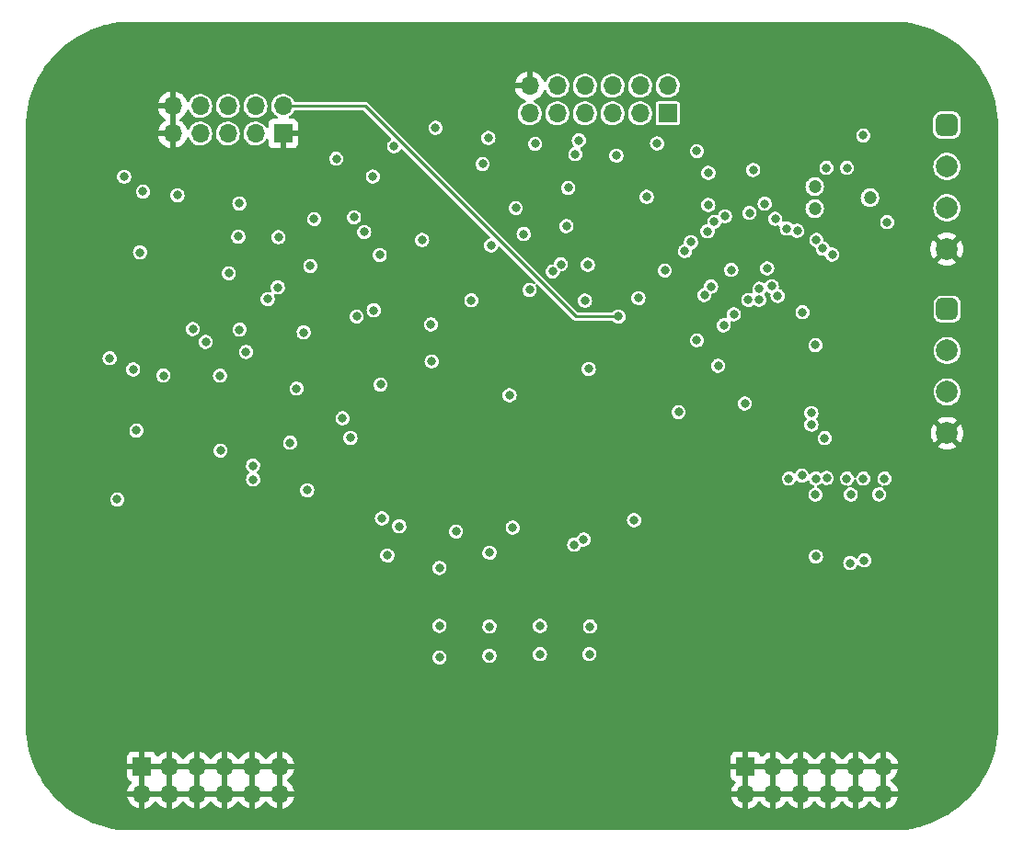
<source format=gbr>
%TF.GenerationSoftware,KiCad,Pcbnew,(6.0.10)*%
%TF.CreationDate,2023-01-06T10:16:33+00:00*%
%TF.ProjectId,test_board_boost,74657374-5f62-46f6-9172-645f626f6f73,rev?*%
%TF.SameCoordinates,Original*%
%TF.FileFunction,Copper,L2,Inr*%
%TF.FilePolarity,Positive*%
%FSLAX46Y46*%
G04 Gerber Fmt 4.6, Leading zero omitted, Abs format (unit mm)*
G04 Created by KiCad (PCBNEW (6.0.10)) date 2023-01-06 10:16:33*
%MOMM*%
%LPD*%
G01*
G04 APERTURE LIST*
G04 Aperture macros list*
%AMRoundRect*
0 Rectangle with rounded corners*
0 $1 Rounding radius*
0 $2 $3 $4 $5 $6 $7 $8 $9 X,Y pos of 4 corners*
0 Add a 4 corners polygon primitive as box body*
4,1,4,$2,$3,$4,$5,$6,$7,$8,$9,$2,$3,0*
0 Add four circle primitives for the rounded corners*
1,1,$1+$1,$2,$3*
1,1,$1+$1,$4,$5*
1,1,$1+$1,$6,$7*
1,1,$1+$1,$8,$9*
0 Add four rect primitives between the rounded corners*
20,1,$1+$1,$2,$3,$4,$5,0*
20,1,$1+$1,$4,$5,$6,$7,0*
20,1,$1+$1,$6,$7,$8,$9,0*
20,1,$1+$1,$8,$9,$2,$3,0*%
G04 Aperture macros list end*
%TA.AperFunction,ComponentPad*%
%ADD10C,2.000000*%
%TD*%
%TA.AperFunction,ComponentPad*%
%ADD11RoundRect,0.500000X-0.500000X0.500000X-0.500000X-0.500000X0.500000X-0.500000X0.500000X0.500000X0*%
%TD*%
%TA.AperFunction,ComponentPad*%
%ADD12C,1.200000*%
%TD*%
%TA.AperFunction,ComponentPad*%
%ADD13O,1.700000X1.700000*%
%TD*%
%TA.AperFunction,ComponentPad*%
%ADD14R,1.700000X1.700000*%
%TD*%
%TA.AperFunction,ViaPad*%
%ADD15C,0.800000*%
%TD*%
%TA.AperFunction,ViaPad*%
%ADD16C,0.600000*%
%TD*%
%TA.AperFunction,Conductor*%
%ADD17C,0.250000*%
%TD*%
G04 APERTURE END LIST*
D10*
%TO.N,GND*%
%TO.C,J14*%
X170595000Y-93570000D03*
%TO.N,UART_RX*%
X170595000Y-89760000D03*
%TO.N,UART_TX*%
X170595000Y-85950000D03*
D11*
%TO.N,unconnected-(J14-Pad1)*%
X170595000Y-82140000D03*
%TD*%
D10*
%TO.N,GND*%
%TO.C,J15*%
X170565000Y-76610000D03*
%TO.N,-RS485*%
X170565000Y-72800000D03*
%TO.N,+RS485*%
X170565000Y-68990000D03*
D11*
%TO.N,+5VP*%
X170565000Y-65180000D03*
%TD*%
D12*
%TO.N,*%
%TO.C,J13*%
X158410000Y-70844000D03*
X158410000Y-72876000D03*
X163490000Y-71860000D03*
%TD*%
D13*
%TO.N,GND*%
%TO.C,J11*%
X99320000Y-63415000D03*
X99320000Y-65955000D03*
%TO.N,T-*%
X101860000Y-63415000D03*
%TO.N,T+*%
X101860000Y-65955000D03*
%TO.N,B-*%
X104400000Y-63415000D03*
%TO.N,B+*%
X104400000Y-65955000D03*
%TO.N,VB-*%
X106940000Y-63415000D03*
%TO.N,VB+*%
X106940000Y-65955000D03*
%TO.N,Dout*%
X109480000Y-63415000D03*
D14*
%TO.N,GND*%
X109480000Y-65955000D03*
%TD*%
D13*
%TO.N,GND*%
%TO.C,J10*%
X109165000Y-126795802D03*
X109165000Y-124255802D03*
X106625000Y-126795802D03*
X106625000Y-124255802D03*
X104085000Y-126795802D03*
X104085000Y-124255802D03*
X101545000Y-126795802D03*
X101545000Y-124255802D03*
X99005000Y-126795802D03*
X99005000Y-124255802D03*
X96465000Y-126795802D03*
D14*
X96465000Y-124255802D03*
%TD*%
D13*
%TO.N,GND*%
%TO.C,J9*%
X164740155Y-126795802D03*
X164740155Y-124255802D03*
X162200155Y-126795802D03*
X162200155Y-124255802D03*
X159660155Y-126795802D03*
X159660155Y-124255802D03*
X157120155Y-126795802D03*
X157120155Y-124255802D03*
X154580155Y-126795802D03*
X154580155Y-124255802D03*
X152040155Y-126795802D03*
D14*
X152040155Y-124255802D03*
%TD*%
D13*
%TO.N,GND*%
%TO.C,J12*%
X132175000Y-61565000D03*
%TO.N,BLE_VDD_LPM*%
X132175000Y-64105000D03*
%TO.N,+1.8VIO_LPM*%
X134715000Y-61565000D03*
%TO.N,VPP_2V5_LPM*%
X134715000Y-64105000D03*
%TO.N,+3.0VIO_LPM*%
X137255000Y-61565000D03*
%TO.N,+1.8VDD_LPM*%
X137255000Y-64105000D03*
%TO.N,CORE_VDD_LPM*%
X139795000Y-61565000D03*
%TO.N,VCC_MAIN_LPM*%
X139795000Y-64105000D03*
%TO.N,-RS485*%
X142335000Y-61565000D03*
%TO.N,+RS485*%
X142335000Y-64105000D03*
%TO.N,+BATT*%
X144875000Y-61565000D03*
D14*
%TO.N,+24V*%
X144875000Y-64105000D03*
%TD*%
D15*
%TO.N,GND*%
X92388314Y-62935275D03*
X99795622Y-117346903D03*
X91534783Y-118854974D03*
X112833000Y-111442529D03*
X111550010Y-116307669D03*
X113675450Y-118953813D03*
X116071772Y-123375964D03*
X145082155Y-123831062D03*
X151457113Y-117297803D03*
X156587550Y-117325209D03*
X169699499Y-117639397D03*
X168778919Y-114229897D03*
X163802321Y-115224256D03*
X158716493Y-115125262D03*
X153658201Y-114888453D03*
X149599591Y-113560945D03*
X144696877Y-114823746D03*
X143871227Y-119081914D03*
X140786408Y-123020445D03*
X135788491Y-123542075D03*
X130752370Y-123407263D03*
X125715736Y-123550356D03*
X120720580Y-123005555D03*
X117654600Y-119052597D03*
X117623059Y-113953078D03*
X115601805Y-110025715D03*
X138662722Y-62836092D03*
X105625220Y-64601318D03*
X103085220Y-64601318D03*
X120559083Y-65531020D03*
X126278932Y-65618142D03*
X122272931Y-65531384D03*
X157679506Y-61365989D03*
X152246576Y-61365989D03*
X146813646Y-61365989D03*
X147899777Y-65510598D03*
X152827477Y-66088698D03*
X157242999Y-67248722D03*
X161542234Y-65156799D03*
X168810574Y-66187388D03*
X134465141Y-65792034D03*
X103145054Y-67106594D03*
X146591126Y-68372843D03*
X150451778Y-68973229D03*
X143416260Y-68616073D03*
X154338158Y-69387026D03*
X126111778Y-68453229D03*
X105350500Y-67628267D03*
X109142929Y-69549980D03*
X113379539Y-66951992D03*
X118390240Y-66179500D03*
X158229251Y-69387265D03*
X114613412Y-69532033D03*
X162116057Y-67134556D03*
X171349989Y-71124244D03*
X140146122Y-71193964D03*
X147954501Y-71344500D03*
X137845258Y-71000674D03*
X134078086Y-71005308D03*
X118412239Y-71974500D03*
X119199280Y-68283817D03*
X113905622Y-73274500D03*
X157214246Y-71673893D03*
X109075706Y-73198440D03*
X157895663Y-74234773D03*
X171267427Y-74514255D03*
X137825258Y-74360674D03*
X133933731Y-74352401D03*
X129915000Y-72033177D03*
X127349934Y-75294500D03*
X143961620Y-75915101D03*
X133676267Y-77576614D03*
X140880357Y-76379783D03*
X109057015Y-77953343D03*
X118655030Y-78470698D03*
X94286754Y-79524500D03*
X95339500Y-75174705D03*
X93850503Y-70677272D03*
X97492125Y-76477343D03*
X99745084Y-78979842D03*
X100598344Y-74521926D03*
X123096675Y-76712782D03*
X118857015Y-80323343D03*
X125512836Y-81737402D03*
X134769740Y-82559000D03*
X105623542Y-82008581D03*
X103386228Y-82187714D03*
X113151639Y-83563796D03*
X104833195Y-85094500D03*
X108581712Y-85094500D03*
X109636909Y-82161756D03*
X171302421Y-80302501D03*
X169038459Y-78020649D03*
X169389776Y-74235763D03*
X166631052Y-70245618D03*
X166303658Y-73863845D03*
X161860500Y-75202706D03*
X160516950Y-79279056D03*
X163343976Y-78262001D03*
X166383000Y-80740278D03*
X165200351Y-84974500D03*
X169985100Y-84197641D03*
X142358022Y-84350000D03*
X159277953Y-82931115D03*
X137473922Y-86391513D03*
X149327324Y-84664164D03*
X146646083Y-86333664D03*
X123020470Y-88198573D03*
X126954231Y-85974890D03*
X129637600Y-88434500D03*
X130364501Y-84610104D03*
X157291781Y-88124271D03*
X156726933Y-83539967D03*
X162960588Y-88784500D03*
X168178132Y-88784500D03*
X171204901Y-87702358D03*
X139394500Y-88260935D03*
X112789500Y-89567000D03*
X94441940Y-87819005D03*
X144014043Y-89081936D03*
X114740500Y-88851584D03*
X119320414Y-86978205D03*
X116459501Y-84213624D03*
X103655706Y-90450940D03*
X135787000Y-90369648D03*
X150999500Y-89754065D03*
X103514500Y-91489813D03*
X95930928Y-90533992D03*
X151436576Y-91950632D03*
X161281761Y-92169500D03*
X165598606Y-91912000D03*
X169156936Y-90932481D03*
X116889657Y-93204040D03*
X106840500Y-94522453D03*
X107575706Y-88870940D03*
X163517001Y-95057936D03*
X116793718Y-94583263D03*
X98774500Y-92524731D03*
X165677477Y-96770000D03*
X168732061Y-94564421D03*
X104499500Y-98441179D03*
X142745989Y-92538159D03*
X144359663Y-99005772D03*
X154106067Y-97494500D03*
X150778901Y-95605811D03*
X147040020Y-92107914D03*
X163290924Y-100627989D03*
X167340924Y-100627989D03*
X124071115Y-90385500D03*
X119730724Y-90735195D03*
X119850495Y-94785529D03*
X118893901Y-100196224D03*
X126033007Y-99390493D03*
X130993372Y-100462063D03*
X134734860Y-96765575D03*
X136156337Y-94048178D03*
X131211402Y-94179264D03*
X129190115Y-90597648D03*
X131860329Y-102385106D03*
X116879935Y-102414500D03*
X140568153Y-101222794D03*
X134697319Y-102942964D03*
X138949500Y-100015935D03*
X162701957Y-104001039D03*
X162546536Y-106450444D03*
X160045784Y-105109296D03*
X96529587Y-112534335D03*
X91817001Y-112058124D03*
X107829586Y-112584335D03*
X103117001Y-112108124D03*
X130279332Y-62059811D03*
X133467740Y-60090874D03*
X137958634Y-60014799D03*
X161142683Y-61362400D03*
X164965922Y-64204500D03*
X169601382Y-63410971D03*
X172369667Y-95109898D03*
X169109918Y-98769647D03*
X170775500Y-102632355D03*
X165925499Y-106002571D03*
X165951223Y-109973836D03*
X161432449Y-109927474D03*
X157026959Y-109814123D03*
X154386083Y-107529412D03*
X157363754Y-104455832D03*
X154337001Y-102786290D03*
X154760947Y-99445500D03*
X149760472Y-99445500D03*
X145322078Y-100802487D03*
X147237401Y-108704874D03*
X143049261Y-109350728D03*
X143968873Y-105143439D03*
X140360067Y-105531763D03*
X139045439Y-108576944D03*
X138935862Y-118079469D03*
X136461760Y-116299816D03*
X136488458Y-111565537D03*
X134666944Y-108128631D03*
X131655634Y-116789242D03*
X132084599Y-112013842D03*
X130025500Y-107779429D03*
X127056902Y-117122166D03*
X127499500Y-112349891D03*
X125366316Y-104815020D03*
X125367890Y-108323288D03*
X122558495Y-116568651D03*
X122732521Y-111836896D03*
X122335494Y-107088932D03*
X118936582Y-106068040D03*
X114749969Y-104404534D03*
X111169847Y-100975500D03*
X107575499Y-102381627D03*
X105298122Y-105570500D03*
X103374500Y-102027872D03*
X99813755Y-100018320D03*
X95818867Y-98408000D03*
X96275499Y-102325014D03*
X94004734Y-105520500D03*
X92074500Y-101984481D03*
X92481246Y-98488000D03*
X90644500Y-94954213D03*
X90656824Y-90224193D03*
X90944071Y-85524809D03*
X95539619Y-86157554D03*
X99763652Y-82080500D03*
X95186522Y-81743069D03*
X90761222Y-81254270D03*
X90671104Y-76600662D03*
X90654501Y-71963426D03*
X92291233Y-68229500D03*
X96419899Y-70066609D03*
X99837431Y-69677746D03*
X97395631Y-66322459D03*
X98176871Y-61824730D03*
X102761433Y-61972975D03*
X107090592Y-60915469D03*
X111659554Y-61975338D03*
X116467767Y-62439500D03*
X121315606Y-62829980D03*
X126273567Y-62941222D03*
X129630451Y-66356668D03*
X157014351Y-122340948D03*
X161647074Y-122376567D03*
X166265660Y-123022894D03*
X150197953Y-125608161D03*
X152269353Y-122297802D03*
X101439194Y-122340948D03*
X106071917Y-122376568D03*
X110690503Y-123022893D03*
X94622798Y-125608161D03*
X96694198Y-122297802D03*
X171665665Y-127202538D03*
X174320792Y-122993374D03*
X174699499Y-117989879D03*
X174699499Y-112949175D03*
X174699499Y-107908471D03*
X174699499Y-102867767D03*
X174699499Y-97827063D03*
X174699499Y-92786359D03*
X174699499Y-87745655D03*
X174699499Y-82704951D03*
X174699499Y-77664247D03*
X174699499Y-72623543D03*
X174699499Y-67582839D03*
X174254347Y-62589376D03*
X171493743Y-58448935D03*
X166974562Y-56366452D03*
X161940775Y-56250501D03*
X156900071Y-56250501D03*
X151859367Y-56250501D03*
X146818663Y-56250501D03*
X141777959Y-56250501D03*
X136737255Y-56250501D03*
X131696551Y-56250501D03*
X126655847Y-56250501D03*
X121615143Y-56250501D03*
X116574439Y-56250501D03*
X111533735Y-56250501D03*
X106493031Y-56250501D03*
X101452327Y-56250501D03*
X96411623Y-56250501D03*
X91516581Y-57192404D03*
X87815965Y-60518738D03*
X86404082Y-65290482D03*
X86400499Y-70330443D03*
X86400499Y-75371147D03*
X86400499Y-80411851D03*
X86400499Y-85452555D03*
X86400499Y-90493259D03*
X86400499Y-95533963D03*
X86400499Y-100574667D03*
X86400499Y-105615371D03*
X86400499Y-110656075D03*
X86400499Y-115696779D03*
X86410944Y-120736636D03*
X87939334Y-125472073D03*
X91720875Y-128707067D03*
X96638845Y-129549501D03*
X101679549Y-129549501D03*
X106720253Y-129549501D03*
X111760957Y-129549501D03*
X116801661Y-129549501D03*
X121842365Y-129549501D03*
X126883069Y-129549501D03*
X131923773Y-129549501D03*
X136964477Y-129549501D03*
X142005181Y-129549501D03*
X147045885Y-129549501D03*
X152086589Y-129549501D03*
X157127293Y-129549501D03*
X162167997Y-129549501D03*
X167199198Y-129399359D03*
%TO.N,+5VP*%
X159325000Y-94020000D03*
X165075000Y-74120000D03*
X128475000Y-104564020D03*
X102355000Y-85150000D03*
X122275000Y-75770000D03*
X105362700Y-75447700D03*
X162872701Y-66132299D03*
X123875000Y-105970000D03*
X132175000Y-80370000D03*
X137525000Y-78040000D03*
X106075000Y-86070000D03*
X134291294Y-78666454D03*
X119075000Y-104820000D03*
X116245000Y-82810000D03*
X118575000Y-101405500D03*
X128625000Y-76270000D03*
X117817299Y-82237701D03*
X115685000Y-93990000D03*
D16*
%TO.N,GND*%
X105300000Y-73900000D03*
D15*
X106875000Y-76630000D03*
X137625000Y-90720000D03*
D16*
X151400000Y-73600000D03*
X147400000Y-73100000D03*
D15*
X122225000Y-80070000D03*
D16*
X153500000Y-73550000D03*
D15*
%TO.N,Vdrive*%
X111705000Y-98810000D03*
X103685000Y-88262500D03*
X93525000Y-86652500D03*
X120175000Y-102130000D03*
X106725000Y-97820000D03*
X95985000Y-93322500D03*
X98475000Y-88252500D03*
X95685000Y-87682500D03*
%TO.N,Net-(C4-Pad1)*%
X94855000Y-69930000D03*
X108065000Y-81200000D03*
X105455000Y-72400000D03*
X99765000Y-71640000D03*
X96315000Y-76900000D03*
X96595000Y-71310000D03*
X109055000Y-75510000D03*
%TO.N,+BATT*%
X106715000Y-96552500D03*
X136697846Y-66589891D03*
X110725000Y-89452500D03*
X111375000Y-84270000D03*
%TO.N,+24V*%
X112335000Y-73830000D03*
X136375000Y-67850000D03*
X108995000Y-80120000D03*
X116005000Y-73674500D03*
X105475000Y-84020000D03*
X94225000Y-99670000D03*
X101175000Y-83970000D03*
%TO.N,Net-(C14-Pad2)*%
X123155000Y-86950000D03*
X118375000Y-77140000D03*
%TO.N,Net-(C15-Pad2)*%
X130325000Y-90060000D03*
X118445000Y-89090000D03*
%TO.N,IEXT*%
X149155000Y-74080000D03*
X123095000Y-83534500D03*
%TO.N,IBAT*%
X148535000Y-74960000D03*
X137605000Y-87640000D03*
%TO.N,+3V3*%
X136271126Y-103839520D03*
X157285000Y-82420000D03*
X151975000Y-90820000D03*
X154025000Y-78379989D03*
X145875000Y-91620000D03*
X158475000Y-85450000D03*
X147565000Y-85000000D03*
X141775000Y-101570000D03*
X126805000Y-81320000D03*
X158558074Y-75758324D03*
X137265000Y-81350000D03*
X156799439Y-74922426D03*
X149515000Y-87350000D03*
%TO.N,VB+*%
X123520378Y-65434622D03*
%TO.N,VB-*%
X127845000Y-68770000D03*
%TO.N,B+*%
X119695000Y-67130000D03*
%TO.N,B-*%
X128375000Y-66370000D03*
%TO.N,T+*%
X114385000Y-68280000D03*
%TO.N,T-*%
X117745000Y-69910000D03*
%TO.N,VCC_MAIN_LPM*%
X147565000Y-67580000D03*
%TO.N,CORE_VDD_LPM*%
X148625000Y-69575500D03*
%TO.N,+1.8VDD_LPM*%
X143895000Y-66880000D03*
%TO.N,+3.0VIO_LPM*%
X140145000Y-67990000D03*
%TO.N,VPP_2V5_LPM*%
X132665000Y-66900000D03*
%TO.N,+1.8VIO_LPM*%
X130890500Y-72820000D03*
%TO.N,BLE_VDD_LPM*%
X131615000Y-75210000D03*
%TO.N,PDI_DATA*%
X161375000Y-69120000D03*
X160015000Y-77100000D03*
%TO.N,PDI_CLK*%
X159485000Y-69120000D03*
X159155000Y-76560000D03*
%TO.N,UART_RX*%
X158105000Y-92760000D03*
%TO.N,UART_TX*%
X158105000Y-91710000D03*
%TO.N,Net-(D4-Pad2)*%
X133125000Y-113920000D03*
X133125000Y-111320000D03*
%TO.N,Dout*%
X130615000Y-102260000D03*
X140340000Y-82810000D03*
X142180201Y-81110201D03*
X125395000Y-102620000D03*
%TO.N,IE_RAW*%
X116945000Y-75030000D03*
X111987299Y-78152299D03*
%TO.N,IB_RAW*%
X110130000Y-94427500D03*
X114955000Y-92170000D03*
%TO.N,VCC_MAIN*%
X152745000Y-69320000D03*
X164338124Y-99194500D03*
X162881049Y-97745500D03*
X162975000Y-105270000D03*
X155825000Y-74700000D03*
X154986898Y-80908102D03*
%TO.N,CORE_VDD*%
X154450500Y-80020000D03*
X154775000Y-73820000D03*
X164825000Y-97745500D03*
X153805000Y-72420000D03*
%TO.N,+1.8VDD*%
X152405000Y-73280000D03*
X148615000Y-72530000D03*
X153311898Y-80257700D03*
X161362299Y-97745500D03*
%TO.N,+3.0VIO*%
X161725000Y-99220000D03*
X161675000Y-105520000D03*
X150145000Y-73570000D03*
X153290334Y-81260735D03*
X159511089Y-97694968D03*
X142945000Y-71790000D03*
%TO.N,VPP_2V5*%
X135715000Y-70970000D03*
X158512299Y-97732701D03*
X147019028Y-75964848D03*
X152287299Y-81282299D03*
%TO.N,+1.8VIO*%
X157225000Y-97470000D03*
X135555000Y-74480000D03*
X150962299Y-82607299D03*
X146455000Y-76790000D03*
X158525000Y-104920000D03*
X158475000Y-99220000D03*
%TO.N,BLE_VDD*%
X135045000Y-78010000D03*
X150025000Y-83620000D03*
X156025000Y-97745500D03*
X144605000Y-78570000D03*
%TO.N,BAT_EN*%
X103725000Y-95170000D03*
X148255000Y-80830000D03*
%TO.N,EXT_EN*%
X104485000Y-78830000D03*
X148872514Y-80044073D03*
%TO.N,Net-(D5-Pad2)*%
X137725000Y-111370000D03*
X137675000Y-113920000D03*
%TO.N,Net-(R53-Pad1)*%
X137141290Y-103345500D03*
X150725000Y-78520000D03*
%TO.N,Net-(D16-Pad2)*%
X123875000Y-114220000D03*
X123875000Y-111320000D03*
%TO.N,Net-(D18-Pad2)*%
X128475000Y-111370000D03*
X128475000Y-114070000D03*
%TD*%
D17*
%TO.N,Dout*%
X117005305Y-63415000D02*
X109480000Y-63415000D01*
X136400305Y-82810000D02*
X117005305Y-63415000D01*
X140340000Y-82810000D02*
X136400305Y-82810000D01*
%TD*%
%TA.AperFunction,Conductor*%
%TO.N,GND*%
G36*
X165537495Y-55652922D02*
G01*
X165537827Y-55652988D01*
X165537828Y-55652988D01*
X165549999Y-55655409D01*
X165562169Y-55652988D01*
X165568852Y-55652988D01*
X165585747Y-55651581D01*
X165705959Y-55655213D01*
X166134867Y-55668173D01*
X166142451Y-55668633D01*
X166431915Y-55694937D01*
X166721372Y-55721241D01*
X166728928Y-55722158D01*
X167303635Y-55809627D01*
X167311121Y-55810999D01*
X167879493Y-55933007D01*
X167886883Y-55934829D01*
X168446835Y-56090927D01*
X168454101Y-56093191D01*
X169003630Y-56282821D01*
X169010725Y-56285512D01*
X169279269Y-56396746D01*
X169547803Y-56507977D01*
X169554744Y-56511101D01*
X170077396Y-56765581D01*
X170084135Y-56769118D01*
X170590469Y-57054692D01*
X170596982Y-57058629D01*
X170841065Y-57216440D01*
X171085149Y-57374252D01*
X171091412Y-57378575D01*
X171559628Y-57723094D01*
X171559629Y-57723095D01*
X171565614Y-57727784D01*
X171565620Y-57727788D01*
X171565621Y-57727789D01*
X172012188Y-58099957D01*
X172017885Y-58105004D01*
X172218781Y-58294115D01*
X172441175Y-58503463D01*
X172446537Y-58508825D01*
X172655885Y-58731219D01*
X172844996Y-58932115D01*
X172850043Y-58937812D01*
X173222211Y-59384379D01*
X173226905Y-59390371D01*
X173571425Y-59858588D01*
X173575749Y-59864852D01*
X173891371Y-60353018D01*
X173895308Y-60359531D01*
X174180882Y-60865865D01*
X174184419Y-60872604D01*
X174438899Y-61395256D01*
X174442023Y-61402197D01*
X174510993Y-61568704D01*
X174662274Y-61933928D01*
X174664484Y-61939264D01*
X174667179Y-61946370D01*
X174783419Y-62283222D01*
X174856809Y-62495899D01*
X174859073Y-62503165D01*
X175015171Y-63063117D01*
X175016993Y-63070507D01*
X175139001Y-63638879D01*
X175140373Y-63646365D01*
X175227842Y-64221072D01*
X175228759Y-64228628D01*
X175246742Y-64426519D01*
X175278938Y-64780809D01*
X175281367Y-64807542D01*
X175281827Y-64815133D01*
X175290792Y-65111845D01*
X175298419Y-65364253D01*
X175297012Y-65381148D01*
X175297012Y-65387831D01*
X175294591Y-65400001D01*
X175297012Y-65412172D01*
X175297012Y-65412173D01*
X175297078Y-65412505D01*
X175299499Y-65437086D01*
X175299499Y-120362916D01*
X175297078Y-120387497D01*
X175294591Y-120400001D01*
X175297012Y-120412171D01*
X175297012Y-120418854D01*
X175298419Y-120435749D01*
X175281827Y-120984862D01*
X175281367Y-120992453D01*
X175259469Y-121233436D01*
X175228759Y-121571373D01*
X175227842Y-121578929D01*
X175140373Y-122153636D01*
X175139001Y-122161122D01*
X175016993Y-122729495D01*
X175015171Y-122736885D01*
X174859074Y-123296832D01*
X174856810Y-123304098D01*
X174687337Y-123795214D01*
X174678206Y-123821677D01*
X174667181Y-123853625D01*
X174664487Y-123860729D01*
X174591665Y-124036537D01*
X174442022Y-124397804D01*
X174438898Y-124404745D01*
X174184418Y-124927397D01*
X174180881Y-124934136D01*
X173895307Y-125440470D01*
X173891370Y-125446983D01*
X173751043Y-125664024D01*
X173661783Y-125802081D01*
X173575748Y-125935149D01*
X173571424Y-125941413D01*
X173285297Y-126330272D01*
X173226904Y-126409630D01*
X173222216Y-126415615D01*
X173120781Y-126537327D01*
X172850042Y-126862188D01*
X172844995Y-126867885D01*
X172673750Y-127049802D01*
X172446536Y-127291176D01*
X172441174Y-127296538D01*
X172325523Y-127405405D01*
X172017884Y-127694996D01*
X172012187Y-127700043D01*
X171852722Y-127832941D01*
X171565613Y-128072216D01*
X171559635Y-128076900D01*
X171091412Y-128421425D01*
X171085156Y-128425744D01*
X171085146Y-128425750D01*
X170596982Y-128741371D01*
X170590469Y-128745308D01*
X170084134Y-129030882D01*
X170077395Y-129034419D01*
X169554743Y-129288899D01*
X169547802Y-129292023D01*
X169547800Y-129292024D01*
X169010727Y-129514487D01*
X169003637Y-129517176D01*
X168454081Y-129706816D01*
X168446846Y-129709070D01*
X168062010Y-129816352D01*
X167886883Y-129865172D01*
X167879493Y-129866994D01*
X167311120Y-129989001D01*
X167303634Y-129990373D01*
X166728927Y-130077842D01*
X166721371Y-130078759D01*
X166383434Y-130109469D01*
X166142451Y-130131367D01*
X166134867Y-130131827D01*
X165791498Y-130142202D01*
X165585736Y-130148419D01*
X165568865Y-130147014D01*
X165562170Y-130147014D01*
X165549999Y-130144593D01*
X165537828Y-130147014D01*
X165537827Y-130147014D01*
X165537495Y-130147080D01*
X165512914Y-130149501D01*
X95587084Y-130149501D01*
X95562503Y-130147080D01*
X95562171Y-130147014D01*
X95562170Y-130147014D01*
X95549999Y-130144593D01*
X95537829Y-130147014D01*
X95531146Y-130147014D01*
X95514251Y-130148421D01*
X95387563Y-130144593D01*
X94965131Y-130131829D01*
X94957547Y-130131369D01*
X94716564Y-130109471D01*
X94378627Y-130078761D01*
X94371071Y-130077844D01*
X93796364Y-129990375D01*
X93788878Y-129989003D01*
X93220505Y-129866995D01*
X93213115Y-129865173D01*
X92653168Y-129709076D01*
X92645902Y-129706812D01*
X92096375Y-129517183D01*
X92089271Y-129514489D01*
X91797770Y-129393745D01*
X91552196Y-129292024D01*
X91545255Y-129288900D01*
X91022603Y-129034420D01*
X91015864Y-129030883D01*
X90509529Y-128745309D01*
X90503016Y-128741372D01*
X90087479Y-128472708D01*
X90014842Y-128425745D01*
X90008586Y-128421426D01*
X89612792Y-128130195D01*
X89540363Y-128076901D01*
X89534378Y-128072212D01*
X89474226Y-128022081D01*
X89174973Y-127772685D01*
X89087811Y-127700044D01*
X89082114Y-127694997D01*
X88876909Y-127501830D01*
X88658824Y-127296538D01*
X88653462Y-127291176D01*
X88439394Y-127063768D01*
X95133257Y-127063768D01*
X95163565Y-127198248D01*
X95166645Y-127208077D01*
X95246770Y-127405405D01*
X95251413Y-127414596D01*
X95362694Y-127596190D01*
X95368777Y-127604501D01*
X95508213Y-127765469D01*
X95515580Y-127772685D01*
X95679434Y-127908718D01*
X95687881Y-127914633D01*
X95871756Y-128022081D01*
X95881042Y-128026531D01*
X96080001Y-128102505D01*
X96089899Y-128105381D01*
X96193250Y-128126408D01*
X96207299Y-128125212D01*
X96211000Y-128114867D01*
X96211000Y-128114319D01*
X96719000Y-128114319D01*
X96723064Y-128128161D01*
X96736478Y-128130195D01*
X96743184Y-128129336D01*
X96753262Y-128127194D01*
X96957255Y-128065993D01*
X96966842Y-128062235D01*
X97158095Y-127968541D01*
X97166945Y-127963266D01*
X97340328Y-127839594D01*
X97348200Y-127832941D01*
X97499052Y-127682614D01*
X97505730Y-127674767D01*
X97633022Y-127497621D01*
X97634147Y-127498429D01*
X97681669Y-127454678D01*
X97751607Y-127442463D01*
X97817046Y-127469999D01*
X97844870Y-127501830D01*
X97902690Y-127596185D01*
X97908777Y-127604501D01*
X98048213Y-127765469D01*
X98055580Y-127772685D01*
X98219434Y-127908718D01*
X98227881Y-127914633D01*
X98411756Y-128022081D01*
X98421042Y-128026531D01*
X98620001Y-128102505D01*
X98629899Y-128105381D01*
X98733250Y-128126408D01*
X98747299Y-128125212D01*
X98751000Y-128114867D01*
X98751000Y-128114319D01*
X99259000Y-128114319D01*
X99263064Y-128128161D01*
X99276478Y-128130195D01*
X99283184Y-128129336D01*
X99293262Y-128127194D01*
X99497255Y-128065993D01*
X99506842Y-128062235D01*
X99698095Y-127968541D01*
X99706945Y-127963266D01*
X99880328Y-127839594D01*
X99888200Y-127832941D01*
X100039052Y-127682614D01*
X100045730Y-127674767D01*
X100173022Y-127497621D01*
X100174147Y-127498429D01*
X100221669Y-127454678D01*
X100291607Y-127442463D01*
X100357046Y-127469999D01*
X100384870Y-127501830D01*
X100442690Y-127596185D01*
X100448777Y-127604501D01*
X100588213Y-127765469D01*
X100595580Y-127772685D01*
X100759434Y-127908718D01*
X100767881Y-127914633D01*
X100951756Y-128022081D01*
X100961042Y-128026531D01*
X101160001Y-128102505D01*
X101169899Y-128105381D01*
X101273250Y-128126408D01*
X101287299Y-128125212D01*
X101291000Y-128114867D01*
X101291000Y-128114319D01*
X101799000Y-128114319D01*
X101803064Y-128128161D01*
X101816478Y-128130195D01*
X101823184Y-128129336D01*
X101833262Y-128127194D01*
X102037255Y-128065993D01*
X102046842Y-128062235D01*
X102238095Y-127968541D01*
X102246945Y-127963266D01*
X102420328Y-127839594D01*
X102428200Y-127832941D01*
X102579052Y-127682614D01*
X102585730Y-127674767D01*
X102713022Y-127497621D01*
X102714147Y-127498429D01*
X102761669Y-127454678D01*
X102831607Y-127442463D01*
X102897046Y-127469999D01*
X102924870Y-127501830D01*
X102982690Y-127596185D01*
X102988777Y-127604501D01*
X103128213Y-127765469D01*
X103135580Y-127772685D01*
X103299434Y-127908718D01*
X103307881Y-127914633D01*
X103491756Y-128022081D01*
X103501042Y-128026531D01*
X103700001Y-128102505D01*
X103709899Y-128105381D01*
X103813250Y-128126408D01*
X103827299Y-128125212D01*
X103831000Y-128114867D01*
X103831000Y-128114319D01*
X104339000Y-128114319D01*
X104343064Y-128128161D01*
X104356478Y-128130195D01*
X104363184Y-128129336D01*
X104373262Y-128127194D01*
X104577255Y-128065993D01*
X104586842Y-128062235D01*
X104778095Y-127968541D01*
X104786945Y-127963266D01*
X104960328Y-127839594D01*
X104968200Y-127832941D01*
X105119052Y-127682614D01*
X105125730Y-127674767D01*
X105253022Y-127497621D01*
X105254147Y-127498429D01*
X105301669Y-127454678D01*
X105371607Y-127442463D01*
X105437046Y-127469999D01*
X105464870Y-127501830D01*
X105522690Y-127596185D01*
X105528777Y-127604501D01*
X105668213Y-127765469D01*
X105675580Y-127772685D01*
X105839434Y-127908718D01*
X105847881Y-127914633D01*
X106031756Y-128022081D01*
X106041042Y-128026531D01*
X106240001Y-128102505D01*
X106249899Y-128105381D01*
X106353250Y-128126408D01*
X106367299Y-128125212D01*
X106371000Y-128114867D01*
X106371000Y-128114319D01*
X106879000Y-128114319D01*
X106883064Y-128128161D01*
X106896478Y-128130195D01*
X106903184Y-128129336D01*
X106913262Y-128127194D01*
X107117255Y-128065993D01*
X107126842Y-128062235D01*
X107318095Y-127968541D01*
X107326945Y-127963266D01*
X107500328Y-127839594D01*
X107508200Y-127832941D01*
X107659052Y-127682614D01*
X107665730Y-127674767D01*
X107793022Y-127497621D01*
X107794147Y-127498429D01*
X107841669Y-127454678D01*
X107911607Y-127442463D01*
X107977046Y-127469999D01*
X108004870Y-127501830D01*
X108062690Y-127596185D01*
X108068777Y-127604501D01*
X108208213Y-127765469D01*
X108215580Y-127772685D01*
X108379434Y-127908718D01*
X108387881Y-127914633D01*
X108571756Y-128022081D01*
X108581042Y-128026531D01*
X108780001Y-128102505D01*
X108789899Y-128105381D01*
X108893250Y-128126408D01*
X108907299Y-128125212D01*
X108911000Y-128114867D01*
X108911000Y-128114319D01*
X109419000Y-128114319D01*
X109423064Y-128128161D01*
X109436478Y-128130195D01*
X109443184Y-128129336D01*
X109453262Y-128127194D01*
X109657255Y-128065993D01*
X109666842Y-128062235D01*
X109858095Y-127968541D01*
X109866945Y-127963266D01*
X110040328Y-127839594D01*
X110048200Y-127832941D01*
X110199052Y-127682614D01*
X110205730Y-127674767D01*
X110330003Y-127501822D01*
X110335313Y-127492985D01*
X110429670Y-127302069D01*
X110433469Y-127292474D01*
X110495377Y-127088712D01*
X110497555Y-127078639D01*
X110498986Y-127067764D01*
X110498363Y-127063768D01*
X150708412Y-127063768D01*
X150738720Y-127198248D01*
X150741800Y-127208077D01*
X150821925Y-127405405D01*
X150826568Y-127414596D01*
X150937849Y-127596190D01*
X150943932Y-127604501D01*
X151083368Y-127765469D01*
X151090735Y-127772685D01*
X151254589Y-127908718D01*
X151263036Y-127914633D01*
X151446911Y-128022081D01*
X151456197Y-128026531D01*
X151655156Y-128102505D01*
X151665054Y-128105381D01*
X151768405Y-128126408D01*
X151782454Y-128125212D01*
X151786155Y-128114867D01*
X151786155Y-128114319D01*
X152294155Y-128114319D01*
X152298219Y-128128161D01*
X152311633Y-128130195D01*
X152318339Y-128129336D01*
X152328417Y-128127194D01*
X152532410Y-128065993D01*
X152541997Y-128062235D01*
X152733250Y-127968541D01*
X152742100Y-127963266D01*
X152915483Y-127839594D01*
X152923355Y-127832941D01*
X153074207Y-127682614D01*
X153080885Y-127674767D01*
X153208177Y-127497621D01*
X153209302Y-127498429D01*
X153256824Y-127454678D01*
X153326762Y-127442463D01*
X153392201Y-127469999D01*
X153420025Y-127501830D01*
X153477845Y-127596185D01*
X153483932Y-127604501D01*
X153623368Y-127765469D01*
X153630735Y-127772685D01*
X153794589Y-127908718D01*
X153803036Y-127914633D01*
X153986911Y-128022081D01*
X153996197Y-128026531D01*
X154195156Y-128102505D01*
X154205054Y-128105381D01*
X154308405Y-128126408D01*
X154322454Y-128125212D01*
X154326155Y-128114867D01*
X154326155Y-128114319D01*
X154834155Y-128114319D01*
X154838219Y-128128161D01*
X154851633Y-128130195D01*
X154858339Y-128129336D01*
X154868417Y-128127194D01*
X155072410Y-128065993D01*
X155081997Y-128062235D01*
X155273250Y-127968541D01*
X155282100Y-127963266D01*
X155455483Y-127839594D01*
X155463355Y-127832941D01*
X155614207Y-127682614D01*
X155620885Y-127674767D01*
X155748177Y-127497621D01*
X155749302Y-127498429D01*
X155796824Y-127454678D01*
X155866762Y-127442463D01*
X155932201Y-127469999D01*
X155960025Y-127501830D01*
X156017845Y-127596185D01*
X156023932Y-127604501D01*
X156163368Y-127765469D01*
X156170735Y-127772685D01*
X156334589Y-127908718D01*
X156343036Y-127914633D01*
X156526911Y-128022081D01*
X156536197Y-128026531D01*
X156735156Y-128102505D01*
X156745054Y-128105381D01*
X156848405Y-128126408D01*
X156862454Y-128125212D01*
X156866155Y-128114867D01*
X156866155Y-128114319D01*
X157374155Y-128114319D01*
X157378219Y-128128161D01*
X157391633Y-128130195D01*
X157398339Y-128129336D01*
X157408417Y-128127194D01*
X157612410Y-128065993D01*
X157621997Y-128062235D01*
X157813250Y-127968541D01*
X157822100Y-127963266D01*
X157995483Y-127839594D01*
X158003355Y-127832941D01*
X158154207Y-127682614D01*
X158160885Y-127674767D01*
X158288177Y-127497621D01*
X158289302Y-127498429D01*
X158336824Y-127454678D01*
X158406762Y-127442463D01*
X158472201Y-127469999D01*
X158500025Y-127501830D01*
X158557845Y-127596185D01*
X158563932Y-127604501D01*
X158703368Y-127765469D01*
X158710735Y-127772685D01*
X158874589Y-127908718D01*
X158883036Y-127914633D01*
X159066911Y-128022081D01*
X159076197Y-128026531D01*
X159275156Y-128102505D01*
X159285054Y-128105381D01*
X159388405Y-128126408D01*
X159402454Y-128125212D01*
X159406155Y-128114867D01*
X159406155Y-128114319D01*
X159914155Y-128114319D01*
X159918219Y-128128161D01*
X159931633Y-128130195D01*
X159938339Y-128129336D01*
X159948417Y-128127194D01*
X160152410Y-128065993D01*
X160161997Y-128062235D01*
X160353250Y-127968541D01*
X160362100Y-127963266D01*
X160535483Y-127839594D01*
X160543355Y-127832941D01*
X160694207Y-127682614D01*
X160700885Y-127674767D01*
X160828177Y-127497621D01*
X160829302Y-127498429D01*
X160876824Y-127454678D01*
X160946762Y-127442463D01*
X161012201Y-127469999D01*
X161040025Y-127501830D01*
X161097845Y-127596185D01*
X161103932Y-127604501D01*
X161243368Y-127765469D01*
X161250735Y-127772685D01*
X161414589Y-127908718D01*
X161423036Y-127914633D01*
X161606911Y-128022081D01*
X161616197Y-128026531D01*
X161815156Y-128102505D01*
X161825054Y-128105381D01*
X161928405Y-128126408D01*
X161942454Y-128125212D01*
X161946155Y-128114867D01*
X161946155Y-128114319D01*
X162454155Y-128114319D01*
X162458219Y-128128161D01*
X162471633Y-128130195D01*
X162478339Y-128129336D01*
X162488417Y-128127194D01*
X162692410Y-128065993D01*
X162701997Y-128062235D01*
X162893250Y-127968541D01*
X162902100Y-127963266D01*
X163075483Y-127839594D01*
X163083355Y-127832941D01*
X163234207Y-127682614D01*
X163240885Y-127674767D01*
X163368177Y-127497621D01*
X163369302Y-127498429D01*
X163416824Y-127454678D01*
X163486762Y-127442463D01*
X163552201Y-127469999D01*
X163580025Y-127501830D01*
X163637845Y-127596185D01*
X163643932Y-127604501D01*
X163783368Y-127765469D01*
X163790735Y-127772685D01*
X163954589Y-127908718D01*
X163963036Y-127914633D01*
X164146911Y-128022081D01*
X164156197Y-128026531D01*
X164355156Y-128102505D01*
X164365054Y-128105381D01*
X164468405Y-128126408D01*
X164482454Y-128125212D01*
X164486155Y-128114867D01*
X164486155Y-128114319D01*
X164994155Y-128114319D01*
X164998219Y-128128161D01*
X165011633Y-128130195D01*
X165018339Y-128129336D01*
X165028417Y-128127194D01*
X165232410Y-128065993D01*
X165241997Y-128062235D01*
X165433250Y-127968541D01*
X165442100Y-127963266D01*
X165615483Y-127839594D01*
X165623355Y-127832941D01*
X165774207Y-127682614D01*
X165780885Y-127674767D01*
X165905158Y-127501822D01*
X165910468Y-127492985D01*
X166004825Y-127302069D01*
X166008624Y-127292474D01*
X166070532Y-127088712D01*
X166072710Y-127078639D01*
X166074141Y-127067764D01*
X166071930Y-127053580D01*
X166058772Y-127049802D01*
X165012270Y-127049802D01*
X164997031Y-127054277D01*
X164995826Y-127055667D01*
X164994155Y-127063350D01*
X164994155Y-128114319D01*
X164486155Y-128114319D01*
X164486155Y-127067917D01*
X164481680Y-127052678D01*
X164480290Y-127051473D01*
X164472607Y-127049802D01*
X162472270Y-127049802D01*
X162457031Y-127054277D01*
X162455826Y-127055667D01*
X162454155Y-127063350D01*
X162454155Y-128114319D01*
X161946155Y-128114319D01*
X161946155Y-127067917D01*
X161941680Y-127052678D01*
X161940290Y-127051473D01*
X161932607Y-127049802D01*
X159932270Y-127049802D01*
X159917031Y-127054277D01*
X159915826Y-127055667D01*
X159914155Y-127063350D01*
X159914155Y-128114319D01*
X159406155Y-128114319D01*
X159406155Y-127067917D01*
X159401680Y-127052678D01*
X159400290Y-127051473D01*
X159392607Y-127049802D01*
X157392270Y-127049802D01*
X157377031Y-127054277D01*
X157375826Y-127055667D01*
X157374155Y-127063350D01*
X157374155Y-128114319D01*
X156866155Y-128114319D01*
X156866155Y-127067917D01*
X156861680Y-127052678D01*
X156860290Y-127051473D01*
X156852607Y-127049802D01*
X154852270Y-127049802D01*
X154837031Y-127054277D01*
X154835826Y-127055667D01*
X154834155Y-127063350D01*
X154834155Y-128114319D01*
X154326155Y-128114319D01*
X154326155Y-127067917D01*
X154321680Y-127052678D01*
X154320290Y-127051473D01*
X154312607Y-127049802D01*
X152312270Y-127049802D01*
X152297031Y-127054277D01*
X152295826Y-127055667D01*
X152294155Y-127063350D01*
X152294155Y-128114319D01*
X151786155Y-128114319D01*
X151786155Y-127067917D01*
X151781680Y-127052678D01*
X151780290Y-127051473D01*
X151772607Y-127049802D01*
X150723380Y-127049802D01*
X150709849Y-127053775D01*
X150708412Y-127063768D01*
X110498363Y-127063768D01*
X110496775Y-127053580D01*
X110483617Y-127049802D01*
X109437115Y-127049802D01*
X109421876Y-127054277D01*
X109420671Y-127055667D01*
X109419000Y-127063350D01*
X109419000Y-128114319D01*
X108911000Y-128114319D01*
X108911000Y-127067917D01*
X108906525Y-127052678D01*
X108905135Y-127051473D01*
X108897452Y-127049802D01*
X106897115Y-127049802D01*
X106881876Y-127054277D01*
X106880671Y-127055667D01*
X106879000Y-127063350D01*
X106879000Y-128114319D01*
X106371000Y-128114319D01*
X106371000Y-127067917D01*
X106366525Y-127052678D01*
X106365135Y-127051473D01*
X106357452Y-127049802D01*
X104357115Y-127049802D01*
X104341876Y-127054277D01*
X104340671Y-127055667D01*
X104339000Y-127063350D01*
X104339000Y-128114319D01*
X103831000Y-128114319D01*
X103831000Y-127067917D01*
X103826525Y-127052678D01*
X103825135Y-127051473D01*
X103817452Y-127049802D01*
X101817115Y-127049802D01*
X101801876Y-127054277D01*
X101800671Y-127055667D01*
X101799000Y-127063350D01*
X101799000Y-128114319D01*
X101291000Y-128114319D01*
X101291000Y-127067917D01*
X101286525Y-127052678D01*
X101285135Y-127051473D01*
X101277452Y-127049802D01*
X99277115Y-127049802D01*
X99261876Y-127054277D01*
X99260671Y-127055667D01*
X99259000Y-127063350D01*
X99259000Y-128114319D01*
X98751000Y-128114319D01*
X98751000Y-127067917D01*
X98746525Y-127052678D01*
X98745135Y-127051473D01*
X98737452Y-127049802D01*
X96737115Y-127049802D01*
X96721876Y-127054277D01*
X96720671Y-127055667D01*
X96719000Y-127063350D01*
X96719000Y-128114319D01*
X96211000Y-128114319D01*
X96211000Y-127067917D01*
X96206525Y-127052678D01*
X96205135Y-127051473D01*
X96197452Y-127049802D01*
X95148225Y-127049802D01*
X95134694Y-127053775D01*
X95133257Y-127063768D01*
X88439394Y-127063768D01*
X88426247Y-127049802D01*
X88255003Y-126867886D01*
X88249956Y-126862189D01*
X87980549Y-126538926D01*
X87877783Y-126415615D01*
X87873094Y-126409630D01*
X87837810Y-126361677D01*
X87528573Y-125941413D01*
X87524250Y-125935150D01*
X87524250Y-125935149D01*
X87266650Y-125536725D01*
X87208628Y-125446984D01*
X87204691Y-125440471D01*
X87041130Y-125150471D01*
X95107001Y-125150471D01*
X95107371Y-125157292D01*
X95112895Y-125208154D01*
X95116521Y-125223406D01*
X95161676Y-125343856D01*
X95170214Y-125359451D01*
X95246715Y-125461526D01*
X95259276Y-125474087D01*
X95361351Y-125550588D01*
X95376946Y-125559126D01*
X95486337Y-125600135D01*
X95543101Y-125642777D01*
X95567801Y-125709338D01*
X95552594Y-125778687D01*
X95533201Y-125805168D01*
X95409590Y-125934519D01*
X95403104Y-125942529D01*
X95283098Y-126118451D01*
X95278000Y-126127425D01*
X95188338Y-126320585D01*
X95184775Y-126330272D01*
X95129389Y-126529985D01*
X95130912Y-126538409D01*
X95143292Y-126541802D01*
X96192885Y-126541802D01*
X96208124Y-126537327D01*
X96209329Y-126535937D01*
X96211000Y-126528254D01*
X96211000Y-126523687D01*
X96719000Y-126523687D01*
X96723475Y-126538926D01*
X96724865Y-126540131D01*
X96732548Y-126541802D01*
X98732885Y-126541802D01*
X98748124Y-126537327D01*
X98749329Y-126535937D01*
X98751000Y-126528254D01*
X98751000Y-126523687D01*
X99259000Y-126523687D01*
X99263475Y-126538926D01*
X99264865Y-126540131D01*
X99272548Y-126541802D01*
X101272885Y-126541802D01*
X101288124Y-126537327D01*
X101289329Y-126535937D01*
X101291000Y-126528254D01*
X101291000Y-126523687D01*
X101799000Y-126523687D01*
X101803475Y-126538926D01*
X101804865Y-126540131D01*
X101812548Y-126541802D01*
X103812885Y-126541802D01*
X103828124Y-126537327D01*
X103829329Y-126535937D01*
X103831000Y-126528254D01*
X103831000Y-126523687D01*
X104339000Y-126523687D01*
X104343475Y-126538926D01*
X104344865Y-126540131D01*
X104352548Y-126541802D01*
X106352885Y-126541802D01*
X106368124Y-126537327D01*
X106369329Y-126535937D01*
X106371000Y-126528254D01*
X106371000Y-126523687D01*
X106879000Y-126523687D01*
X106883475Y-126538926D01*
X106884865Y-126540131D01*
X106892548Y-126541802D01*
X108892885Y-126541802D01*
X108908124Y-126537327D01*
X108909329Y-126535937D01*
X108911000Y-126528254D01*
X108911000Y-126523687D01*
X109419000Y-126523687D01*
X109423475Y-126538926D01*
X109424865Y-126540131D01*
X109432548Y-126541802D01*
X110483344Y-126541802D01*
X110496875Y-126537829D01*
X110498180Y-126528749D01*
X110456214Y-126361677D01*
X110452894Y-126351926D01*
X110367972Y-126156616D01*
X110363105Y-126147541D01*
X110247426Y-125968728D01*
X110241136Y-125960559D01*
X110097806Y-125803042D01*
X110090273Y-125796017D01*
X109923139Y-125664024D01*
X109914552Y-125658319D01*
X109877116Y-125637653D01*
X109827146Y-125587221D01*
X109812374Y-125517778D01*
X109837490Y-125451373D01*
X109864842Y-125424766D01*
X110040327Y-125299594D01*
X110048200Y-125292941D01*
X110191168Y-125150471D01*
X150682156Y-125150471D01*
X150682526Y-125157292D01*
X150688050Y-125208154D01*
X150691676Y-125223406D01*
X150736831Y-125343856D01*
X150745369Y-125359451D01*
X150821870Y-125461526D01*
X150834431Y-125474087D01*
X150936506Y-125550588D01*
X150952101Y-125559126D01*
X151061492Y-125600135D01*
X151118256Y-125642777D01*
X151142956Y-125709338D01*
X151127749Y-125778687D01*
X151108356Y-125805168D01*
X150984745Y-125934519D01*
X150978259Y-125942529D01*
X150858253Y-126118451D01*
X150853155Y-126127425D01*
X150763493Y-126320585D01*
X150759930Y-126330272D01*
X150704544Y-126529985D01*
X150706067Y-126538409D01*
X150718447Y-126541802D01*
X151768040Y-126541802D01*
X151783279Y-126537327D01*
X151784484Y-126535937D01*
X151786155Y-126528254D01*
X151786155Y-126523687D01*
X152294155Y-126523687D01*
X152298630Y-126538926D01*
X152300020Y-126540131D01*
X152307703Y-126541802D01*
X154308040Y-126541802D01*
X154323279Y-126537327D01*
X154324484Y-126535937D01*
X154326155Y-126528254D01*
X154326155Y-126523687D01*
X154834155Y-126523687D01*
X154838630Y-126538926D01*
X154840020Y-126540131D01*
X154847703Y-126541802D01*
X156848040Y-126541802D01*
X156863279Y-126537327D01*
X156864484Y-126535937D01*
X156866155Y-126528254D01*
X156866155Y-126523687D01*
X157374155Y-126523687D01*
X157378630Y-126538926D01*
X157380020Y-126540131D01*
X157387703Y-126541802D01*
X159388040Y-126541802D01*
X159403279Y-126537327D01*
X159404484Y-126535937D01*
X159406155Y-126528254D01*
X159406155Y-126523687D01*
X159914155Y-126523687D01*
X159918630Y-126538926D01*
X159920020Y-126540131D01*
X159927703Y-126541802D01*
X161928040Y-126541802D01*
X161943279Y-126537327D01*
X161944484Y-126535937D01*
X161946155Y-126528254D01*
X161946155Y-126523687D01*
X162454155Y-126523687D01*
X162458630Y-126538926D01*
X162460020Y-126540131D01*
X162467703Y-126541802D01*
X164468040Y-126541802D01*
X164483279Y-126537327D01*
X164484484Y-126535937D01*
X164486155Y-126528254D01*
X164486155Y-126523687D01*
X164994155Y-126523687D01*
X164998630Y-126538926D01*
X165000020Y-126540131D01*
X165007703Y-126541802D01*
X166058499Y-126541802D01*
X166072030Y-126537829D01*
X166073335Y-126528749D01*
X166031369Y-126361677D01*
X166028049Y-126351926D01*
X165943127Y-126156616D01*
X165938260Y-126147541D01*
X165822581Y-125968728D01*
X165816291Y-125960559D01*
X165672961Y-125803042D01*
X165665428Y-125796017D01*
X165498294Y-125664024D01*
X165489707Y-125658319D01*
X165452271Y-125637653D01*
X165402301Y-125587221D01*
X165387529Y-125517778D01*
X165412645Y-125451373D01*
X165439997Y-125424766D01*
X165615482Y-125299594D01*
X165623355Y-125292941D01*
X165774207Y-125142614D01*
X165780885Y-125134767D01*
X165905158Y-124961822D01*
X165910468Y-124952985D01*
X166004825Y-124762069D01*
X166008624Y-124752474D01*
X166070532Y-124548712D01*
X166072710Y-124538639D01*
X166074141Y-124527764D01*
X166071930Y-124513580D01*
X166058772Y-124509802D01*
X165012270Y-124509802D01*
X164997031Y-124514277D01*
X164995826Y-124515667D01*
X164994155Y-124523350D01*
X164994155Y-126523687D01*
X164486155Y-126523687D01*
X164486155Y-124527917D01*
X164481680Y-124512678D01*
X164480290Y-124511473D01*
X164472607Y-124509802D01*
X162472270Y-124509802D01*
X162457031Y-124514277D01*
X162455826Y-124515667D01*
X162454155Y-124523350D01*
X162454155Y-126523687D01*
X161946155Y-126523687D01*
X161946155Y-124527917D01*
X161941680Y-124512678D01*
X161940290Y-124511473D01*
X161932607Y-124509802D01*
X159932270Y-124509802D01*
X159917031Y-124514277D01*
X159915826Y-124515667D01*
X159914155Y-124523350D01*
X159914155Y-126523687D01*
X159406155Y-126523687D01*
X159406155Y-124527917D01*
X159401680Y-124512678D01*
X159400290Y-124511473D01*
X159392607Y-124509802D01*
X157392270Y-124509802D01*
X157377031Y-124514277D01*
X157375826Y-124515667D01*
X157374155Y-124523350D01*
X157374155Y-126523687D01*
X156866155Y-126523687D01*
X156866155Y-124527917D01*
X156861680Y-124512678D01*
X156860290Y-124511473D01*
X156852607Y-124509802D01*
X154852270Y-124509802D01*
X154837031Y-124514277D01*
X154835826Y-124515667D01*
X154834155Y-124523350D01*
X154834155Y-126523687D01*
X154326155Y-126523687D01*
X154326155Y-124527917D01*
X154321680Y-124512678D01*
X154320290Y-124511473D01*
X154312607Y-124509802D01*
X152312270Y-124509802D01*
X152297031Y-124514277D01*
X152295826Y-124515667D01*
X152294155Y-124523350D01*
X152294155Y-126523687D01*
X151786155Y-126523687D01*
X151786155Y-124527917D01*
X151781680Y-124512678D01*
X151780290Y-124511473D01*
X151772607Y-124509802D01*
X150700271Y-124509802D01*
X150685032Y-124514277D01*
X150683827Y-124515667D01*
X150682156Y-124523350D01*
X150682156Y-125150471D01*
X110191168Y-125150471D01*
X110199052Y-125142614D01*
X110205730Y-125134767D01*
X110330003Y-124961822D01*
X110335313Y-124952985D01*
X110429670Y-124762069D01*
X110433469Y-124752474D01*
X110495377Y-124548712D01*
X110497555Y-124538639D01*
X110498986Y-124527764D01*
X110496775Y-124513580D01*
X110483617Y-124509802D01*
X109437115Y-124509802D01*
X109421876Y-124514277D01*
X109420671Y-124515667D01*
X109419000Y-124523350D01*
X109419000Y-126523687D01*
X108911000Y-126523687D01*
X108911000Y-124527917D01*
X108906525Y-124512678D01*
X108905135Y-124511473D01*
X108897452Y-124509802D01*
X106897115Y-124509802D01*
X106881876Y-124514277D01*
X106880671Y-124515667D01*
X106879000Y-124523350D01*
X106879000Y-126523687D01*
X106371000Y-126523687D01*
X106371000Y-124527917D01*
X106366525Y-124512678D01*
X106365135Y-124511473D01*
X106357452Y-124509802D01*
X104357115Y-124509802D01*
X104341876Y-124514277D01*
X104340671Y-124515667D01*
X104339000Y-124523350D01*
X104339000Y-126523687D01*
X103831000Y-126523687D01*
X103831000Y-124527917D01*
X103826525Y-124512678D01*
X103825135Y-124511473D01*
X103817452Y-124509802D01*
X101817115Y-124509802D01*
X101801876Y-124514277D01*
X101800671Y-124515667D01*
X101799000Y-124523350D01*
X101799000Y-126523687D01*
X101291000Y-126523687D01*
X101291000Y-124527917D01*
X101286525Y-124512678D01*
X101285135Y-124511473D01*
X101277452Y-124509802D01*
X99277115Y-124509802D01*
X99261876Y-124514277D01*
X99260671Y-124515667D01*
X99259000Y-124523350D01*
X99259000Y-126523687D01*
X98751000Y-126523687D01*
X98751000Y-124527917D01*
X98746525Y-124512678D01*
X98745135Y-124511473D01*
X98737452Y-124509802D01*
X96737115Y-124509802D01*
X96721876Y-124514277D01*
X96720671Y-124515667D01*
X96719000Y-124523350D01*
X96719000Y-126523687D01*
X96211000Y-126523687D01*
X96211000Y-124527917D01*
X96206525Y-124512678D01*
X96205135Y-124511473D01*
X96197452Y-124509802D01*
X95125116Y-124509802D01*
X95109877Y-124514277D01*
X95108672Y-124515667D01*
X95107001Y-124523350D01*
X95107001Y-125150471D01*
X87041130Y-125150471D01*
X86919117Y-124934136D01*
X86915580Y-124927397D01*
X86661100Y-124404745D01*
X86657976Y-124397804D01*
X86508333Y-124036537D01*
X86486442Y-123983687D01*
X95107000Y-123983687D01*
X95111475Y-123998926D01*
X95112865Y-124000131D01*
X95120548Y-124001802D01*
X96192885Y-124001802D01*
X96208124Y-123997327D01*
X96209329Y-123995937D01*
X96211000Y-123988254D01*
X96211000Y-123983687D01*
X96719000Y-123983687D01*
X96723475Y-123998926D01*
X96724865Y-124000131D01*
X96732548Y-124001802D01*
X98732885Y-124001802D01*
X98748124Y-123997327D01*
X98749329Y-123995937D01*
X98751000Y-123988254D01*
X98751000Y-123983687D01*
X99259000Y-123983687D01*
X99263475Y-123998926D01*
X99264865Y-124000131D01*
X99272548Y-124001802D01*
X101272885Y-124001802D01*
X101288124Y-123997327D01*
X101289329Y-123995937D01*
X101291000Y-123988254D01*
X101291000Y-123983687D01*
X101799000Y-123983687D01*
X101803475Y-123998926D01*
X101804865Y-124000131D01*
X101812548Y-124001802D01*
X103812885Y-124001802D01*
X103828124Y-123997327D01*
X103829329Y-123995937D01*
X103831000Y-123988254D01*
X103831000Y-123983687D01*
X104339000Y-123983687D01*
X104343475Y-123998926D01*
X104344865Y-124000131D01*
X104352548Y-124001802D01*
X106352885Y-124001802D01*
X106368124Y-123997327D01*
X106369329Y-123995937D01*
X106371000Y-123988254D01*
X106371000Y-123983687D01*
X106879000Y-123983687D01*
X106883475Y-123998926D01*
X106884865Y-124000131D01*
X106892548Y-124001802D01*
X108892885Y-124001802D01*
X108908124Y-123997327D01*
X108909329Y-123995937D01*
X108911000Y-123988254D01*
X108911000Y-123983687D01*
X109419000Y-123983687D01*
X109423475Y-123998926D01*
X109424865Y-124000131D01*
X109432548Y-124001802D01*
X110483344Y-124001802D01*
X110496875Y-123997829D01*
X110498180Y-123988749D01*
X110496909Y-123983687D01*
X150682155Y-123983687D01*
X150686630Y-123998926D01*
X150688020Y-124000131D01*
X150695703Y-124001802D01*
X151768040Y-124001802D01*
X151783279Y-123997327D01*
X151784484Y-123995937D01*
X151786155Y-123988254D01*
X151786155Y-123983687D01*
X152294155Y-123983687D01*
X152298630Y-123998926D01*
X152300020Y-124000131D01*
X152307703Y-124001802D01*
X154308040Y-124001802D01*
X154323279Y-123997327D01*
X154324484Y-123995937D01*
X154326155Y-123988254D01*
X154326155Y-123983687D01*
X154834155Y-123983687D01*
X154838630Y-123998926D01*
X154840020Y-124000131D01*
X154847703Y-124001802D01*
X156848040Y-124001802D01*
X156863279Y-123997327D01*
X156864484Y-123995937D01*
X156866155Y-123988254D01*
X156866155Y-123983687D01*
X157374155Y-123983687D01*
X157378630Y-123998926D01*
X157380020Y-124000131D01*
X157387703Y-124001802D01*
X159388040Y-124001802D01*
X159403279Y-123997327D01*
X159404484Y-123995937D01*
X159406155Y-123988254D01*
X159406155Y-123983687D01*
X159914155Y-123983687D01*
X159918630Y-123998926D01*
X159920020Y-124000131D01*
X159927703Y-124001802D01*
X161928040Y-124001802D01*
X161943279Y-123997327D01*
X161944484Y-123995937D01*
X161946155Y-123988254D01*
X161946155Y-123983687D01*
X162454155Y-123983687D01*
X162458630Y-123998926D01*
X162460020Y-124000131D01*
X162467703Y-124001802D01*
X164468040Y-124001802D01*
X164483279Y-123997327D01*
X164484484Y-123995937D01*
X164486155Y-123988254D01*
X164486155Y-123983687D01*
X164994155Y-123983687D01*
X164998630Y-123998926D01*
X165000020Y-124000131D01*
X165007703Y-124001802D01*
X166058499Y-124001802D01*
X166072030Y-123997829D01*
X166073335Y-123988749D01*
X166031369Y-123821677D01*
X166028049Y-123811926D01*
X165943127Y-123616616D01*
X165938260Y-123607541D01*
X165822581Y-123428728D01*
X165816291Y-123420559D01*
X165672961Y-123263042D01*
X165665428Y-123256017D01*
X165498294Y-123124024D01*
X165489707Y-123118319D01*
X165303272Y-123015401D01*
X165293860Y-123011171D01*
X165093114Y-122940082D01*
X165083143Y-122937448D01*
X165011992Y-122924774D01*
X164998695Y-122926234D01*
X164994155Y-122940791D01*
X164994155Y-123983687D01*
X164486155Y-123983687D01*
X164486155Y-122938904D01*
X164482237Y-122925560D01*
X164467961Y-122923573D01*
X164429479Y-122929462D01*
X164419443Y-122931853D01*
X164217023Y-122998014D01*
X164207514Y-123002011D01*
X164018618Y-123100344D01*
X164009893Y-123105838D01*
X163839588Y-123233707D01*
X163831881Y-123240550D01*
X163684745Y-123394519D01*
X163678259Y-123402529D01*
X163573348Y-123556323D01*
X163518437Y-123601326D01*
X163447912Y-123609497D01*
X163384165Y-123578243D01*
X163363468Y-123553759D01*
X163282582Y-123428728D01*
X163276291Y-123420559D01*
X163132961Y-123263042D01*
X163125428Y-123256017D01*
X162958294Y-123124024D01*
X162949707Y-123118319D01*
X162763272Y-123015401D01*
X162753860Y-123011171D01*
X162553114Y-122940082D01*
X162543143Y-122937448D01*
X162471992Y-122924774D01*
X162458695Y-122926234D01*
X162454155Y-122940791D01*
X162454155Y-123983687D01*
X161946155Y-123983687D01*
X161946155Y-122938904D01*
X161942237Y-122925560D01*
X161927961Y-122923573D01*
X161889479Y-122929462D01*
X161879443Y-122931853D01*
X161677023Y-122998014D01*
X161667514Y-123002011D01*
X161478618Y-123100344D01*
X161469893Y-123105838D01*
X161299588Y-123233707D01*
X161291881Y-123240550D01*
X161144745Y-123394519D01*
X161138259Y-123402529D01*
X161033348Y-123556323D01*
X160978437Y-123601326D01*
X160907912Y-123609497D01*
X160844165Y-123578243D01*
X160823468Y-123553759D01*
X160742582Y-123428728D01*
X160736291Y-123420559D01*
X160592961Y-123263042D01*
X160585428Y-123256017D01*
X160418294Y-123124024D01*
X160409707Y-123118319D01*
X160223272Y-123015401D01*
X160213860Y-123011171D01*
X160013114Y-122940082D01*
X160003143Y-122937448D01*
X159931992Y-122924774D01*
X159918695Y-122926234D01*
X159914155Y-122940791D01*
X159914155Y-123983687D01*
X159406155Y-123983687D01*
X159406155Y-122938904D01*
X159402237Y-122925560D01*
X159387961Y-122923573D01*
X159349479Y-122929462D01*
X159339443Y-122931853D01*
X159137023Y-122998014D01*
X159127514Y-123002011D01*
X158938618Y-123100344D01*
X158929893Y-123105838D01*
X158759588Y-123233707D01*
X158751881Y-123240550D01*
X158604745Y-123394519D01*
X158598259Y-123402529D01*
X158493348Y-123556323D01*
X158438437Y-123601326D01*
X158367912Y-123609497D01*
X158304165Y-123578243D01*
X158283468Y-123553759D01*
X158202582Y-123428728D01*
X158196291Y-123420559D01*
X158052961Y-123263042D01*
X158045428Y-123256017D01*
X157878294Y-123124024D01*
X157869707Y-123118319D01*
X157683272Y-123015401D01*
X157673860Y-123011171D01*
X157473114Y-122940082D01*
X157463143Y-122937448D01*
X157391992Y-122924774D01*
X157378695Y-122926234D01*
X157374155Y-122940791D01*
X157374155Y-123983687D01*
X156866155Y-123983687D01*
X156866155Y-122938904D01*
X156862237Y-122925560D01*
X156847961Y-122923573D01*
X156809479Y-122929462D01*
X156799443Y-122931853D01*
X156597023Y-122998014D01*
X156587514Y-123002011D01*
X156398618Y-123100344D01*
X156389893Y-123105838D01*
X156219588Y-123233707D01*
X156211881Y-123240550D01*
X156064745Y-123394519D01*
X156058259Y-123402529D01*
X155953348Y-123556323D01*
X155898437Y-123601326D01*
X155827912Y-123609497D01*
X155764165Y-123578243D01*
X155743468Y-123553759D01*
X155662582Y-123428728D01*
X155656291Y-123420559D01*
X155512961Y-123263042D01*
X155505428Y-123256017D01*
X155338294Y-123124024D01*
X155329707Y-123118319D01*
X155143272Y-123015401D01*
X155133860Y-123011171D01*
X154933114Y-122940082D01*
X154923143Y-122937448D01*
X154851992Y-122924774D01*
X154838695Y-122926234D01*
X154834155Y-122940791D01*
X154834155Y-123983687D01*
X154326155Y-123983687D01*
X154326155Y-122938904D01*
X154322237Y-122925560D01*
X154307961Y-122923573D01*
X154269479Y-122929462D01*
X154259443Y-122931853D01*
X154057023Y-122998014D01*
X154047514Y-123002011D01*
X153858618Y-123100344D01*
X153849893Y-123105838D01*
X153679588Y-123233707D01*
X153671881Y-123240550D01*
X153594249Y-123321787D01*
X153532725Y-123357217D01*
X153461812Y-123353760D01*
X153404026Y-123312514D01*
X153385173Y-123278966D01*
X153343479Y-123167748D01*
X153334941Y-123152153D01*
X153258440Y-123050078D01*
X153245879Y-123037517D01*
X153143804Y-122961016D01*
X153128209Y-122952478D01*
X153007761Y-122907324D01*
X152992506Y-122903697D01*
X152941641Y-122898171D01*
X152934827Y-122897802D01*
X152312270Y-122897802D01*
X152297031Y-122902277D01*
X152295826Y-122903667D01*
X152294155Y-122911350D01*
X152294155Y-123983687D01*
X151786155Y-123983687D01*
X151786155Y-122915918D01*
X151781680Y-122900679D01*
X151780290Y-122899474D01*
X151772607Y-122897803D01*
X151145486Y-122897803D01*
X151138665Y-122898173D01*
X151087803Y-122903697D01*
X151072551Y-122907323D01*
X150952101Y-122952478D01*
X150936506Y-122961016D01*
X150834431Y-123037517D01*
X150821870Y-123050078D01*
X150745369Y-123152153D01*
X150736831Y-123167748D01*
X150691677Y-123288196D01*
X150688050Y-123303451D01*
X150682524Y-123354316D01*
X150682155Y-123361130D01*
X150682155Y-123983687D01*
X110496909Y-123983687D01*
X110456214Y-123821677D01*
X110452894Y-123811926D01*
X110367972Y-123616616D01*
X110363105Y-123607541D01*
X110247426Y-123428728D01*
X110241136Y-123420559D01*
X110097806Y-123263042D01*
X110090273Y-123256017D01*
X109923139Y-123124024D01*
X109914552Y-123118319D01*
X109728117Y-123015401D01*
X109718705Y-123011171D01*
X109517959Y-122940082D01*
X109507988Y-122937448D01*
X109436837Y-122924774D01*
X109423540Y-122926234D01*
X109419000Y-122940791D01*
X109419000Y-123983687D01*
X108911000Y-123983687D01*
X108911000Y-122938904D01*
X108907082Y-122925560D01*
X108892806Y-122923573D01*
X108854324Y-122929462D01*
X108844288Y-122931853D01*
X108641868Y-122998014D01*
X108632359Y-123002011D01*
X108443463Y-123100344D01*
X108434738Y-123105838D01*
X108264433Y-123233707D01*
X108256726Y-123240550D01*
X108109590Y-123394519D01*
X108103104Y-123402529D01*
X107998193Y-123556323D01*
X107943282Y-123601326D01*
X107872757Y-123609497D01*
X107809010Y-123578243D01*
X107788313Y-123553759D01*
X107707427Y-123428728D01*
X107701136Y-123420559D01*
X107557806Y-123263042D01*
X107550273Y-123256017D01*
X107383139Y-123124024D01*
X107374552Y-123118319D01*
X107188117Y-123015401D01*
X107178705Y-123011171D01*
X106977959Y-122940082D01*
X106967988Y-122937448D01*
X106896837Y-122924774D01*
X106883540Y-122926234D01*
X106879000Y-122940791D01*
X106879000Y-123983687D01*
X106371000Y-123983687D01*
X106371000Y-122938904D01*
X106367082Y-122925560D01*
X106352806Y-122923573D01*
X106314324Y-122929462D01*
X106304288Y-122931853D01*
X106101868Y-122998014D01*
X106092359Y-123002011D01*
X105903463Y-123100344D01*
X105894738Y-123105838D01*
X105724433Y-123233707D01*
X105716726Y-123240550D01*
X105569590Y-123394519D01*
X105563104Y-123402529D01*
X105458193Y-123556323D01*
X105403282Y-123601326D01*
X105332757Y-123609497D01*
X105269010Y-123578243D01*
X105248313Y-123553759D01*
X105167427Y-123428728D01*
X105161136Y-123420559D01*
X105017806Y-123263042D01*
X105010273Y-123256017D01*
X104843139Y-123124024D01*
X104834552Y-123118319D01*
X104648117Y-123015401D01*
X104638705Y-123011171D01*
X104437959Y-122940082D01*
X104427988Y-122937448D01*
X104356837Y-122924774D01*
X104343540Y-122926234D01*
X104339000Y-122940791D01*
X104339000Y-123983687D01*
X103831000Y-123983687D01*
X103831000Y-122938904D01*
X103827082Y-122925560D01*
X103812806Y-122923573D01*
X103774324Y-122929462D01*
X103764288Y-122931853D01*
X103561868Y-122998014D01*
X103552359Y-123002011D01*
X103363463Y-123100344D01*
X103354738Y-123105838D01*
X103184433Y-123233707D01*
X103176726Y-123240550D01*
X103029590Y-123394519D01*
X103023104Y-123402529D01*
X102918193Y-123556323D01*
X102863282Y-123601326D01*
X102792757Y-123609497D01*
X102729010Y-123578243D01*
X102708313Y-123553759D01*
X102627427Y-123428728D01*
X102621136Y-123420559D01*
X102477806Y-123263042D01*
X102470273Y-123256017D01*
X102303139Y-123124024D01*
X102294552Y-123118319D01*
X102108117Y-123015401D01*
X102098705Y-123011171D01*
X101897959Y-122940082D01*
X101887988Y-122937448D01*
X101816837Y-122924774D01*
X101803540Y-122926234D01*
X101799000Y-122940791D01*
X101799000Y-123983687D01*
X101291000Y-123983687D01*
X101291000Y-122938904D01*
X101287082Y-122925560D01*
X101272806Y-122923573D01*
X101234324Y-122929462D01*
X101224288Y-122931853D01*
X101021868Y-122998014D01*
X101012359Y-123002011D01*
X100823463Y-123100344D01*
X100814738Y-123105838D01*
X100644433Y-123233707D01*
X100636726Y-123240550D01*
X100489590Y-123394519D01*
X100483104Y-123402529D01*
X100378193Y-123556323D01*
X100323282Y-123601326D01*
X100252757Y-123609497D01*
X100189010Y-123578243D01*
X100168313Y-123553759D01*
X100087427Y-123428728D01*
X100081136Y-123420559D01*
X99937806Y-123263042D01*
X99930273Y-123256017D01*
X99763139Y-123124024D01*
X99754552Y-123118319D01*
X99568117Y-123015401D01*
X99558705Y-123011171D01*
X99357959Y-122940082D01*
X99347988Y-122937448D01*
X99276837Y-122924774D01*
X99263540Y-122926234D01*
X99259000Y-122940791D01*
X99259000Y-123983687D01*
X98751000Y-123983687D01*
X98751000Y-122938904D01*
X98747082Y-122925560D01*
X98732806Y-122923573D01*
X98694324Y-122929462D01*
X98684288Y-122931853D01*
X98481868Y-122998014D01*
X98472359Y-123002011D01*
X98283463Y-123100344D01*
X98274738Y-123105838D01*
X98104433Y-123233707D01*
X98096726Y-123240550D01*
X98019094Y-123321787D01*
X97957570Y-123357217D01*
X97886657Y-123353760D01*
X97828871Y-123312514D01*
X97810018Y-123278966D01*
X97768324Y-123167748D01*
X97759786Y-123152153D01*
X97683285Y-123050078D01*
X97670724Y-123037517D01*
X97568649Y-122961016D01*
X97553054Y-122952478D01*
X97432606Y-122907324D01*
X97417351Y-122903697D01*
X97366486Y-122898171D01*
X97359672Y-122897802D01*
X96737115Y-122897802D01*
X96721876Y-122902277D01*
X96720671Y-122903667D01*
X96719000Y-122911350D01*
X96719000Y-123983687D01*
X96211000Y-123983687D01*
X96211000Y-122915918D01*
X96206525Y-122900679D01*
X96205135Y-122899474D01*
X96197452Y-122897803D01*
X95570331Y-122897803D01*
X95563510Y-122898173D01*
X95512648Y-122903697D01*
X95497396Y-122907323D01*
X95376946Y-122952478D01*
X95361351Y-122961016D01*
X95259276Y-123037517D01*
X95246715Y-123050078D01*
X95170214Y-123152153D01*
X95161676Y-123167748D01*
X95116522Y-123288196D01*
X95112895Y-123303451D01*
X95107369Y-123354316D01*
X95107000Y-123361130D01*
X95107000Y-123983687D01*
X86486442Y-123983687D01*
X86435511Y-123860729D01*
X86432817Y-123853625D01*
X86421793Y-123821677D01*
X86412661Y-123795214D01*
X86243188Y-123304098D01*
X86240924Y-123296832D01*
X86084827Y-122736885D01*
X86083005Y-122729495D01*
X85960997Y-122161122D01*
X85959625Y-122153636D01*
X85872156Y-121578929D01*
X85871239Y-121571373D01*
X85840529Y-121233436D01*
X85818631Y-120992453D01*
X85818171Y-120984862D01*
X85801579Y-120435749D01*
X85802986Y-120418854D01*
X85802986Y-120412171D01*
X85805407Y-120400001D01*
X85802920Y-120387497D01*
X85800499Y-120362916D01*
X85800499Y-114213138D01*
X123219758Y-114213138D01*
X123237035Y-114369633D01*
X123291143Y-114517490D01*
X123295380Y-114523796D01*
X123295382Y-114523799D01*
X123324605Y-114567287D01*
X123378958Y-114648172D01*
X123401270Y-114668474D01*
X123454915Y-114717287D01*
X123495410Y-114754135D01*
X123502085Y-114757759D01*
X123627099Y-114825637D01*
X123627101Y-114825638D01*
X123633776Y-114829262D01*
X123641125Y-114831190D01*
X123778719Y-114867287D01*
X123778721Y-114867287D01*
X123786069Y-114869215D01*
X123869380Y-114870524D01*
X123935898Y-114871569D01*
X123935901Y-114871569D01*
X123943495Y-114871688D01*
X124096968Y-114836538D01*
X124237625Y-114765795D01*
X124289407Y-114721569D01*
X124351574Y-114668474D01*
X124351576Y-114668471D01*
X124357348Y-114663542D01*
X124449224Y-114535683D01*
X124453263Y-114525637D01*
X124505114Y-114396652D01*
X124507950Y-114389598D01*
X124530134Y-114233723D01*
X124530278Y-114220000D01*
X124511363Y-114063694D01*
X124511153Y-114063138D01*
X127819758Y-114063138D01*
X127837035Y-114219633D01*
X127891143Y-114367490D01*
X127895380Y-114373796D01*
X127895382Y-114373799D01*
X127910739Y-114396652D01*
X127978958Y-114498172D01*
X128037184Y-114551153D01*
X128054915Y-114567287D01*
X128095410Y-114604135D01*
X128102085Y-114607759D01*
X128227099Y-114675637D01*
X128227101Y-114675638D01*
X128233776Y-114679262D01*
X128241125Y-114681190D01*
X128378719Y-114717287D01*
X128378721Y-114717287D01*
X128386069Y-114719215D01*
X128469380Y-114720524D01*
X128535898Y-114721569D01*
X128535901Y-114721569D01*
X128543495Y-114721688D01*
X128696968Y-114686538D01*
X128837625Y-114615795D01*
X128889407Y-114571569D01*
X128951574Y-114518474D01*
X128951576Y-114518471D01*
X128957348Y-114513542D01*
X129049224Y-114385683D01*
X129107950Y-114239598D01*
X129130134Y-114083723D01*
X129130278Y-114070000D01*
X129111363Y-113913694D01*
X129111153Y-113913138D01*
X132469758Y-113913138D01*
X132487035Y-114069633D01*
X132541143Y-114217490D01*
X132545380Y-114223796D01*
X132545382Y-114223799D01*
X132560739Y-114246652D01*
X132628958Y-114348172D01*
X132745410Y-114454135D01*
X132752085Y-114457759D01*
X132877099Y-114525637D01*
X132877101Y-114525638D01*
X132883776Y-114529262D01*
X132891125Y-114531190D01*
X133028719Y-114567287D01*
X133028721Y-114567287D01*
X133036069Y-114569215D01*
X133119380Y-114570524D01*
X133185898Y-114571569D01*
X133185901Y-114571569D01*
X133193495Y-114571688D01*
X133346968Y-114536538D01*
X133487625Y-114465795D01*
X133513869Y-114443381D01*
X133601574Y-114368474D01*
X133601576Y-114368471D01*
X133607348Y-114363542D01*
X133699224Y-114235683D01*
X133757950Y-114089598D01*
X133780134Y-113933723D01*
X133780278Y-113920000D01*
X133779448Y-113913138D01*
X137019758Y-113913138D01*
X137037035Y-114069633D01*
X137091143Y-114217490D01*
X137095380Y-114223796D01*
X137095382Y-114223799D01*
X137110739Y-114246652D01*
X137178958Y-114348172D01*
X137295410Y-114454135D01*
X137302085Y-114457759D01*
X137427099Y-114525637D01*
X137427101Y-114525638D01*
X137433776Y-114529262D01*
X137441125Y-114531190D01*
X137578719Y-114567287D01*
X137578721Y-114567287D01*
X137586069Y-114569215D01*
X137669380Y-114570524D01*
X137735898Y-114571569D01*
X137735901Y-114571569D01*
X137743495Y-114571688D01*
X137896968Y-114536538D01*
X138037625Y-114465795D01*
X138063869Y-114443381D01*
X138151574Y-114368474D01*
X138151576Y-114368471D01*
X138157348Y-114363542D01*
X138249224Y-114235683D01*
X138307950Y-114089598D01*
X138330134Y-113933723D01*
X138330278Y-113920000D01*
X138311363Y-113763694D01*
X138277678Y-113674549D01*
X138258394Y-113623514D01*
X138258393Y-113623511D01*
X138255710Y-113616412D01*
X138166531Y-113486657D01*
X138093670Y-113421740D01*
X138054648Y-113386972D01*
X138054645Y-113386970D01*
X138048976Y-113381919D01*
X137909831Y-113308245D01*
X137893122Y-113304048D01*
X137764498Y-113271740D01*
X137764496Y-113271740D01*
X137757128Y-113269889D01*
X137749530Y-113269849D01*
X137749528Y-113269849D01*
X137682319Y-113269497D01*
X137599684Y-113269065D01*
X137592305Y-113270837D01*
X137592301Y-113270837D01*
X137453967Y-113304048D01*
X137453963Y-113304049D01*
X137446588Y-113305820D01*
X137306679Y-113378032D01*
X137300957Y-113383024D01*
X137300955Y-113383025D01*
X137193759Y-113476538D01*
X137193756Y-113476541D01*
X137188034Y-113481533D01*
X137183667Y-113487747D01*
X137101929Y-113604048D01*
X137097501Y-113610348D01*
X137040309Y-113757039D01*
X137039318Y-113764568D01*
X137020944Y-113904131D01*
X137019758Y-113913138D01*
X133779448Y-113913138D01*
X133761363Y-113763694D01*
X133727678Y-113674549D01*
X133708394Y-113623514D01*
X133708393Y-113623511D01*
X133705710Y-113616412D01*
X133616531Y-113486657D01*
X133543670Y-113421740D01*
X133504648Y-113386972D01*
X133504645Y-113386970D01*
X133498976Y-113381919D01*
X133359831Y-113308245D01*
X133343122Y-113304048D01*
X133214498Y-113271740D01*
X133214496Y-113271740D01*
X133207128Y-113269889D01*
X133199530Y-113269849D01*
X133199528Y-113269849D01*
X133132319Y-113269497D01*
X133049684Y-113269065D01*
X133042305Y-113270837D01*
X133042301Y-113270837D01*
X132903967Y-113304048D01*
X132903963Y-113304049D01*
X132896588Y-113305820D01*
X132756679Y-113378032D01*
X132750957Y-113383024D01*
X132750955Y-113383025D01*
X132643759Y-113476538D01*
X132643756Y-113476541D01*
X132638034Y-113481533D01*
X132633667Y-113487747D01*
X132551929Y-113604048D01*
X132547501Y-113610348D01*
X132490309Y-113757039D01*
X132489318Y-113764568D01*
X132470944Y-113904131D01*
X132469758Y-113913138D01*
X129111153Y-113913138D01*
X129106175Y-113899963D01*
X129058394Y-113773514D01*
X129058393Y-113773511D01*
X129055710Y-113766412D01*
X128966531Y-113636657D01*
X128893670Y-113571740D01*
X128854648Y-113536972D01*
X128854645Y-113536970D01*
X128848976Y-113531919D01*
X128709831Y-113458245D01*
X128693122Y-113454048D01*
X128564498Y-113421740D01*
X128564496Y-113421740D01*
X128557128Y-113419889D01*
X128549530Y-113419849D01*
X128549528Y-113419849D01*
X128482319Y-113419497D01*
X128399684Y-113419065D01*
X128392305Y-113420837D01*
X128392301Y-113420837D01*
X128253967Y-113454048D01*
X128253963Y-113454049D01*
X128246588Y-113455820D01*
X128106679Y-113528032D01*
X128100957Y-113533024D01*
X128100955Y-113533025D01*
X127993759Y-113626538D01*
X127993756Y-113626541D01*
X127988034Y-113631533D01*
X127983667Y-113637747D01*
X127904800Y-113749963D01*
X127897501Y-113760348D01*
X127840309Y-113907039D01*
X127837339Y-113929598D01*
X127821493Y-114049963D01*
X127819758Y-114063138D01*
X124511153Y-114063138D01*
X124506175Y-114049963D01*
X124458394Y-113923514D01*
X124458393Y-113923511D01*
X124455710Y-113916412D01*
X124366531Y-113786657D01*
X124319971Y-113745174D01*
X124254648Y-113686972D01*
X124254645Y-113686970D01*
X124248976Y-113681919D01*
X124109831Y-113608245D01*
X124100177Y-113605820D01*
X123964498Y-113571740D01*
X123964496Y-113571740D01*
X123957128Y-113569889D01*
X123949530Y-113569849D01*
X123949528Y-113569849D01*
X123882319Y-113569497D01*
X123799684Y-113569065D01*
X123792305Y-113570837D01*
X123792301Y-113570837D01*
X123653967Y-113604048D01*
X123653963Y-113604049D01*
X123646588Y-113605820D01*
X123506679Y-113678032D01*
X123500957Y-113683024D01*
X123500955Y-113683025D01*
X123393759Y-113776538D01*
X123393756Y-113776541D01*
X123388034Y-113781533D01*
X123383667Y-113787747D01*
X123304800Y-113899963D01*
X123297501Y-113910348D01*
X123240309Y-114057039D01*
X123219758Y-114213138D01*
X85800499Y-114213138D01*
X85800499Y-111313138D01*
X123219758Y-111313138D01*
X123237035Y-111469633D01*
X123291143Y-111617490D01*
X123295380Y-111623796D01*
X123295382Y-111623799D01*
X123324742Y-111667490D01*
X123378958Y-111748172D01*
X123495410Y-111854135D01*
X123502085Y-111857759D01*
X123627099Y-111925637D01*
X123627101Y-111925638D01*
X123633776Y-111929262D01*
X123641125Y-111931190D01*
X123778719Y-111967287D01*
X123778721Y-111967287D01*
X123786069Y-111969215D01*
X123869380Y-111970524D01*
X123935898Y-111971569D01*
X123935901Y-111971569D01*
X123943495Y-111971688D01*
X124096968Y-111936538D01*
X124237625Y-111865795D01*
X124293031Y-111818474D01*
X124351574Y-111768474D01*
X124351576Y-111768471D01*
X124357348Y-111763542D01*
X124449224Y-111635683D01*
X124507950Y-111489598D01*
X124525948Y-111363138D01*
X127819758Y-111363138D01*
X127837035Y-111519633D01*
X127891143Y-111667490D01*
X127895380Y-111673796D01*
X127895382Y-111673799D01*
X127935709Y-111733811D01*
X127978958Y-111798172D01*
X128095410Y-111904135D01*
X128102085Y-111907759D01*
X128227099Y-111975637D01*
X128227101Y-111975638D01*
X128233776Y-111979262D01*
X128241125Y-111981190D01*
X128378719Y-112017287D01*
X128378721Y-112017287D01*
X128386069Y-112019215D01*
X128469380Y-112020524D01*
X128535898Y-112021569D01*
X128535901Y-112021569D01*
X128543495Y-112021688D01*
X128696968Y-111986538D01*
X128837625Y-111915795D01*
X128863869Y-111893381D01*
X128951574Y-111818474D01*
X128951576Y-111818471D01*
X128957348Y-111813542D01*
X129049224Y-111685683D01*
X129107950Y-111539598D01*
X129130134Y-111383723D01*
X129130278Y-111370000D01*
X129123397Y-111313138D01*
X132469758Y-111313138D01*
X132487035Y-111469633D01*
X132541143Y-111617490D01*
X132545380Y-111623796D01*
X132545382Y-111623799D01*
X132574742Y-111667490D01*
X132628958Y-111748172D01*
X132745410Y-111854135D01*
X132752085Y-111857759D01*
X132877099Y-111925637D01*
X132877101Y-111925638D01*
X132883776Y-111929262D01*
X132891125Y-111931190D01*
X133028719Y-111967287D01*
X133028721Y-111967287D01*
X133036069Y-111969215D01*
X133119380Y-111970524D01*
X133185898Y-111971569D01*
X133185901Y-111971569D01*
X133193495Y-111971688D01*
X133346968Y-111936538D01*
X133487625Y-111865795D01*
X133543031Y-111818474D01*
X133601574Y-111768474D01*
X133601576Y-111768471D01*
X133607348Y-111763542D01*
X133699224Y-111635683D01*
X133757950Y-111489598D01*
X133775948Y-111363138D01*
X137069758Y-111363138D01*
X137087035Y-111519633D01*
X137141143Y-111667490D01*
X137145380Y-111673796D01*
X137145382Y-111673799D01*
X137185709Y-111733811D01*
X137228958Y-111798172D01*
X137345410Y-111904135D01*
X137352085Y-111907759D01*
X137477099Y-111975637D01*
X137477101Y-111975638D01*
X137483776Y-111979262D01*
X137491125Y-111981190D01*
X137628719Y-112017287D01*
X137628721Y-112017287D01*
X137636069Y-112019215D01*
X137719380Y-112020524D01*
X137785898Y-112021569D01*
X137785901Y-112021569D01*
X137793495Y-112021688D01*
X137946968Y-111986538D01*
X138087625Y-111915795D01*
X138113869Y-111893381D01*
X138201574Y-111818474D01*
X138201576Y-111818471D01*
X138207348Y-111813542D01*
X138299224Y-111685683D01*
X138357950Y-111539598D01*
X138380134Y-111383723D01*
X138380278Y-111370000D01*
X138361363Y-111213694D01*
X138305710Y-111066412D01*
X138216531Y-110936657D01*
X138154739Y-110881602D01*
X138104648Y-110836972D01*
X138104645Y-110836970D01*
X138098976Y-110831919D01*
X137959831Y-110758245D01*
X137943122Y-110754048D01*
X137814498Y-110721740D01*
X137814496Y-110721740D01*
X137807128Y-110719889D01*
X137799530Y-110719849D01*
X137799528Y-110719849D01*
X137732319Y-110719497D01*
X137649684Y-110719065D01*
X137642305Y-110720837D01*
X137642301Y-110720837D01*
X137503967Y-110754048D01*
X137503963Y-110754049D01*
X137496588Y-110755820D01*
X137356679Y-110828032D01*
X137350957Y-110833024D01*
X137350955Y-110833025D01*
X137243759Y-110926538D01*
X137243756Y-110926541D01*
X137238034Y-110931533D01*
X137147501Y-111060348D01*
X137090309Y-111207039D01*
X137089318Y-111214568D01*
X137073631Y-111333723D01*
X137069758Y-111363138D01*
X133775948Y-111363138D01*
X133779553Y-111337807D01*
X133779553Y-111337804D01*
X133780134Y-111333723D01*
X133780278Y-111320000D01*
X133761363Y-111163694D01*
X133724988Y-111067430D01*
X133708394Y-111023514D01*
X133708393Y-111023511D01*
X133705710Y-111016412D01*
X133616531Y-110886657D01*
X133546823Y-110824549D01*
X133504648Y-110786972D01*
X133504645Y-110786970D01*
X133498976Y-110781919D01*
X133359831Y-110708245D01*
X133343122Y-110704048D01*
X133214498Y-110671740D01*
X133214496Y-110671740D01*
X133207128Y-110669889D01*
X133199530Y-110669849D01*
X133199528Y-110669849D01*
X133132319Y-110669497D01*
X133049684Y-110669065D01*
X133042305Y-110670837D01*
X133042301Y-110670837D01*
X132903967Y-110704048D01*
X132903963Y-110704049D01*
X132896588Y-110705820D01*
X132756679Y-110778032D01*
X132750957Y-110783024D01*
X132750955Y-110783025D01*
X132643759Y-110876538D01*
X132643756Y-110876541D01*
X132638034Y-110881533D01*
X132547501Y-111010348D01*
X132490309Y-111157039D01*
X132469758Y-111313138D01*
X129123397Y-111313138D01*
X129111363Y-111213694D01*
X129055710Y-111066412D01*
X128966531Y-110936657D01*
X128904739Y-110881602D01*
X128854648Y-110836972D01*
X128854645Y-110836970D01*
X128848976Y-110831919D01*
X128709831Y-110758245D01*
X128693122Y-110754048D01*
X128564498Y-110721740D01*
X128564496Y-110721740D01*
X128557128Y-110719889D01*
X128549530Y-110719849D01*
X128549528Y-110719849D01*
X128482319Y-110719497D01*
X128399684Y-110719065D01*
X128392305Y-110720837D01*
X128392301Y-110720837D01*
X128253967Y-110754048D01*
X128253963Y-110754049D01*
X128246588Y-110755820D01*
X128106679Y-110828032D01*
X128100957Y-110833024D01*
X128100955Y-110833025D01*
X127993759Y-110926538D01*
X127993756Y-110926541D01*
X127988034Y-110931533D01*
X127897501Y-111060348D01*
X127840309Y-111207039D01*
X127839318Y-111214568D01*
X127823631Y-111333723D01*
X127819758Y-111363138D01*
X124525948Y-111363138D01*
X124529553Y-111337807D01*
X124529553Y-111337804D01*
X124530134Y-111333723D01*
X124530278Y-111320000D01*
X124511363Y-111163694D01*
X124474988Y-111067430D01*
X124458394Y-111023514D01*
X124458393Y-111023511D01*
X124455710Y-111016412D01*
X124366531Y-110886657D01*
X124296823Y-110824549D01*
X124254648Y-110786972D01*
X124254645Y-110786970D01*
X124248976Y-110781919D01*
X124109831Y-110708245D01*
X124093122Y-110704048D01*
X123964498Y-110671740D01*
X123964496Y-110671740D01*
X123957128Y-110669889D01*
X123949530Y-110669849D01*
X123949528Y-110669849D01*
X123882319Y-110669497D01*
X123799684Y-110669065D01*
X123792305Y-110670837D01*
X123792301Y-110670837D01*
X123653967Y-110704048D01*
X123653963Y-110704049D01*
X123646588Y-110705820D01*
X123506679Y-110778032D01*
X123500957Y-110783024D01*
X123500955Y-110783025D01*
X123393759Y-110876538D01*
X123393756Y-110876541D01*
X123388034Y-110881533D01*
X123297501Y-111010348D01*
X123240309Y-111157039D01*
X123219758Y-111313138D01*
X85800499Y-111313138D01*
X85800499Y-105963138D01*
X123219758Y-105963138D01*
X123237035Y-106119633D01*
X123291143Y-106267490D01*
X123295380Y-106273796D01*
X123295382Y-106273799D01*
X123335709Y-106333811D01*
X123378958Y-106398172D01*
X123495410Y-106504135D01*
X123502085Y-106507759D01*
X123627099Y-106575637D01*
X123627101Y-106575638D01*
X123633776Y-106579262D01*
X123641125Y-106581190D01*
X123778719Y-106617287D01*
X123778721Y-106617287D01*
X123786069Y-106619215D01*
X123869380Y-106620524D01*
X123935898Y-106621569D01*
X123935901Y-106621569D01*
X123943495Y-106621688D01*
X124096968Y-106586538D01*
X124237625Y-106515795D01*
X124263869Y-106493381D01*
X124351574Y-106418474D01*
X124351576Y-106418471D01*
X124357348Y-106413542D01*
X124449224Y-106285683D01*
X124507950Y-106139598D01*
X124530134Y-105983723D01*
X124530278Y-105970000D01*
X124528751Y-105957377D01*
X124519531Y-105881190D01*
X124511363Y-105813694D01*
X124473519Y-105713542D01*
X124458394Y-105673514D01*
X124458393Y-105673511D01*
X124455710Y-105666412D01*
X124366531Y-105536657D01*
X124288672Y-105467287D01*
X124254648Y-105436972D01*
X124254645Y-105436970D01*
X124248976Y-105431919D01*
X124237112Y-105425637D01*
X124116543Y-105361799D01*
X124116544Y-105361799D01*
X124109831Y-105358245D01*
X124100177Y-105355820D01*
X123964498Y-105321740D01*
X123964496Y-105321740D01*
X123957128Y-105319889D01*
X123949530Y-105319849D01*
X123949528Y-105319849D01*
X123882319Y-105319497D01*
X123799684Y-105319065D01*
X123792305Y-105320837D01*
X123792301Y-105320837D01*
X123653967Y-105354048D01*
X123653963Y-105354049D01*
X123646588Y-105355820D01*
X123506679Y-105428032D01*
X123500957Y-105433024D01*
X123500955Y-105433025D01*
X123393759Y-105526538D01*
X123393756Y-105526541D01*
X123388034Y-105531533D01*
X123297501Y-105660348D01*
X123240309Y-105807039D01*
X123237466Y-105828636D01*
X123221056Y-105953282D01*
X123219758Y-105963138D01*
X85800499Y-105963138D01*
X85800499Y-104813138D01*
X118419758Y-104813138D01*
X118437035Y-104969633D01*
X118491143Y-105117490D01*
X118495380Y-105123796D01*
X118495382Y-105123799D01*
X118526198Y-105169657D01*
X118578958Y-105248172D01*
X118598432Y-105265892D01*
X118681927Y-105341866D01*
X118695410Y-105354135D01*
X118714625Y-105364568D01*
X118827099Y-105425637D01*
X118827101Y-105425638D01*
X118833776Y-105429262D01*
X118841125Y-105431190D01*
X118978719Y-105467287D01*
X118978721Y-105467287D01*
X118986069Y-105469215D01*
X119069380Y-105470524D01*
X119135898Y-105471569D01*
X119135901Y-105471569D01*
X119143495Y-105471688D01*
X119296968Y-105436538D01*
X119437625Y-105365795D01*
X119492339Y-105319065D01*
X119551574Y-105268474D01*
X119551576Y-105268471D01*
X119557348Y-105263542D01*
X119649224Y-105135683D01*
X119655033Y-105121234D01*
X119705114Y-104996652D01*
X119707950Y-104989598D01*
X119724593Y-104872656D01*
X119729553Y-104837807D01*
X119729553Y-104837804D01*
X119730134Y-104833723D01*
X119730278Y-104820000D01*
X119711363Y-104663694D01*
X119694811Y-104619889D01*
X119671107Y-104557158D01*
X127819758Y-104557158D01*
X127837035Y-104713653D01*
X127891143Y-104861510D01*
X127895380Y-104867816D01*
X127895382Y-104867819D01*
X127922548Y-104908245D01*
X127978958Y-104992192D01*
X128001270Y-105012494D01*
X128077143Y-105081533D01*
X128095410Y-105098155D01*
X128131862Y-105117947D01*
X128227099Y-105169657D01*
X128227101Y-105169658D01*
X128233776Y-105173282D01*
X128241125Y-105175210D01*
X128378719Y-105211307D01*
X128378721Y-105211307D01*
X128386069Y-105213235D01*
X128469380Y-105214544D01*
X128535898Y-105215589D01*
X128535901Y-105215589D01*
X128543495Y-105215708D01*
X128696968Y-105180558D01*
X128837625Y-105109815D01*
X128921806Y-105037918D01*
X128951574Y-105012494D01*
X128951576Y-105012491D01*
X128957348Y-105007562D01*
X129025199Y-104913138D01*
X157869758Y-104913138D01*
X157887035Y-105069633D01*
X157889645Y-105076765D01*
X157925671Y-105175210D01*
X157941143Y-105217490D01*
X157945380Y-105223796D01*
X157945382Y-105223799D01*
X157965194Y-105253282D01*
X158028958Y-105348172D01*
X158145410Y-105454135D01*
X158205369Y-105486690D01*
X158277099Y-105525637D01*
X158277101Y-105525638D01*
X158283776Y-105529262D01*
X158291125Y-105531190D01*
X158428719Y-105567287D01*
X158428721Y-105567287D01*
X158436069Y-105569215D01*
X158519380Y-105570524D01*
X158585898Y-105571569D01*
X158585901Y-105571569D01*
X158593495Y-105571688D01*
X158746968Y-105536538D01*
X158793494Y-105513138D01*
X161019758Y-105513138D01*
X161037035Y-105669633D01*
X161091143Y-105817490D01*
X161095380Y-105823796D01*
X161095382Y-105823799D01*
X161130216Y-105875637D01*
X161178958Y-105948172D01*
X161295410Y-106054135D01*
X161302085Y-106057759D01*
X161427099Y-106125637D01*
X161427101Y-106125638D01*
X161433776Y-106129262D01*
X161441125Y-106131190D01*
X161578719Y-106167287D01*
X161578721Y-106167287D01*
X161586069Y-106169215D01*
X161669380Y-106170524D01*
X161735898Y-106171569D01*
X161735901Y-106171569D01*
X161743495Y-106171688D01*
X161896968Y-106136538D01*
X162037625Y-106065795D01*
X162063869Y-106043381D01*
X162151574Y-105968474D01*
X162151576Y-105968471D01*
X162157348Y-105963542D01*
X162249224Y-105835683D01*
X162255033Y-105821234D01*
X162283607Y-105750153D01*
X162327574Y-105694409D01*
X162394699Y-105671284D01*
X162463670Y-105688121D01*
X162485313Y-105703956D01*
X162589789Y-105799021D01*
X162589793Y-105799024D01*
X162595410Y-105804135D01*
X162640535Y-105828636D01*
X162727099Y-105875637D01*
X162727101Y-105875638D01*
X162733776Y-105879262D01*
X162741125Y-105881190D01*
X162878719Y-105917287D01*
X162878721Y-105917287D01*
X162886069Y-105919215D01*
X162969380Y-105920524D01*
X163035898Y-105921569D01*
X163035901Y-105921569D01*
X163043495Y-105921688D01*
X163196968Y-105886538D01*
X163337625Y-105815795D01*
X163414482Y-105750153D01*
X163451574Y-105718474D01*
X163451576Y-105718471D01*
X163457348Y-105713542D01*
X163549224Y-105585683D01*
X163607950Y-105439598D01*
X163620125Y-105354048D01*
X163629553Y-105287807D01*
X163629553Y-105287804D01*
X163630134Y-105283723D01*
X163630278Y-105270000D01*
X163628751Y-105257377D01*
X163622307Y-105204131D01*
X163611363Y-105113694D01*
X163607289Y-105102911D01*
X163558394Y-104973514D01*
X163558393Y-104973511D01*
X163555710Y-104966412D01*
X163466531Y-104836657D01*
X163393102Y-104771234D01*
X163354648Y-104736972D01*
X163354645Y-104736970D01*
X163348976Y-104731919D01*
X163209831Y-104658245D01*
X163176859Y-104649963D01*
X163064498Y-104621740D01*
X163064496Y-104621740D01*
X163057128Y-104619889D01*
X163049530Y-104619849D01*
X163049528Y-104619849D01*
X162982319Y-104619497D01*
X162899684Y-104619065D01*
X162892305Y-104620837D01*
X162892301Y-104620837D01*
X162753967Y-104654048D01*
X162753963Y-104654049D01*
X162746588Y-104655820D01*
X162606679Y-104728032D01*
X162600957Y-104733024D01*
X162600955Y-104733025D01*
X162493759Y-104826538D01*
X162493756Y-104826541D01*
X162488034Y-104831533D01*
X162483667Y-104837747D01*
X162419113Y-104929598D01*
X162397501Y-104960348D01*
X162394740Y-104967430D01*
X162367258Y-105037918D01*
X162323878Y-105094120D01*
X162256999Y-105117947D01*
X162187855Y-105101834D01*
X162166046Y-105086225D01*
X162054648Y-104986972D01*
X162054645Y-104986970D01*
X162048976Y-104981919D01*
X162011515Y-104962084D01*
X161994270Y-104952954D01*
X161909831Y-104908245D01*
X161796200Y-104879703D01*
X161764498Y-104871740D01*
X161764496Y-104871740D01*
X161757128Y-104869889D01*
X161749530Y-104869849D01*
X161749528Y-104869849D01*
X161682319Y-104869497D01*
X161599684Y-104869065D01*
X161592305Y-104870837D01*
X161592301Y-104870837D01*
X161453967Y-104904048D01*
X161453963Y-104904049D01*
X161446588Y-104905820D01*
X161439843Y-104909301D01*
X161439844Y-104909301D01*
X161315433Y-104973514D01*
X161306679Y-104978032D01*
X161300957Y-104983024D01*
X161300955Y-104983025D01*
X161193759Y-105076538D01*
X161193756Y-105076541D01*
X161188034Y-105081533D01*
X161170423Y-105106591D01*
X161117247Y-105182253D01*
X161097501Y-105210348D01*
X161040309Y-105357039D01*
X161039318Y-105364568D01*
X161025231Y-105471569D01*
X161019758Y-105513138D01*
X158793494Y-105513138D01*
X158887625Y-105465795D01*
X158941674Y-105419633D01*
X159001574Y-105368474D01*
X159001576Y-105368471D01*
X159007348Y-105363542D01*
X159099224Y-105235683D01*
X159157950Y-105089598D01*
X159170503Y-105001397D01*
X159179553Y-104937807D01*
X159179553Y-104937804D01*
X159180134Y-104933723D01*
X159180278Y-104920000D01*
X159178856Y-104908245D01*
X159170950Y-104842917D01*
X159161363Y-104763694D01*
X159147888Y-104728032D01*
X159108394Y-104623514D01*
X159108393Y-104623511D01*
X159105710Y-104616412D01*
X159016531Y-104486657D01*
X158969953Y-104445157D01*
X158904648Y-104386972D01*
X158904645Y-104386970D01*
X158898976Y-104381919D01*
X158759831Y-104308245D01*
X158675139Y-104286972D01*
X158614498Y-104271740D01*
X158614496Y-104271740D01*
X158607128Y-104269889D01*
X158599530Y-104269849D01*
X158599528Y-104269849D01*
X158532319Y-104269497D01*
X158449684Y-104269065D01*
X158442305Y-104270837D01*
X158442301Y-104270837D01*
X158303967Y-104304048D01*
X158303963Y-104304049D01*
X158296588Y-104305820D01*
X158156679Y-104378032D01*
X158150957Y-104383024D01*
X158150955Y-104383025D01*
X158043759Y-104476538D01*
X158043756Y-104476541D01*
X158038034Y-104481533D01*
X158013521Y-104516412D01*
X157977156Y-104568154D01*
X157947501Y-104610348D01*
X157890309Y-104757039D01*
X157889318Y-104764568D01*
X157870955Y-104904048D01*
X157869758Y-104913138D01*
X129025199Y-104913138D01*
X129049224Y-104879703D01*
X129053501Y-104869065D01*
X129072948Y-104820688D01*
X129107950Y-104733618D01*
X129123620Y-104623514D01*
X129129553Y-104581827D01*
X129129553Y-104581824D01*
X129130134Y-104577743D01*
X129130278Y-104564020D01*
X129111363Y-104407714D01*
X129064247Y-104283025D01*
X129058394Y-104267534D01*
X129058393Y-104267531D01*
X129055710Y-104260432D01*
X128966531Y-104130677D01*
X128891658Y-104063967D01*
X128854648Y-104030992D01*
X128854645Y-104030990D01*
X128848976Y-104025939D01*
X128709831Y-103952265D01*
X128693122Y-103948068D01*
X128564498Y-103915760D01*
X128564496Y-103915760D01*
X128557128Y-103913909D01*
X128549530Y-103913869D01*
X128549528Y-103913869D01*
X128482319Y-103913517D01*
X128399684Y-103913085D01*
X128392305Y-103914857D01*
X128392301Y-103914857D01*
X128253967Y-103948068D01*
X128253963Y-103948069D01*
X128246588Y-103949840D01*
X128106679Y-104022052D01*
X128100957Y-104027044D01*
X128100955Y-104027045D01*
X127993759Y-104120558D01*
X127993756Y-104120561D01*
X127988034Y-104125553D01*
X127983667Y-104131767D01*
X127932867Y-104204048D01*
X127897501Y-104254368D01*
X127840309Y-104401059D01*
X127839318Y-104408588D01*
X127825921Y-104510348D01*
X127819758Y-104557158D01*
X119671107Y-104557158D01*
X119658394Y-104523514D01*
X119658393Y-104523511D01*
X119655710Y-104516412D01*
X119566531Y-104386657D01*
X119519971Y-104345174D01*
X119454648Y-104286972D01*
X119454645Y-104286970D01*
X119448976Y-104281919D01*
X119426256Y-104269889D01*
X119316543Y-104211799D01*
X119316544Y-104211799D01*
X119309831Y-104208245D01*
X119293122Y-104204048D01*
X119164498Y-104171740D01*
X119164496Y-104171740D01*
X119157128Y-104169889D01*
X119149530Y-104169849D01*
X119149528Y-104169849D01*
X119082319Y-104169497D01*
X118999684Y-104169065D01*
X118992305Y-104170837D01*
X118992301Y-104170837D01*
X118853967Y-104204048D01*
X118853963Y-104204049D01*
X118846588Y-104205820D01*
X118839843Y-104209301D01*
X118839844Y-104209301D01*
X118718870Y-104271740D01*
X118706679Y-104278032D01*
X118700957Y-104283024D01*
X118700955Y-104283025D01*
X118593759Y-104376538D01*
X118593756Y-104376541D01*
X118588034Y-104381533D01*
X118549269Y-104436689D01*
X118509752Y-104492917D01*
X118497501Y-104510348D01*
X118440309Y-104657039D01*
X118439318Y-104664568D01*
X118427144Y-104757039D01*
X118419758Y-104813138D01*
X85800499Y-104813138D01*
X85800499Y-103832658D01*
X135615884Y-103832658D01*
X135633161Y-103989153D01*
X135687269Y-104137010D01*
X135691506Y-104143316D01*
X135691508Y-104143319D01*
X135731835Y-104203331D01*
X135775084Y-104267692D01*
X135891536Y-104373655D01*
X135941183Y-104400611D01*
X136023225Y-104445157D01*
X136023227Y-104445158D01*
X136029902Y-104448782D01*
X136037251Y-104450710D01*
X136174845Y-104486807D01*
X136174847Y-104486807D01*
X136182195Y-104488735D01*
X136265506Y-104490044D01*
X136332024Y-104491089D01*
X136332027Y-104491089D01*
X136339621Y-104491208D01*
X136493094Y-104456058D01*
X136633751Y-104385315D01*
X136659995Y-104362901D01*
X136747700Y-104287994D01*
X136747702Y-104287991D01*
X136753474Y-104283062D01*
X136845350Y-104155203D01*
X136850128Y-104143319D01*
X136882027Y-104063967D01*
X136925993Y-104008222D01*
X136993118Y-103985097D01*
X137030908Y-103989088D01*
X137045004Y-103992786D01*
X137045008Y-103992787D01*
X137052359Y-103994715D01*
X137135670Y-103996024D01*
X137202188Y-103997069D01*
X137202191Y-103997069D01*
X137209785Y-103997188D01*
X137363258Y-103962038D01*
X137503915Y-103891295D01*
X137581388Y-103825127D01*
X137617864Y-103793974D01*
X137617866Y-103793971D01*
X137623638Y-103789042D01*
X137715514Y-103661183D01*
X137774240Y-103515098D01*
X137781243Y-103465893D01*
X137795843Y-103363307D01*
X137795843Y-103363304D01*
X137796424Y-103359223D01*
X137796568Y-103345500D01*
X137777653Y-103189194D01*
X137764405Y-103154135D01*
X137724684Y-103049014D01*
X137724683Y-103049011D01*
X137722000Y-103041912D01*
X137632821Y-102912157D01*
X137580608Y-102865637D01*
X137520938Y-102812472D01*
X137520935Y-102812470D01*
X137515266Y-102807419D01*
X137376121Y-102733745D01*
X137359412Y-102729548D01*
X137230788Y-102697240D01*
X137230786Y-102697240D01*
X137223418Y-102695389D01*
X137215820Y-102695349D01*
X137215818Y-102695349D01*
X137148609Y-102694997D01*
X137065974Y-102694565D01*
X137058595Y-102696337D01*
X137058591Y-102696337D01*
X136920257Y-102729548D01*
X136920253Y-102729549D01*
X136912878Y-102731320D01*
X136772969Y-102803532D01*
X136767247Y-102808524D01*
X136767245Y-102808525D01*
X136660049Y-102902038D01*
X136660046Y-102902041D01*
X136654324Y-102907033D01*
X136563791Y-103035848D01*
X136552994Y-103063542D01*
X136530833Y-103120382D01*
X136487452Y-103176583D01*
X136420573Y-103200410D01*
X136382747Y-103196816D01*
X136360629Y-103191261D01*
X136360626Y-103191261D01*
X136353254Y-103189409D01*
X136345656Y-103189369D01*
X136345654Y-103189369D01*
X136278445Y-103189017D01*
X136195810Y-103188585D01*
X136188431Y-103190357D01*
X136188427Y-103190357D01*
X136050093Y-103223568D01*
X136050089Y-103223569D01*
X136042714Y-103225340D01*
X135902805Y-103297552D01*
X135897083Y-103302544D01*
X135897081Y-103302545D01*
X135789885Y-103396058D01*
X135789882Y-103396061D01*
X135784160Y-103401053D01*
X135779793Y-103407267D01*
X135704008Y-103515098D01*
X135693627Y-103529868D01*
X135636435Y-103676559D01*
X135615884Y-103832658D01*
X85800499Y-103832658D01*
X85800499Y-102123138D01*
X119519758Y-102123138D01*
X119537035Y-102279633D01*
X119591143Y-102427490D01*
X119595380Y-102433796D01*
X119595382Y-102433799D01*
X119610698Y-102456591D01*
X119678958Y-102558172D01*
X119795410Y-102664135D01*
X119849092Y-102693282D01*
X119927099Y-102735637D01*
X119927101Y-102735638D01*
X119933776Y-102739262D01*
X119941125Y-102741190D01*
X120078719Y-102777287D01*
X120078721Y-102777287D01*
X120086069Y-102779215D01*
X120169380Y-102780524D01*
X120235898Y-102781569D01*
X120235901Y-102781569D01*
X120243495Y-102781688D01*
X120396968Y-102746538D01*
X120537625Y-102675795D01*
X120591715Y-102629598D01*
X120610987Y-102613138D01*
X124739758Y-102613138D01*
X124757035Y-102769633D01*
X124811143Y-102917490D01*
X124815380Y-102923796D01*
X124815382Y-102923799D01*
X124855709Y-102983811D01*
X124898958Y-103048172D01*
X125015410Y-103154135D01*
X125022085Y-103157759D01*
X125147099Y-103225637D01*
X125147101Y-103225638D01*
X125153776Y-103229262D01*
X125161125Y-103231190D01*
X125298719Y-103267287D01*
X125298721Y-103267287D01*
X125306069Y-103269215D01*
X125389380Y-103270524D01*
X125455898Y-103271569D01*
X125455901Y-103271569D01*
X125463495Y-103271688D01*
X125616968Y-103236538D01*
X125757625Y-103165795D01*
X125810797Y-103120382D01*
X125871574Y-103068474D01*
X125871576Y-103068471D01*
X125877348Y-103063542D01*
X125969224Y-102935683D01*
X126027950Y-102789598D01*
X126039496Y-102708474D01*
X126049553Y-102637807D01*
X126049553Y-102637804D01*
X126050134Y-102633723D01*
X126050278Y-102620000D01*
X126031363Y-102463694D01*
X126017683Y-102427490D01*
X125978394Y-102323514D01*
X125978393Y-102323511D01*
X125975710Y-102316412D01*
X125932223Y-102253138D01*
X129959758Y-102253138D01*
X129977035Y-102409633D01*
X130031143Y-102557490D01*
X130035380Y-102563796D01*
X130035382Y-102563799D01*
X130063476Y-102605607D01*
X130118958Y-102688172D01*
X130141270Y-102708474D01*
X130216321Y-102776765D01*
X130235410Y-102794135D01*
X130295369Y-102826690D01*
X130367099Y-102865637D01*
X130367101Y-102865638D01*
X130373776Y-102869262D01*
X130381125Y-102871190D01*
X130518719Y-102907287D01*
X130518721Y-102907287D01*
X130526069Y-102909215D01*
X130609380Y-102910524D01*
X130675898Y-102911569D01*
X130675901Y-102911569D01*
X130683495Y-102911688D01*
X130836968Y-102876538D01*
X130977625Y-102805795D01*
X131047006Y-102746538D01*
X131091574Y-102708474D01*
X131091576Y-102708471D01*
X131097348Y-102703542D01*
X131189224Y-102575683D01*
X131247950Y-102429598D01*
X131265448Y-102306652D01*
X131269553Y-102277807D01*
X131269553Y-102277804D01*
X131270134Y-102273723D01*
X131270278Y-102260000D01*
X131251363Y-102103694D01*
X131233149Y-102055492D01*
X131198394Y-101963514D01*
X131198393Y-101963511D01*
X131195710Y-101956412D01*
X131106531Y-101826657D01*
X131016736Y-101746652D01*
X130994648Y-101726972D01*
X130994645Y-101726970D01*
X130988976Y-101721919D01*
X130849831Y-101648245D01*
X130833122Y-101644048D01*
X130704498Y-101611740D01*
X130704496Y-101611740D01*
X130697128Y-101609889D01*
X130689530Y-101609849D01*
X130689528Y-101609849D01*
X130622319Y-101609497D01*
X130539684Y-101609065D01*
X130532305Y-101610837D01*
X130532301Y-101610837D01*
X130393967Y-101644048D01*
X130393963Y-101644049D01*
X130386588Y-101645820D01*
X130379843Y-101649301D01*
X130379844Y-101649301D01*
X130275823Y-101702990D01*
X130246679Y-101718032D01*
X130240957Y-101723024D01*
X130240955Y-101723025D01*
X130133759Y-101816538D01*
X130133756Y-101816541D01*
X130128034Y-101821533D01*
X130123667Y-101827747D01*
X130048622Y-101934525D01*
X130037501Y-101950348D01*
X129980309Y-102097039D01*
X129975970Y-102130000D01*
X129963899Y-102221688D01*
X129959758Y-102253138D01*
X125932223Y-102253138D01*
X125886531Y-102186657D01*
X125810828Y-102119208D01*
X125774648Y-102086972D01*
X125774645Y-102086970D01*
X125768976Y-102081919D01*
X125629831Y-102008245D01*
X125613122Y-102004048D01*
X125484498Y-101971740D01*
X125484496Y-101971740D01*
X125477128Y-101969889D01*
X125469530Y-101969849D01*
X125469528Y-101969849D01*
X125402319Y-101969497D01*
X125319684Y-101969065D01*
X125312305Y-101970837D01*
X125312301Y-101970837D01*
X125173967Y-102004048D01*
X125173963Y-102004049D01*
X125166588Y-102005820D01*
X125026679Y-102078032D01*
X125020957Y-102083024D01*
X125020955Y-102083025D01*
X124913759Y-102176538D01*
X124913756Y-102176541D01*
X124908034Y-102181533D01*
X124869269Y-102236689D01*
X124830346Y-102292072D01*
X124817501Y-102310348D01*
X124760309Y-102457039D01*
X124759318Y-102464568D01*
X124744322Y-102578474D01*
X124739758Y-102613138D01*
X120610987Y-102613138D01*
X120651574Y-102578474D01*
X120651576Y-102578471D01*
X120657348Y-102573542D01*
X120749224Y-102445683D01*
X120752855Y-102436652D01*
X120798336Y-102323514D01*
X120807950Y-102299598D01*
X120819055Y-102221569D01*
X120829553Y-102147807D01*
X120829553Y-102147804D01*
X120830134Y-102143723D01*
X120830278Y-102130000D01*
X120811363Y-101973694D01*
X120796562Y-101934525D01*
X120758394Y-101833514D01*
X120758393Y-101833511D01*
X120755710Y-101826412D01*
X120666531Y-101696657D01*
X120571223Y-101611740D01*
X120554648Y-101596972D01*
X120554645Y-101596970D01*
X120548976Y-101591919D01*
X120530530Y-101582152D01*
X120494619Y-101563138D01*
X141119758Y-101563138D01*
X141137035Y-101719633D01*
X141191143Y-101867490D01*
X141195380Y-101873796D01*
X141195382Y-101873799D01*
X141235709Y-101933811D01*
X141278958Y-101998172D01*
X141307049Y-102023733D01*
X141387612Y-102097039D01*
X141395410Y-102104135D01*
X141402085Y-102107759D01*
X141527099Y-102175637D01*
X141527101Y-102175638D01*
X141533776Y-102179262D01*
X141541125Y-102181190D01*
X141678719Y-102217287D01*
X141678721Y-102217287D01*
X141686069Y-102219215D01*
X141769380Y-102220524D01*
X141835898Y-102221569D01*
X141835901Y-102221569D01*
X141843495Y-102221688D01*
X141996968Y-102186538D01*
X142137625Y-102115795D01*
X142206245Y-102057188D01*
X142251574Y-102018474D01*
X142251576Y-102018471D01*
X142257348Y-102013542D01*
X142349224Y-101885683D01*
X142407950Y-101739598D01*
X142415501Y-101686538D01*
X142429553Y-101587807D01*
X142429553Y-101587804D01*
X142430134Y-101583723D01*
X142430278Y-101570000D01*
X142411363Y-101413694D01*
X142355710Y-101266412D01*
X142266531Y-101136657D01*
X142213750Y-101089631D01*
X142154648Y-101036972D01*
X142154645Y-101036970D01*
X142148976Y-101031919D01*
X142009831Y-100958245D01*
X141993122Y-100954048D01*
X141864498Y-100921740D01*
X141864496Y-100921740D01*
X141857128Y-100919889D01*
X141849530Y-100919849D01*
X141849528Y-100919849D01*
X141782319Y-100919497D01*
X141699684Y-100919065D01*
X141692305Y-100920837D01*
X141692301Y-100920837D01*
X141553967Y-100954048D01*
X141553963Y-100954049D01*
X141546588Y-100955820D01*
X141406679Y-101028032D01*
X141400957Y-101033024D01*
X141400955Y-101033025D01*
X141293759Y-101126538D01*
X141293756Y-101126541D01*
X141288034Y-101131533D01*
X141283667Y-101137747D01*
X141214991Y-101235463D01*
X141197501Y-101260348D01*
X141140309Y-101407039D01*
X141139318Y-101414568D01*
X141120812Y-101555133D01*
X141119758Y-101563138D01*
X120494619Y-101563138D01*
X120416543Y-101521799D01*
X120416544Y-101521799D01*
X120409831Y-101518245D01*
X120393122Y-101514048D01*
X120264498Y-101481740D01*
X120264496Y-101481740D01*
X120257128Y-101479889D01*
X120249530Y-101479849D01*
X120249528Y-101479849D01*
X120182319Y-101479497D01*
X120099684Y-101479065D01*
X120092305Y-101480837D01*
X120092301Y-101480837D01*
X119953967Y-101514048D01*
X119953963Y-101514049D01*
X119946588Y-101515820D01*
X119939843Y-101519301D01*
X119939844Y-101519301D01*
X119815028Y-101583723D01*
X119806679Y-101588032D01*
X119800957Y-101593024D01*
X119800955Y-101593025D01*
X119693759Y-101686538D01*
X119693756Y-101686541D01*
X119688034Y-101691533D01*
X119597501Y-101820348D01*
X119540309Y-101967039D01*
X119535437Y-102004048D01*
X119521783Y-102107759D01*
X119519758Y-102123138D01*
X85800499Y-102123138D01*
X85800499Y-101398638D01*
X117919758Y-101398638D01*
X117937035Y-101555133D01*
X117991143Y-101702990D01*
X117995380Y-101709296D01*
X117995382Y-101709299D01*
X118020483Y-101746652D01*
X118078958Y-101833672D01*
X118195410Y-101939635D01*
X118245057Y-101966591D01*
X118327099Y-102011137D01*
X118327101Y-102011138D01*
X118333776Y-102014762D01*
X118341125Y-102016690D01*
X118478719Y-102052787D01*
X118478721Y-102052787D01*
X118486069Y-102054715D01*
X118569380Y-102056024D01*
X118635898Y-102057069D01*
X118635901Y-102057069D01*
X118643495Y-102057188D01*
X118796968Y-102022038D01*
X118937625Y-101951295D01*
X118963869Y-101928881D01*
X119051574Y-101853974D01*
X119051576Y-101853971D01*
X119057348Y-101849042D01*
X119149224Y-101721183D01*
X119207950Y-101575098D01*
X119230134Y-101419223D01*
X119230278Y-101405500D01*
X119211363Y-101249194D01*
X119206175Y-101235463D01*
X119158394Y-101109014D01*
X119158393Y-101109011D01*
X119155710Y-101101912D01*
X119066531Y-100972157D01*
X119006942Y-100919065D01*
X118954648Y-100872472D01*
X118954645Y-100872470D01*
X118948976Y-100867419D01*
X118809831Y-100793745D01*
X118793122Y-100789548D01*
X118664498Y-100757240D01*
X118664496Y-100757240D01*
X118657128Y-100755389D01*
X118649530Y-100755349D01*
X118649528Y-100755349D01*
X118582319Y-100754997D01*
X118499684Y-100754565D01*
X118492305Y-100756337D01*
X118492301Y-100756337D01*
X118353967Y-100789548D01*
X118353963Y-100789549D01*
X118346588Y-100791320D01*
X118206679Y-100863532D01*
X118200957Y-100868524D01*
X118200955Y-100868525D01*
X118093759Y-100962038D01*
X118093756Y-100962041D01*
X118088034Y-100967033D01*
X117997501Y-101095848D01*
X117940309Y-101242539D01*
X117919758Y-101398638D01*
X85800499Y-101398638D01*
X85800499Y-99663138D01*
X93569758Y-99663138D01*
X93587035Y-99819633D01*
X93641143Y-99967490D01*
X93645380Y-99973796D01*
X93645382Y-99973799D01*
X93685709Y-100033811D01*
X93728958Y-100098172D01*
X93845410Y-100204135D01*
X93852085Y-100207759D01*
X93977099Y-100275637D01*
X93977101Y-100275638D01*
X93983776Y-100279262D01*
X93991125Y-100281190D01*
X94128719Y-100317287D01*
X94128721Y-100317287D01*
X94136069Y-100319215D01*
X94219380Y-100320524D01*
X94285898Y-100321569D01*
X94285901Y-100321569D01*
X94293495Y-100321688D01*
X94446968Y-100286538D01*
X94587625Y-100215795D01*
X94613869Y-100193381D01*
X94701574Y-100118474D01*
X94701576Y-100118471D01*
X94707348Y-100113542D01*
X94799224Y-99985683D01*
X94857950Y-99839598D01*
X94872785Y-99735360D01*
X94879553Y-99687807D01*
X94879553Y-99687804D01*
X94880134Y-99683723D01*
X94880278Y-99670000D01*
X94878751Y-99657377D01*
X94863171Y-99528636D01*
X94861363Y-99513694D01*
X94826409Y-99421190D01*
X94808394Y-99373514D01*
X94808393Y-99373511D01*
X94805710Y-99366412D01*
X94716531Y-99236657D01*
X94669215Y-99194500D01*
X94604648Y-99136972D01*
X94604645Y-99136970D01*
X94598976Y-99131919D01*
X94459831Y-99058245D01*
X94426859Y-99049963D01*
X94314498Y-99021740D01*
X94314496Y-99021740D01*
X94307128Y-99019889D01*
X94299530Y-99019849D01*
X94299528Y-99019849D01*
X94232319Y-99019497D01*
X94149684Y-99019065D01*
X94142305Y-99020837D01*
X94142301Y-99020837D01*
X94003967Y-99054048D01*
X94003963Y-99054049D01*
X93996588Y-99055820D01*
X93979639Y-99064568D01*
X93874884Y-99118636D01*
X93856679Y-99128032D01*
X93850957Y-99133024D01*
X93850955Y-99133025D01*
X93743759Y-99226538D01*
X93743756Y-99226541D01*
X93738034Y-99231533D01*
X93699269Y-99286689D01*
X93653885Y-99351265D01*
X93647501Y-99360348D01*
X93590309Y-99507039D01*
X93587466Y-99528636D01*
X93571056Y-99653282D01*
X93569758Y-99663138D01*
X85800499Y-99663138D01*
X85800499Y-98803138D01*
X111049758Y-98803138D01*
X111067035Y-98959633D01*
X111121143Y-99107490D01*
X111125380Y-99113796D01*
X111125382Y-99113799D01*
X111138302Y-99133025D01*
X111208958Y-99238172D01*
X111231270Y-99258474D01*
X111317112Y-99336584D01*
X111325410Y-99344135D01*
X111358468Y-99362084D01*
X111457099Y-99415637D01*
X111457101Y-99415638D01*
X111463776Y-99419262D01*
X111471125Y-99421190D01*
X111608719Y-99457287D01*
X111608721Y-99457287D01*
X111616069Y-99459215D01*
X111699380Y-99460524D01*
X111765898Y-99461569D01*
X111765901Y-99461569D01*
X111773495Y-99461688D01*
X111926968Y-99426538D01*
X112067625Y-99355795D01*
X112093869Y-99333381D01*
X112181574Y-99258474D01*
X112181576Y-99258471D01*
X112187348Y-99253542D01*
X112279224Y-99125683D01*
X112337950Y-98979598D01*
X112360134Y-98823723D01*
X112360278Y-98810000D01*
X112356842Y-98781602D01*
X112344912Y-98683025D01*
X112341363Y-98653694D01*
X112314554Y-98582745D01*
X112288394Y-98513514D01*
X112288393Y-98513511D01*
X112285710Y-98506412D01*
X112196531Y-98376657D01*
X112125310Y-98313201D01*
X112084648Y-98276972D01*
X112084645Y-98276970D01*
X112078976Y-98271919D01*
X111939831Y-98198245D01*
X111923122Y-98194048D01*
X111794498Y-98161740D01*
X111794496Y-98161740D01*
X111787128Y-98159889D01*
X111779530Y-98159849D01*
X111779528Y-98159849D01*
X111712319Y-98159497D01*
X111629684Y-98159065D01*
X111622305Y-98160837D01*
X111622301Y-98160837D01*
X111483967Y-98194048D01*
X111483963Y-98194049D01*
X111476588Y-98195820D01*
X111336679Y-98268032D01*
X111330957Y-98273024D01*
X111330955Y-98273025D01*
X111223759Y-98366538D01*
X111223756Y-98366541D01*
X111218034Y-98371533D01*
X111201658Y-98394834D01*
X111147644Y-98471688D01*
X111127501Y-98500348D01*
X111070309Y-98647039D01*
X111068440Y-98661234D01*
X111051104Y-98792917D01*
X111049758Y-98803138D01*
X85800499Y-98803138D01*
X85800499Y-96545638D01*
X106059758Y-96545638D01*
X106077035Y-96702133D01*
X106131143Y-96849990D01*
X106135380Y-96856296D01*
X106135382Y-96856299D01*
X106175709Y-96916311D01*
X106218958Y-96980672D01*
X106335410Y-97086635D01*
X106339297Y-97088746D01*
X106382401Y-97143447D01*
X106389219Y-97214116D01*
X106356748Y-97277252D01*
X106348305Y-97285337D01*
X106238034Y-97381533D01*
X106147501Y-97510348D01*
X106090309Y-97657039D01*
X106089318Y-97664568D01*
X106073373Y-97785683D01*
X106069758Y-97813138D01*
X106087035Y-97969633D01*
X106141143Y-98117490D01*
X106145380Y-98123796D01*
X106145382Y-98123799D01*
X106182330Y-98178782D01*
X106228958Y-98248172D01*
X106286581Y-98300605D01*
X106336279Y-98345826D01*
X106345410Y-98354135D01*
X106373171Y-98369208D01*
X106477099Y-98425637D01*
X106477101Y-98425638D01*
X106483776Y-98429262D01*
X106491125Y-98431190D01*
X106628719Y-98467287D01*
X106628721Y-98467287D01*
X106636069Y-98469215D01*
X106719380Y-98470524D01*
X106785898Y-98471569D01*
X106785901Y-98471569D01*
X106793495Y-98471688D01*
X106946968Y-98436538D01*
X107087625Y-98365795D01*
X107149205Y-98313201D01*
X107201574Y-98268474D01*
X107201576Y-98268471D01*
X107207348Y-98263542D01*
X107299224Y-98135683D01*
X107357950Y-97989598D01*
X107370638Y-97900444D01*
X107379553Y-97837807D01*
X107379553Y-97837804D01*
X107380134Y-97833723D01*
X107380278Y-97820000D01*
X107370432Y-97738638D01*
X155369758Y-97738638D01*
X155387035Y-97895133D01*
X155441143Y-98042990D01*
X155445380Y-98049296D01*
X155445382Y-98049299D01*
X155470406Y-98086538D01*
X155528958Y-98173672D01*
X155557124Y-98199301D01*
X155610833Y-98248172D01*
X155645410Y-98279635D01*
X155652085Y-98283259D01*
X155777099Y-98351137D01*
X155777101Y-98351138D01*
X155783776Y-98354762D01*
X155791125Y-98356690D01*
X155928719Y-98392787D01*
X155928721Y-98392787D01*
X155936069Y-98394715D01*
X156019380Y-98396024D01*
X156085898Y-98397069D01*
X156085901Y-98397069D01*
X156093495Y-98397188D01*
X156246968Y-98362038D01*
X156387625Y-98291295D01*
X156438116Y-98248172D01*
X156501574Y-98193974D01*
X156501576Y-98193971D01*
X156507348Y-98189042D01*
X156599224Y-98061183D01*
X156614331Y-98023604D01*
X156658296Y-97967862D01*
X156725421Y-97944736D01*
X156794392Y-97961572D01*
X156816036Y-97977408D01*
X156839789Y-97999021D01*
X156839793Y-97999024D01*
X156845410Y-98004135D01*
X156873171Y-98019208D01*
X156977099Y-98075637D01*
X156977101Y-98075638D01*
X156983776Y-98079262D01*
X156991125Y-98081190D01*
X157128719Y-98117287D01*
X157128721Y-98117287D01*
X157136069Y-98119215D01*
X157219380Y-98120524D01*
X157285898Y-98121569D01*
X157285901Y-98121569D01*
X157293495Y-98121688D01*
X157446968Y-98086538D01*
X157587625Y-98015795D01*
X157627110Y-97982072D01*
X157705418Y-97915191D01*
X157770208Y-97886160D01*
X157840408Y-97896765D01*
X157893730Y-97943640D01*
X157905574Y-97967700D01*
X157928442Y-98030191D01*
X157932679Y-98036497D01*
X157932681Y-98036500D01*
X157961416Y-98079262D01*
X158016257Y-98160873D01*
X158132709Y-98266836D01*
X158168668Y-98286360D01*
X158264398Y-98338338D01*
X158264400Y-98338339D01*
X158271075Y-98341963D01*
X158278419Y-98343890D01*
X158278425Y-98343892D01*
X158299332Y-98349376D01*
X158360148Y-98386009D01*
X158391504Y-98449706D01*
X158383445Y-98520243D01*
X158338531Y-98575227D01*
X158296775Y-98593770D01*
X158253974Y-98604046D01*
X158253968Y-98604048D01*
X158246588Y-98605820D01*
X158180437Y-98639963D01*
X158138764Y-98661472D01*
X158106679Y-98678032D01*
X158100957Y-98683024D01*
X158100955Y-98683025D01*
X157993759Y-98776538D01*
X157993756Y-98776541D01*
X157988034Y-98781533D01*
X157965122Y-98814134D01*
X157906170Y-98898014D01*
X157897501Y-98910348D01*
X157840309Y-99057039D01*
X157839318Y-99064568D01*
X157821668Y-99198634D01*
X157819758Y-99213138D01*
X157837035Y-99369633D01*
X157891143Y-99517490D01*
X157895380Y-99523796D01*
X157895382Y-99523799D01*
X157935709Y-99583811D01*
X157978958Y-99648172D01*
X157998432Y-99665892D01*
X158074777Y-99735360D01*
X158095410Y-99754135D01*
X158102085Y-99757759D01*
X158227099Y-99825637D01*
X158227101Y-99825638D01*
X158233776Y-99829262D01*
X158241125Y-99831190D01*
X158378719Y-99867287D01*
X158378721Y-99867287D01*
X158386069Y-99869215D01*
X158469380Y-99870524D01*
X158535898Y-99871569D01*
X158535901Y-99871569D01*
X158543495Y-99871688D01*
X158696968Y-99836538D01*
X158837625Y-99765795D01*
X158887117Y-99723525D01*
X158951574Y-99668474D01*
X158951576Y-99668471D01*
X158957348Y-99663542D01*
X159049224Y-99535683D01*
X159055033Y-99521234D01*
X159105114Y-99396652D01*
X159107950Y-99389598D01*
X159115495Y-99336584D01*
X159129553Y-99237807D01*
X159129553Y-99237804D01*
X159130134Y-99233723D01*
X159130278Y-99220000D01*
X159111363Y-99063694D01*
X159094811Y-99019889D01*
X159058394Y-98923514D01*
X159058393Y-98923511D01*
X159055710Y-98916412D01*
X158966531Y-98786657D01*
X158919971Y-98745174D01*
X158854648Y-98686972D01*
X158854645Y-98686970D01*
X158848976Y-98681919D01*
X158709831Y-98608245D01*
X158702465Y-98606395D01*
X158702463Y-98606394D01*
X158691148Y-98603552D01*
X158629951Y-98567559D01*
X158597929Y-98504194D01*
X158605249Y-98433576D01*
X158649585Y-98378125D01*
X158693710Y-98358528D01*
X158712890Y-98354135D01*
X158734267Y-98349239D01*
X158874924Y-98278496D01*
X158924882Y-98235828D01*
X158950805Y-98213688D01*
X159015595Y-98184657D01*
X159085795Y-98195262D01*
X159117434Y-98216305D01*
X159125878Y-98223989D01*
X159125882Y-98223992D01*
X159131499Y-98229103D01*
X159138176Y-98232728D01*
X159138177Y-98232729D01*
X159263188Y-98300605D01*
X159263190Y-98300606D01*
X159269865Y-98304230D01*
X159277214Y-98306158D01*
X159414808Y-98342255D01*
X159414810Y-98342255D01*
X159422158Y-98344183D01*
X159505469Y-98345492D01*
X159571987Y-98346537D01*
X159571990Y-98346537D01*
X159579584Y-98346656D01*
X159733057Y-98311506D01*
X159873714Y-98240763D01*
X159941490Y-98182877D01*
X159987663Y-98143442D01*
X159987665Y-98143439D01*
X159993437Y-98138510D01*
X160085313Y-98010651D01*
X160144039Y-97864566D01*
X160159031Y-97759223D01*
X160161961Y-97738638D01*
X160707057Y-97738638D01*
X160724334Y-97895133D01*
X160778442Y-98042990D01*
X160782679Y-98049296D01*
X160782681Y-98049299D01*
X160807705Y-98086538D01*
X160866257Y-98173672D01*
X160894423Y-98199301D01*
X160948132Y-98248172D01*
X160982709Y-98279635D01*
X160989384Y-98283259D01*
X161114398Y-98351137D01*
X161114400Y-98351138D01*
X161121075Y-98354762D01*
X161128424Y-98356690D01*
X161266018Y-98392787D01*
X161266020Y-98392787D01*
X161273368Y-98394715D01*
X161385358Y-98396474D01*
X161453155Y-98417543D01*
X161498800Y-98471922D01*
X161507799Y-98542346D01*
X161477295Y-98606456D01*
X161441168Y-98634424D01*
X161363427Y-98674549D01*
X161356679Y-98678032D01*
X161350957Y-98683024D01*
X161350955Y-98683025D01*
X161243759Y-98776538D01*
X161243756Y-98776541D01*
X161238034Y-98781533D01*
X161215122Y-98814134D01*
X161156170Y-98898014D01*
X161147501Y-98910348D01*
X161090309Y-99057039D01*
X161089318Y-99064568D01*
X161071668Y-99198634D01*
X161069758Y-99213138D01*
X161087035Y-99369633D01*
X161141143Y-99517490D01*
X161145380Y-99523796D01*
X161145382Y-99523799D01*
X161185709Y-99583811D01*
X161228958Y-99648172D01*
X161248432Y-99665892D01*
X161324777Y-99735360D01*
X161345410Y-99754135D01*
X161352085Y-99757759D01*
X161477099Y-99825637D01*
X161477101Y-99825638D01*
X161483776Y-99829262D01*
X161491125Y-99831190D01*
X161628719Y-99867287D01*
X161628721Y-99867287D01*
X161636069Y-99869215D01*
X161719380Y-99870524D01*
X161785898Y-99871569D01*
X161785901Y-99871569D01*
X161793495Y-99871688D01*
X161946968Y-99836538D01*
X162087625Y-99765795D01*
X162137117Y-99723525D01*
X162201574Y-99668474D01*
X162201576Y-99668471D01*
X162207348Y-99663542D01*
X162299224Y-99535683D01*
X162305033Y-99521234D01*
X162355114Y-99396652D01*
X162357950Y-99389598D01*
X162365495Y-99336584D01*
X162379553Y-99237807D01*
X162379553Y-99237804D01*
X162380134Y-99233723D01*
X162380278Y-99220000D01*
X162376362Y-99187638D01*
X163682882Y-99187638D01*
X163700159Y-99344133D01*
X163754267Y-99491990D01*
X163758504Y-99498296D01*
X163758506Y-99498299D01*
X163787771Y-99541849D01*
X163842082Y-99622672D01*
X163863176Y-99641866D01*
X163913665Y-99687807D01*
X163958534Y-99728635D01*
X164017885Y-99760860D01*
X164090223Y-99800137D01*
X164090225Y-99800138D01*
X164096900Y-99803762D01*
X164104249Y-99805690D01*
X164241843Y-99841787D01*
X164241845Y-99841787D01*
X164249193Y-99843715D01*
X164332504Y-99845024D01*
X164399022Y-99846069D01*
X164399025Y-99846069D01*
X164406619Y-99846188D01*
X164560092Y-99811038D01*
X164700749Y-99740295D01*
X164762205Y-99687807D01*
X164814698Y-99642974D01*
X164814700Y-99642971D01*
X164820472Y-99638042D01*
X164912348Y-99510183D01*
X164916457Y-99499963D01*
X164965982Y-99376765D01*
X164971074Y-99364098D01*
X164987686Y-99247377D01*
X164992677Y-99212307D01*
X164992677Y-99212304D01*
X164993258Y-99208223D01*
X164993402Y-99194500D01*
X164974487Y-99038194D01*
X164949502Y-98972072D01*
X164921518Y-98898014D01*
X164921517Y-98898011D01*
X164918834Y-98890912D01*
X164829655Y-98761157D01*
X164741962Y-98683025D01*
X164717772Y-98661472D01*
X164717769Y-98661470D01*
X164712100Y-98656419D01*
X164662923Y-98630381D01*
X164612080Y-98580828D01*
X164596098Y-98511654D01*
X164620052Y-98444820D01*
X164676336Y-98401547D01*
X164735591Y-98394590D01*
X164736069Y-98394715D01*
X164819380Y-98396024D01*
X164885898Y-98397069D01*
X164885901Y-98397069D01*
X164893495Y-98397188D01*
X165046968Y-98362038D01*
X165187625Y-98291295D01*
X165238116Y-98248172D01*
X165301574Y-98193974D01*
X165301576Y-98193971D01*
X165307348Y-98189042D01*
X165399224Y-98061183D01*
X165457950Y-97915098D01*
X165472069Y-97815892D01*
X165479553Y-97763307D01*
X165479553Y-97763304D01*
X165480134Y-97759223D01*
X165480278Y-97745500D01*
X165461363Y-97589194D01*
X165405710Y-97441912D01*
X165316531Y-97312157D01*
X165228206Y-97233462D01*
X165204648Y-97212472D01*
X165204644Y-97212469D01*
X165198976Y-97207419D01*
X165059831Y-97133745D01*
X165008876Y-97120946D01*
X164914498Y-97097240D01*
X164914496Y-97097240D01*
X164907128Y-97095389D01*
X164899530Y-97095349D01*
X164899528Y-97095349D01*
X164832319Y-97094997D01*
X164749684Y-97094565D01*
X164742305Y-97096337D01*
X164742301Y-97096337D01*
X164603967Y-97129548D01*
X164603963Y-97129549D01*
X164596588Y-97131320D01*
X164523510Y-97169038D01*
X164464162Y-97199670D01*
X164456679Y-97203532D01*
X164450957Y-97208524D01*
X164450955Y-97208525D01*
X164343759Y-97302038D01*
X164343756Y-97302041D01*
X164338034Y-97307033D01*
X164330033Y-97318417D01*
X164271695Y-97401424D01*
X164247501Y-97435848D01*
X164190309Y-97582539D01*
X164188442Y-97596720D01*
X164173701Y-97708691D01*
X164169758Y-97738638D01*
X164187035Y-97895133D01*
X164241143Y-98042990D01*
X164245380Y-98049296D01*
X164245382Y-98049299D01*
X164270406Y-98086538D01*
X164328958Y-98173672D01*
X164357124Y-98199301D01*
X164410833Y-98248172D01*
X164445410Y-98279635D01*
X164494259Y-98306158D01*
X164501875Y-98310293D01*
X164552196Y-98360376D01*
X164567452Y-98429715D01*
X164542799Y-98496293D01*
X164486064Y-98538975D01*
X164426522Y-98545964D01*
X164420252Y-98544389D01*
X164412657Y-98544349D01*
X164412655Y-98544349D01*
X164343045Y-98543985D01*
X164262808Y-98543565D01*
X164255429Y-98545337D01*
X164255425Y-98545337D01*
X164117091Y-98578548D01*
X164117087Y-98578549D01*
X164109712Y-98580320D01*
X164059194Y-98606394D01*
X163980446Y-98647039D01*
X163969803Y-98652532D01*
X163964081Y-98657524D01*
X163964079Y-98657525D01*
X163856883Y-98751038D01*
X163856880Y-98751041D01*
X163851158Y-98756033D01*
X163823345Y-98795607D01*
X163803585Y-98823723D01*
X163760625Y-98884848D01*
X163703433Y-99031539D01*
X163700470Y-99054048D01*
X163690218Y-99131919D01*
X163682882Y-99187638D01*
X162376362Y-99187638D01*
X162361363Y-99063694D01*
X162344811Y-99019889D01*
X162308394Y-98923514D01*
X162308393Y-98923511D01*
X162305710Y-98916412D01*
X162216531Y-98786657D01*
X162169971Y-98745174D01*
X162104648Y-98686972D01*
X162104645Y-98686970D01*
X162098976Y-98681919D01*
X161959831Y-98608245D01*
X161941147Y-98603552D01*
X161814498Y-98571740D01*
X161814496Y-98571740D01*
X161807128Y-98569889D01*
X161799530Y-98569849D01*
X161799528Y-98569849D01*
X161751613Y-98569598D01*
X161702375Y-98569341D01*
X161634361Y-98548983D01*
X161588149Y-98495085D01*
X161578413Y-98424759D01*
X161608244Y-98360334D01*
X161646421Y-98330778D01*
X161663850Y-98322012D01*
X161724924Y-98291295D01*
X161775415Y-98248172D01*
X161838873Y-98193974D01*
X161838875Y-98193971D01*
X161844647Y-98189042D01*
X161936523Y-98061183D01*
X161995249Y-97915098D01*
X161996554Y-97905927D01*
X161997057Y-97904822D01*
X161998285Y-97900239D01*
X161999049Y-97900444D01*
X162025952Y-97841306D01*
X162085621Y-97802835D01*
X162156618Y-97802731D01*
X162216400Y-97841027D01*
X162242809Y-97892642D01*
X162243084Y-97895133D01*
X162245691Y-97902257D01*
X162245692Y-97902261D01*
X162260835Y-97943640D01*
X162297192Y-98042990D01*
X162301429Y-98049296D01*
X162301431Y-98049299D01*
X162326455Y-98086538D01*
X162385007Y-98173672D01*
X162413173Y-98199301D01*
X162466882Y-98248172D01*
X162501459Y-98279635D01*
X162508134Y-98283259D01*
X162633148Y-98351137D01*
X162633150Y-98351138D01*
X162639825Y-98354762D01*
X162647174Y-98356690D01*
X162784768Y-98392787D01*
X162784770Y-98392787D01*
X162792118Y-98394715D01*
X162875429Y-98396024D01*
X162941947Y-98397069D01*
X162941950Y-98397069D01*
X162949544Y-98397188D01*
X163103017Y-98362038D01*
X163243674Y-98291295D01*
X163294165Y-98248172D01*
X163357623Y-98193974D01*
X163357625Y-98193971D01*
X163363397Y-98189042D01*
X163455273Y-98061183D01*
X163513999Y-97915098D01*
X163528118Y-97815892D01*
X163535602Y-97763307D01*
X163535602Y-97763304D01*
X163536183Y-97759223D01*
X163536327Y-97745500D01*
X163517412Y-97589194D01*
X163461759Y-97441912D01*
X163372580Y-97312157D01*
X163284255Y-97233462D01*
X163260697Y-97212472D01*
X163260693Y-97212469D01*
X163255025Y-97207419D01*
X163115880Y-97133745D01*
X163064925Y-97120946D01*
X162970547Y-97097240D01*
X162970545Y-97097240D01*
X162963177Y-97095389D01*
X162955579Y-97095349D01*
X162955577Y-97095349D01*
X162888368Y-97094997D01*
X162805733Y-97094565D01*
X162798354Y-97096337D01*
X162798350Y-97096337D01*
X162660016Y-97129548D01*
X162660012Y-97129549D01*
X162652637Y-97131320D01*
X162579559Y-97169038D01*
X162520211Y-97199670D01*
X162512728Y-97203532D01*
X162507006Y-97208524D01*
X162507004Y-97208525D01*
X162399808Y-97302038D01*
X162399805Y-97302041D01*
X162394083Y-97307033D01*
X162386082Y-97318417D01*
X162327744Y-97401424D01*
X162303550Y-97435848D01*
X162246358Y-97582539D01*
X162245367Y-97590068D01*
X162243659Y-97596720D01*
X162207343Y-97657725D01*
X162143810Y-97689412D01*
X162073231Y-97681721D01*
X162018015Y-97637092D01*
X161999477Y-97595928D01*
X161998662Y-97589194D01*
X161943009Y-97441912D01*
X161853830Y-97312157D01*
X161765505Y-97233462D01*
X161741947Y-97212472D01*
X161741943Y-97212469D01*
X161736275Y-97207419D01*
X161597130Y-97133745D01*
X161546175Y-97120946D01*
X161451797Y-97097240D01*
X161451795Y-97097240D01*
X161444427Y-97095389D01*
X161436829Y-97095349D01*
X161436827Y-97095349D01*
X161369618Y-97094997D01*
X161286983Y-97094565D01*
X161279604Y-97096337D01*
X161279600Y-97096337D01*
X161141266Y-97129548D01*
X161141262Y-97129549D01*
X161133887Y-97131320D01*
X161060809Y-97169038D01*
X161001461Y-97199670D01*
X160993978Y-97203532D01*
X160988256Y-97208524D01*
X160988254Y-97208525D01*
X160881058Y-97302038D01*
X160881055Y-97302041D01*
X160875333Y-97307033D01*
X160867332Y-97318417D01*
X160808994Y-97401424D01*
X160784800Y-97435848D01*
X160727608Y-97582539D01*
X160725741Y-97596720D01*
X160711000Y-97708691D01*
X160707057Y-97738638D01*
X160161961Y-97738638D01*
X160165642Y-97712775D01*
X160165642Y-97712772D01*
X160166223Y-97708691D01*
X160166367Y-97694968D01*
X160147452Y-97538662D01*
X160134404Y-97504131D01*
X160094483Y-97398482D01*
X160094482Y-97398479D01*
X160091799Y-97391380D01*
X160002620Y-97261625D01*
X159933509Y-97200049D01*
X159890737Y-97161940D01*
X159890734Y-97161938D01*
X159885065Y-97156887D01*
X159859682Y-97143447D01*
X159768841Y-97095349D01*
X159745920Y-97083213D01*
X159729211Y-97079016D01*
X159600587Y-97046708D01*
X159600585Y-97046708D01*
X159593217Y-97044857D01*
X159585619Y-97044817D01*
X159585617Y-97044817D01*
X159518408Y-97044465D01*
X159435773Y-97044033D01*
X159428394Y-97045805D01*
X159428390Y-97045805D01*
X159290056Y-97079016D01*
X159290052Y-97079017D01*
X159282677Y-97080788D01*
X159142768Y-97153000D01*
X159137046Y-97157992D01*
X159137044Y-97157993D01*
X159073273Y-97213624D01*
X159008791Y-97243332D01*
X158938484Y-97233462D01*
X158906628Y-97212754D01*
X158886275Y-97194620D01*
X158747130Y-97120946D01*
X158647031Y-97095803D01*
X158601797Y-97084441D01*
X158601795Y-97084441D01*
X158594427Y-97082590D01*
X158586829Y-97082550D01*
X158586827Y-97082550D01*
X158519618Y-97082198D01*
X158436983Y-97081766D01*
X158429604Y-97083538D01*
X158429600Y-97083538D01*
X158291266Y-97116749D01*
X158291262Y-97116750D01*
X158283887Y-97118521D01*
X158209554Y-97156887D01*
X158186012Y-97169038D01*
X158143978Y-97190733D01*
X158138256Y-97195725D01*
X158138254Y-97195726D01*
X158033097Y-97287461D01*
X157968615Y-97317169D01*
X157898308Y-97307299D01*
X157844498Y-97260986D01*
X157832402Y-97237050D01*
X157808394Y-97173514D01*
X157808393Y-97173511D01*
X157805710Y-97166412D01*
X157716531Y-97036657D01*
X157653695Y-96980672D01*
X157604648Y-96936972D01*
X157604645Y-96936970D01*
X157598976Y-96931919D01*
X157459831Y-96858245D01*
X157443122Y-96854048D01*
X157314498Y-96821740D01*
X157314496Y-96821740D01*
X157307128Y-96819889D01*
X157299530Y-96819849D01*
X157299528Y-96819849D01*
X157232319Y-96819497D01*
X157149684Y-96819065D01*
X157142305Y-96820837D01*
X157142301Y-96820837D01*
X157003967Y-96854048D01*
X157003963Y-96854049D01*
X156996588Y-96855820D01*
X156856679Y-96928032D01*
X156850957Y-96933024D01*
X156850955Y-96933025D01*
X156743759Y-97026538D01*
X156743756Y-97026541D01*
X156738034Y-97031533D01*
X156727369Y-97046708D01*
X156669148Y-97129548D01*
X156647501Y-97160348D01*
X156635660Y-97190718D01*
X156592282Y-97246919D01*
X156525403Y-97270746D01*
X156456259Y-97254633D01*
X156434453Y-97239028D01*
X156398976Y-97207419D01*
X156259831Y-97133745D01*
X156208876Y-97120946D01*
X156114498Y-97097240D01*
X156114496Y-97097240D01*
X156107128Y-97095389D01*
X156099530Y-97095349D01*
X156099528Y-97095349D01*
X156032319Y-97094997D01*
X155949684Y-97094565D01*
X155942305Y-97096337D01*
X155942301Y-97096337D01*
X155803967Y-97129548D01*
X155803963Y-97129549D01*
X155796588Y-97131320D01*
X155723510Y-97169038D01*
X155664162Y-97199670D01*
X155656679Y-97203532D01*
X155650957Y-97208524D01*
X155650955Y-97208525D01*
X155543759Y-97302038D01*
X155543756Y-97302041D01*
X155538034Y-97307033D01*
X155530033Y-97318417D01*
X155471695Y-97401424D01*
X155447501Y-97435848D01*
X155390309Y-97582539D01*
X155388442Y-97596720D01*
X155373701Y-97708691D01*
X155369758Y-97738638D01*
X107370432Y-97738638D01*
X107361363Y-97663694D01*
X107336056Y-97596720D01*
X107308394Y-97523514D01*
X107308393Y-97523511D01*
X107305710Y-97516412D01*
X107216531Y-97386657D01*
X107098976Y-97281919D01*
X107099219Y-97281647D01*
X107057537Y-97229868D01*
X107049983Y-97159274D01*
X107081795Y-97095803D01*
X107092140Y-97085898D01*
X107191574Y-97000974D01*
X107191576Y-97000971D01*
X107197348Y-96996042D01*
X107289224Y-96868183D01*
X107347950Y-96722098D01*
X107370134Y-96566223D01*
X107370278Y-96552500D01*
X107351363Y-96396194D01*
X107295710Y-96248912D01*
X107206531Y-96119157D01*
X107159971Y-96077674D01*
X107094648Y-96019472D01*
X107094645Y-96019470D01*
X107088976Y-96014419D01*
X106949831Y-95940745D01*
X106933122Y-95936548D01*
X106804498Y-95904240D01*
X106804496Y-95904240D01*
X106797128Y-95902389D01*
X106789530Y-95902349D01*
X106789528Y-95902349D01*
X106722319Y-95901997D01*
X106639684Y-95901565D01*
X106632305Y-95903337D01*
X106632301Y-95903337D01*
X106493967Y-95936548D01*
X106493963Y-95936549D01*
X106486588Y-95938320D01*
X106346679Y-96010532D01*
X106340957Y-96015524D01*
X106340955Y-96015525D01*
X106233759Y-96109038D01*
X106233756Y-96109041D01*
X106228034Y-96114033D01*
X106137501Y-96242848D01*
X106080309Y-96389539D01*
X106059758Y-96545638D01*
X85800499Y-96545638D01*
X85800499Y-95163138D01*
X103069758Y-95163138D01*
X103087035Y-95319633D01*
X103141143Y-95467490D01*
X103145380Y-95473796D01*
X103145382Y-95473799D01*
X103185709Y-95533811D01*
X103228958Y-95598172D01*
X103345410Y-95704135D01*
X103352085Y-95707759D01*
X103477099Y-95775637D01*
X103477101Y-95775638D01*
X103483776Y-95779262D01*
X103491125Y-95781190D01*
X103628719Y-95817287D01*
X103628721Y-95817287D01*
X103636069Y-95819215D01*
X103719380Y-95820524D01*
X103785898Y-95821569D01*
X103785901Y-95821569D01*
X103793495Y-95821688D01*
X103946968Y-95786538D01*
X104087625Y-95715795D01*
X104113869Y-95693381D01*
X104201574Y-95618474D01*
X104201576Y-95618471D01*
X104207348Y-95613542D01*
X104299224Y-95485683D01*
X104357950Y-95339598D01*
X104380134Y-95183723D01*
X104380278Y-95170000D01*
X104361363Y-95013694D01*
X104325841Y-94919687D01*
X104308394Y-94873514D01*
X104308393Y-94873511D01*
X104305710Y-94866412D01*
X104216531Y-94736657D01*
X104138672Y-94667287D01*
X104104648Y-94636972D01*
X104104645Y-94636970D01*
X104098976Y-94631919D01*
X104087112Y-94625637D01*
X103966543Y-94561799D01*
X103966544Y-94561799D01*
X103959831Y-94558245D01*
X103950177Y-94555820D01*
X103814498Y-94521740D01*
X103814496Y-94521740D01*
X103807128Y-94519889D01*
X103799530Y-94519849D01*
X103799528Y-94519849D01*
X103732319Y-94519497D01*
X103649684Y-94519065D01*
X103642305Y-94520837D01*
X103642301Y-94520837D01*
X103503967Y-94554048D01*
X103503963Y-94554049D01*
X103496588Y-94555820D01*
X103356679Y-94628032D01*
X103350957Y-94633024D01*
X103350955Y-94633025D01*
X103243759Y-94726538D01*
X103243756Y-94726541D01*
X103238034Y-94731533D01*
X103147501Y-94860348D01*
X103090309Y-95007039D01*
X103069758Y-95163138D01*
X85800499Y-95163138D01*
X85800499Y-94420638D01*
X109474758Y-94420638D01*
X109492035Y-94577133D01*
X109546143Y-94724990D01*
X109550380Y-94731296D01*
X109550382Y-94731299D01*
X109590023Y-94790290D01*
X109633958Y-94855672D01*
X109750410Y-94961635D01*
X109757085Y-94965259D01*
X109882099Y-95033137D01*
X109882101Y-95033138D01*
X109888776Y-95036762D01*
X109896125Y-95038690D01*
X110033719Y-95074787D01*
X110033721Y-95074787D01*
X110041069Y-95076715D01*
X110124380Y-95078024D01*
X110190898Y-95079069D01*
X110190901Y-95079069D01*
X110198495Y-95079188D01*
X110351968Y-95044038D01*
X110492625Y-94973295D01*
X110560640Y-94915205D01*
X110606574Y-94875974D01*
X110606576Y-94875971D01*
X110612348Y-94871042D01*
X110661478Y-94802670D01*
X169727160Y-94802670D01*
X169732887Y-94810320D01*
X169904042Y-94915205D01*
X169912837Y-94919687D01*
X170122988Y-95006734D01*
X170132373Y-95009783D01*
X170353554Y-95062885D01*
X170363301Y-95064428D01*
X170590070Y-95082275D01*
X170599930Y-95082275D01*
X170826699Y-95064428D01*
X170836446Y-95062885D01*
X171057627Y-95009783D01*
X171067012Y-95006734D01*
X171277163Y-94919687D01*
X171285958Y-94915205D01*
X171453445Y-94812568D01*
X171462907Y-94802110D01*
X171459124Y-94793334D01*
X170607812Y-93942022D01*
X170593868Y-93934408D01*
X170592035Y-93934539D01*
X170585420Y-93938790D01*
X169733920Y-94790290D01*
X169727160Y-94802670D01*
X110661478Y-94802670D01*
X110704224Y-94743183D01*
X110762950Y-94597098D01*
X110785134Y-94441223D01*
X110785202Y-94434754D01*
X110785235Y-94431634D01*
X110785235Y-94431628D01*
X110785278Y-94427500D01*
X110766363Y-94271194D01*
X110732687Y-94182072D01*
X110713394Y-94131014D01*
X110713393Y-94131011D01*
X110710710Y-94123912D01*
X110621531Y-93994157D01*
X110609164Y-93983138D01*
X115029758Y-93983138D01*
X115047035Y-94139633D01*
X115101143Y-94287490D01*
X115105380Y-94293796D01*
X115105382Y-94293799D01*
X115128792Y-94328636D01*
X115188958Y-94418172D01*
X115305410Y-94524135D01*
X115360503Y-94554048D01*
X115437099Y-94595637D01*
X115437101Y-94595638D01*
X115443776Y-94599262D01*
X115451125Y-94601190D01*
X115588719Y-94637287D01*
X115588721Y-94637287D01*
X115596069Y-94639215D01*
X115679380Y-94640524D01*
X115745898Y-94641569D01*
X115745901Y-94641569D01*
X115753495Y-94641688D01*
X115906968Y-94606538D01*
X116047625Y-94535795D01*
X116126448Y-94468474D01*
X116161574Y-94438474D01*
X116161576Y-94438471D01*
X116167348Y-94433542D01*
X116259224Y-94305683D01*
X116270058Y-94278734D01*
X116315114Y-94166652D01*
X116317950Y-94159598D01*
X116335283Y-94037807D01*
X116338794Y-94013138D01*
X158669758Y-94013138D01*
X158687035Y-94169633D01*
X158741143Y-94317490D01*
X158745380Y-94323796D01*
X158745382Y-94323799D01*
X158785709Y-94383811D01*
X158828958Y-94448172D01*
X158851270Y-94468474D01*
X158925255Y-94535795D01*
X158945410Y-94554135D01*
X158987767Y-94577133D01*
X159077099Y-94625637D01*
X159077101Y-94625638D01*
X159083776Y-94629262D01*
X159091125Y-94631190D01*
X159228719Y-94667287D01*
X159228721Y-94667287D01*
X159236069Y-94669215D01*
X159319380Y-94670524D01*
X159385898Y-94671569D01*
X159385901Y-94671569D01*
X159393495Y-94671688D01*
X159546968Y-94636538D01*
X159687625Y-94565795D01*
X159728529Y-94530860D01*
X159801574Y-94468474D01*
X159801576Y-94468471D01*
X159807348Y-94463542D01*
X159899224Y-94335683D01*
X159957950Y-94189598D01*
X159966288Y-94131014D01*
X159979553Y-94037807D01*
X159979553Y-94037804D01*
X159980134Y-94033723D01*
X159980278Y-94020000D01*
X159978803Y-94007807D01*
X159970686Y-93940733D01*
X159961363Y-93863694D01*
X159929451Y-93779240D01*
X159908394Y-93723514D01*
X159908393Y-93723511D01*
X159905710Y-93716412D01*
X159816531Y-93586657D01*
X159803369Y-93574930D01*
X169082725Y-93574930D01*
X169100572Y-93801699D01*
X169102115Y-93811446D01*
X169155217Y-94032627D01*
X169158266Y-94042012D01*
X169245313Y-94252163D01*
X169249795Y-94260958D01*
X169352432Y-94428445D01*
X169362890Y-94437907D01*
X169371666Y-94434124D01*
X170222978Y-93582812D01*
X170229356Y-93571132D01*
X170959408Y-93571132D01*
X170959539Y-93572965D01*
X170963790Y-93579580D01*
X171815290Y-94431080D01*
X171827670Y-94437840D01*
X171835320Y-94432113D01*
X171940205Y-94260958D01*
X171944687Y-94252163D01*
X172031734Y-94042012D01*
X172034783Y-94032627D01*
X172087885Y-93811446D01*
X172089428Y-93801699D01*
X172107275Y-93574930D01*
X172107275Y-93565070D01*
X172089428Y-93338301D01*
X172087885Y-93328554D01*
X172034783Y-93107373D01*
X172031734Y-93097988D01*
X171944687Y-92887837D01*
X171940205Y-92879042D01*
X171837568Y-92711555D01*
X171827110Y-92702093D01*
X171818334Y-92705876D01*
X170967022Y-93557188D01*
X170959408Y-93571132D01*
X170229356Y-93571132D01*
X170230592Y-93568868D01*
X170230461Y-93567035D01*
X170226210Y-93560420D01*
X169374710Y-92708920D01*
X169362330Y-92702160D01*
X169354680Y-92707887D01*
X169249795Y-92879042D01*
X169245313Y-92887837D01*
X169158266Y-93097988D01*
X169155217Y-93107373D01*
X169102115Y-93328554D01*
X169100572Y-93338301D01*
X169082725Y-93565070D01*
X169082725Y-93574930D01*
X159803369Y-93574930D01*
X159710401Y-93492098D01*
X159704648Y-93486972D01*
X159704645Y-93486970D01*
X159698976Y-93481919D01*
X159559831Y-93408245D01*
X159543122Y-93404048D01*
X159414498Y-93371740D01*
X159414496Y-93371740D01*
X159407128Y-93369889D01*
X159399530Y-93369849D01*
X159399528Y-93369849D01*
X159332319Y-93369497D01*
X159249684Y-93369065D01*
X159242305Y-93370837D01*
X159242301Y-93370837D01*
X159103967Y-93404048D01*
X159103963Y-93404049D01*
X159096588Y-93405820D01*
X158956679Y-93478032D01*
X158950957Y-93483024D01*
X158950955Y-93483025D01*
X158843759Y-93576538D01*
X158843756Y-93576541D01*
X158838034Y-93581533D01*
X158833667Y-93587747D01*
X158764324Y-93686412D01*
X158747501Y-93710348D01*
X158690309Y-93857039D01*
X158685381Y-93894472D01*
X158670998Y-94003723D01*
X158669758Y-94013138D01*
X116338794Y-94013138D01*
X116339553Y-94007807D01*
X116339553Y-94007804D01*
X116340134Y-94003723D01*
X116340223Y-93995247D01*
X116340235Y-93994134D01*
X116340235Y-93994128D01*
X116340278Y-93990000D01*
X116321363Y-93833694D01*
X116300787Y-93779240D01*
X116268394Y-93693514D01*
X116268393Y-93693511D01*
X116265710Y-93686412D01*
X116176531Y-93556657D01*
X116093889Y-93483025D01*
X116064648Y-93456972D01*
X116064645Y-93456970D01*
X116058976Y-93451919D01*
X115919831Y-93378245D01*
X115903122Y-93374048D01*
X115774498Y-93341740D01*
X115774496Y-93341740D01*
X115767128Y-93339889D01*
X115759530Y-93339849D01*
X115759528Y-93339849D01*
X115692319Y-93339497D01*
X115609684Y-93339065D01*
X115602305Y-93340837D01*
X115602301Y-93340837D01*
X115463967Y-93374048D01*
X115463963Y-93374049D01*
X115456588Y-93375820D01*
X115316679Y-93448032D01*
X115310957Y-93453024D01*
X115310955Y-93453025D01*
X115203759Y-93546538D01*
X115203756Y-93546541D01*
X115198034Y-93551533D01*
X115193667Y-93557747D01*
X115132802Y-93644349D01*
X115107501Y-93680348D01*
X115050309Y-93827039D01*
X115044491Y-93871234D01*
X115030952Y-93974069D01*
X115029758Y-93983138D01*
X110609164Y-93983138D01*
X110563016Y-93942022D01*
X110509648Y-93894472D01*
X110509645Y-93894470D01*
X110503976Y-93889419D01*
X110364831Y-93815745D01*
X110308911Y-93801699D01*
X110219498Y-93779240D01*
X110219496Y-93779240D01*
X110212128Y-93777389D01*
X110204530Y-93777349D01*
X110204528Y-93777349D01*
X110137319Y-93776997D01*
X110054684Y-93776565D01*
X110047305Y-93778337D01*
X110047301Y-93778337D01*
X109908967Y-93811548D01*
X109908963Y-93811549D01*
X109901588Y-93813320D01*
X109761679Y-93885532D01*
X109755957Y-93890524D01*
X109755955Y-93890525D01*
X109648759Y-93984038D01*
X109648756Y-93984041D01*
X109643034Y-93989033D01*
X109552501Y-94117848D01*
X109495309Y-94264539D01*
X109491457Y-94293799D01*
X109475913Y-94411866D01*
X109474758Y-94420638D01*
X85800499Y-94420638D01*
X85800499Y-93315638D01*
X95329758Y-93315638D01*
X95347035Y-93472133D01*
X95401143Y-93619990D01*
X95405380Y-93626296D01*
X95405382Y-93626299D01*
X95437524Y-93674131D01*
X95488958Y-93750672D01*
X95520354Y-93779240D01*
X95598078Y-93849963D01*
X95605410Y-93856635D01*
X95612085Y-93860259D01*
X95737099Y-93928137D01*
X95737101Y-93928138D01*
X95743776Y-93931762D01*
X95751125Y-93933690D01*
X95888719Y-93969787D01*
X95888721Y-93969787D01*
X95896069Y-93971715D01*
X95979380Y-93973024D01*
X96045898Y-93974069D01*
X96045901Y-93974069D01*
X96053495Y-93974188D01*
X96206968Y-93939038D01*
X96347625Y-93868295D01*
X96409153Y-93815745D01*
X96461574Y-93770974D01*
X96461576Y-93770971D01*
X96467348Y-93766042D01*
X96559224Y-93638183D01*
X96617950Y-93492098D01*
X96634003Y-93379301D01*
X96639553Y-93340307D01*
X96639553Y-93340304D01*
X96640134Y-93336223D01*
X96640202Y-93329754D01*
X96640235Y-93326634D01*
X96640235Y-93326628D01*
X96640278Y-93322500D01*
X96638257Y-93305795D01*
X96626479Y-93208474D01*
X96621363Y-93166194D01*
X96616175Y-93152463D01*
X96568394Y-93026014D01*
X96568393Y-93026011D01*
X96565710Y-93018912D01*
X96476531Y-92889157D01*
X96395866Y-92817287D01*
X96364648Y-92789472D01*
X96364645Y-92789470D01*
X96358976Y-92784419D01*
X96219831Y-92710745D01*
X96200447Y-92705876D01*
X96074498Y-92674240D01*
X96074496Y-92674240D01*
X96067128Y-92672389D01*
X96059530Y-92672349D01*
X96059528Y-92672349D01*
X95992319Y-92671997D01*
X95909684Y-92671565D01*
X95902305Y-92673337D01*
X95902301Y-92673337D01*
X95763967Y-92706548D01*
X95763963Y-92706549D01*
X95756588Y-92708320D01*
X95616679Y-92780532D01*
X95610957Y-92785524D01*
X95610955Y-92785525D01*
X95503759Y-92879038D01*
X95503756Y-92879041D01*
X95498034Y-92884033D01*
X95407501Y-93012848D01*
X95350309Y-93159539D01*
X95345248Y-93197978D01*
X95331054Y-93305795D01*
X95329758Y-93315638D01*
X85800499Y-93315638D01*
X85800499Y-92163138D01*
X114299758Y-92163138D01*
X114317035Y-92319633D01*
X114371143Y-92467490D01*
X114375380Y-92473796D01*
X114375382Y-92473799D01*
X114415709Y-92533811D01*
X114458958Y-92598172D01*
X114481270Y-92618474D01*
X114540522Y-92672389D01*
X114575410Y-92704135D01*
X114583118Y-92708320D01*
X114707099Y-92775637D01*
X114707101Y-92775638D01*
X114713776Y-92779262D01*
X114721125Y-92781190D01*
X114858719Y-92817287D01*
X114858721Y-92817287D01*
X114866069Y-92819215D01*
X114949380Y-92820524D01*
X115015898Y-92821569D01*
X115015901Y-92821569D01*
X115023495Y-92821688D01*
X115176968Y-92786538D01*
X115243377Y-92753138D01*
X157449758Y-92753138D01*
X157467035Y-92909633D01*
X157521143Y-93057490D01*
X157525380Y-93063796D01*
X157525382Y-93063799D01*
X157554663Y-93107373D01*
X157608958Y-93188172D01*
X157725410Y-93294135D01*
X157770086Y-93318392D01*
X157857099Y-93365637D01*
X157857101Y-93365638D01*
X157863776Y-93369262D01*
X157871125Y-93371190D01*
X158008719Y-93407287D01*
X158008721Y-93407287D01*
X158016069Y-93409215D01*
X158099380Y-93410524D01*
X158165898Y-93411569D01*
X158165901Y-93411569D01*
X158173495Y-93411688D01*
X158326968Y-93376538D01*
X158467625Y-93305795D01*
X158493869Y-93283381D01*
X158581574Y-93208474D01*
X158581576Y-93208471D01*
X158587348Y-93203542D01*
X158679224Y-93075683D01*
X158737950Y-92929598D01*
X158758310Y-92786538D01*
X158759553Y-92777807D01*
X158759553Y-92777804D01*
X158760134Y-92773723D01*
X158760278Y-92760000D01*
X158741363Y-92603694D01*
X158736175Y-92589963D01*
X158688394Y-92463514D01*
X158688393Y-92463511D01*
X158685710Y-92456412D01*
X158604251Y-92337890D01*
X169727093Y-92337890D01*
X169730876Y-92346666D01*
X170582188Y-93197978D01*
X170596132Y-93205592D01*
X170597965Y-93205461D01*
X170604580Y-93201210D01*
X171456080Y-92349710D01*
X171462840Y-92337330D01*
X171457113Y-92329680D01*
X171285958Y-92224795D01*
X171277163Y-92220313D01*
X171067012Y-92133266D01*
X171057627Y-92130217D01*
X170836446Y-92077115D01*
X170826699Y-92075572D01*
X170599930Y-92057725D01*
X170590070Y-92057725D01*
X170363301Y-92075572D01*
X170353554Y-92077115D01*
X170132373Y-92130217D01*
X170122988Y-92133266D01*
X169912837Y-92220313D01*
X169904042Y-92224795D01*
X169736555Y-92327432D01*
X169727093Y-92337890D01*
X158604251Y-92337890D01*
X158596531Y-92326657D01*
X158590862Y-92321606D01*
X158587919Y-92318268D01*
X158557872Y-92253943D01*
X158567372Y-92183585D01*
X158586844Y-92153972D01*
X158587348Y-92153542D01*
X158679224Y-92025683D01*
X158737950Y-91879598D01*
X158753600Y-91769633D01*
X158759553Y-91727807D01*
X158759553Y-91727804D01*
X158760134Y-91723723D01*
X158760278Y-91710000D01*
X158741363Y-91553694D01*
X158707355Y-91463694D01*
X158688394Y-91413514D01*
X158688393Y-91413511D01*
X158685710Y-91406412D01*
X158596531Y-91276657D01*
X158495518Y-91186657D01*
X158484648Y-91176972D01*
X158484645Y-91176970D01*
X158478976Y-91171919D01*
X158339831Y-91098245D01*
X158294951Y-91086972D01*
X158194498Y-91061740D01*
X158194496Y-91061740D01*
X158187128Y-91059889D01*
X158179530Y-91059849D01*
X158179528Y-91059849D01*
X158112319Y-91059497D01*
X158029684Y-91059065D01*
X158022305Y-91060837D01*
X158022301Y-91060837D01*
X157883967Y-91094048D01*
X157883963Y-91094049D01*
X157876588Y-91095820D01*
X157736679Y-91168032D01*
X157730957Y-91173024D01*
X157730955Y-91173025D01*
X157623759Y-91266538D01*
X157623756Y-91266541D01*
X157618034Y-91271533D01*
X157613667Y-91277747D01*
X157549387Y-91369208D01*
X157527501Y-91400348D01*
X157470309Y-91547039D01*
X157469318Y-91554568D01*
X157458989Y-91633025D01*
X157449758Y-91703138D01*
X157467035Y-91859633D01*
X157521143Y-92007490D01*
X157525380Y-92013796D01*
X157525382Y-92013799D01*
X157562123Y-92068474D01*
X157608958Y-92138172D01*
X157614577Y-92143285D01*
X157619541Y-92149036D01*
X157618024Y-92150345D01*
X157649588Y-92202195D01*
X157647858Y-92273170D01*
X157622118Y-92317970D01*
X157618034Y-92321533D01*
X157613671Y-92327741D01*
X157613670Y-92327742D01*
X157605338Y-92339598D01*
X157527501Y-92450348D01*
X157470309Y-92597039D01*
X157469318Y-92604568D01*
X157455233Y-92711555D01*
X157449758Y-92753138D01*
X115243377Y-92753138D01*
X115317625Y-92715795D01*
X115369412Y-92671565D01*
X115431574Y-92618474D01*
X115431576Y-92618471D01*
X115437348Y-92613542D01*
X115529224Y-92485683D01*
X115587950Y-92339598D01*
X115602376Y-92238233D01*
X115609553Y-92187807D01*
X115609553Y-92187804D01*
X115610134Y-92183723D01*
X115610278Y-92170000D01*
X115607900Y-92150345D01*
X115596649Y-92057377D01*
X115591363Y-92013694D01*
X115561885Y-91935683D01*
X115538394Y-91873514D01*
X115538393Y-91873511D01*
X115535710Y-91866412D01*
X115446531Y-91736657D01*
X115335585Y-91637807D01*
X115334648Y-91636972D01*
X115334645Y-91636970D01*
X115328976Y-91631919D01*
X115307765Y-91620688D01*
X115293506Y-91613138D01*
X145219758Y-91613138D01*
X145237035Y-91769633D01*
X145291143Y-91917490D01*
X145295380Y-91923796D01*
X145295382Y-91923799D01*
X145335709Y-91983811D01*
X145378958Y-92048172D01*
X145401270Y-92068474D01*
X145487978Y-92147372D01*
X145495410Y-92154135D01*
X145542307Y-92179598D01*
X145627099Y-92225637D01*
X145627101Y-92225638D01*
X145633776Y-92229262D01*
X145641125Y-92231190D01*
X145778719Y-92267287D01*
X145778721Y-92267287D01*
X145786069Y-92269215D01*
X145869380Y-92270524D01*
X145935898Y-92271569D01*
X145935901Y-92271569D01*
X145943495Y-92271688D01*
X146096968Y-92236538D01*
X146237625Y-92165795D01*
X146279282Y-92130217D01*
X146351574Y-92068474D01*
X146351576Y-92068471D01*
X146357348Y-92063542D01*
X146449224Y-91935683D01*
X146507950Y-91789598D01*
X146530134Y-91633723D01*
X146530202Y-91627254D01*
X146530235Y-91624134D01*
X146530235Y-91624128D01*
X146530278Y-91620000D01*
X146511363Y-91463694D01*
X146487427Y-91400348D01*
X146458394Y-91323514D01*
X146458393Y-91323511D01*
X146455710Y-91316412D01*
X146366531Y-91186657D01*
X146271289Y-91101799D01*
X146254648Y-91086972D01*
X146254645Y-91086970D01*
X146248976Y-91081919D01*
X146109831Y-91008245D01*
X146093122Y-91004048D01*
X145964498Y-90971740D01*
X145964496Y-90971740D01*
X145957128Y-90969889D01*
X145949530Y-90969849D01*
X145949528Y-90969849D01*
X145882319Y-90969497D01*
X145799684Y-90969065D01*
X145792305Y-90970837D01*
X145792301Y-90970837D01*
X145653967Y-91004048D01*
X145653963Y-91004049D01*
X145646588Y-91005820D01*
X145506679Y-91078032D01*
X145500957Y-91083024D01*
X145500955Y-91083025D01*
X145393759Y-91176538D01*
X145393756Y-91176541D01*
X145388034Y-91181533D01*
X145383667Y-91187747D01*
X145321180Y-91276657D01*
X145297501Y-91310348D01*
X145240309Y-91457039D01*
X145219758Y-91613138D01*
X115293506Y-91613138D01*
X115196543Y-91561799D01*
X115196544Y-91561799D01*
X115189831Y-91558245D01*
X115117047Y-91539963D01*
X115044498Y-91521740D01*
X115044496Y-91521740D01*
X115037128Y-91519889D01*
X115029530Y-91519849D01*
X115029528Y-91519849D01*
X114962319Y-91519497D01*
X114879684Y-91519065D01*
X114872305Y-91520837D01*
X114872301Y-91520837D01*
X114733967Y-91554048D01*
X114733963Y-91554049D01*
X114726588Y-91555820D01*
X114586679Y-91628032D01*
X114580957Y-91633024D01*
X114580955Y-91633025D01*
X114473759Y-91726538D01*
X114473756Y-91726541D01*
X114468034Y-91731533D01*
X114377501Y-91860348D01*
X114320309Y-92007039D01*
X114317043Y-92031849D01*
X114301615Y-92149036D01*
X114299758Y-92163138D01*
X85800499Y-92163138D01*
X85800499Y-90813138D01*
X151319758Y-90813138D01*
X151337035Y-90969633D01*
X151391143Y-91117490D01*
X151395380Y-91123796D01*
X151395382Y-91123799D01*
X151422765Y-91164549D01*
X151478958Y-91248172D01*
X151595410Y-91354135D01*
X151602085Y-91357759D01*
X151727099Y-91425637D01*
X151727101Y-91425638D01*
X151733776Y-91429262D01*
X151741125Y-91431190D01*
X151878719Y-91467287D01*
X151878721Y-91467287D01*
X151886069Y-91469215D01*
X151969380Y-91470524D01*
X152035898Y-91471569D01*
X152035901Y-91471569D01*
X152043495Y-91471688D01*
X152196968Y-91436538D01*
X152337625Y-91365795D01*
X152402769Y-91310157D01*
X152451574Y-91268474D01*
X152451576Y-91268471D01*
X152457348Y-91263542D01*
X152549224Y-91135683D01*
X152607950Y-90989598D01*
X152630134Y-90833723D01*
X152630278Y-90820000D01*
X152611363Y-90663694D01*
X152587620Y-90600860D01*
X152558394Y-90523514D01*
X152558393Y-90523511D01*
X152555710Y-90516412D01*
X152466531Y-90386657D01*
X152419971Y-90345174D01*
X152354648Y-90286972D01*
X152354645Y-90286970D01*
X152348976Y-90281919D01*
X152209831Y-90208245D01*
X152134527Y-90189330D01*
X152064498Y-90171740D01*
X152064496Y-90171740D01*
X152057128Y-90169889D01*
X152049530Y-90169849D01*
X152049528Y-90169849D01*
X151982319Y-90169497D01*
X151899684Y-90169065D01*
X151892305Y-90170837D01*
X151892301Y-90170837D01*
X151753967Y-90204048D01*
X151753963Y-90204049D01*
X151746588Y-90205820D01*
X151606679Y-90278032D01*
X151600957Y-90283024D01*
X151600955Y-90283025D01*
X151493759Y-90376538D01*
X151493756Y-90376541D01*
X151488034Y-90381533D01*
X151483667Y-90387747D01*
X151413087Y-90488172D01*
X151397501Y-90510348D01*
X151340309Y-90657039D01*
X151319758Y-90813138D01*
X85800499Y-90813138D01*
X85800499Y-89445638D01*
X110069758Y-89445638D01*
X110087035Y-89602133D01*
X110141143Y-89749990D01*
X110145380Y-89756296D01*
X110145382Y-89756299D01*
X110185709Y-89816311D01*
X110228958Y-89880672D01*
X110262545Y-89911234D01*
X110329874Y-89972498D01*
X110345410Y-89986635D01*
X110352085Y-89990259D01*
X110477099Y-90058137D01*
X110477101Y-90058138D01*
X110483776Y-90061762D01*
X110491125Y-90063690D01*
X110628719Y-90099787D01*
X110628721Y-90099787D01*
X110636069Y-90101715D01*
X110719380Y-90103024D01*
X110785898Y-90104069D01*
X110785901Y-90104069D01*
X110793495Y-90104188D01*
X110946968Y-90069038D01*
X110978582Y-90053138D01*
X129669758Y-90053138D01*
X129687035Y-90209633D01*
X129741143Y-90357490D01*
X129745380Y-90363796D01*
X129745382Y-90363799D01*
X129761475Y-90387747D01*
X129828958Y-90488172D01*
X129945410Y-90594135D01*
X129952085Y-90597759D01*
X130077099Y-90665637D01*
X130077101Y-90665638D01*
X130083776Y-90669262D01*
X130091125Y-90671190D01*
X130228719Y-90707287D01*
X130228721Y-90707287D01*
X130236069Y-90709215D01*
X130319380Y-90710524D01*
X130385898Y-90711569D01*
X130385901Y-90711569D01*
X130393495Y-90711688D01*
X130546968Y-90676538D01*
X130687625Y-90605795D01*
X130783964Y-90523514D01*
X130801574Y-90508474D01*
X130801576Y-90508471D01*
X130807348Y-90503542D01*
X130899224Y-90375683D01*
X130957950Y-90229598D01*
X130980134Y-90073723D01*
X130980278Y-90060000D01*
X130961363Y-89903694D01*
X130907066Y-89760000D01*
X169339723Y-89760000D01*
X169358793Y-89977977D01*
X169415425Y-90189330D01*
X169417747Y-90194310D01*
X169417748Y-90194312D01*
X169505199Y-90381849D01*
X169507898Y-90387638D01*
X169633402Y-90566877D01*
X169788123Y-90721598D01*
X169792631Y-90724755D01*
X169792634Y-90724757D01*
X169954086Y-90837807D01*
X169967361Y-90847102D01*
X169972343Y-90849425D01*
X169972348Y-90849428D01*
X170160688Y-90937252D01*
X170165670Y-90939575D01*
X170170978Y-90940997D01*
X170170980Y-90940998D01*
X170236745Y-90958620D01*
X170377023Y-90996207D01*
X170595000Y-91015277D01*
X170812977Y-90996207D01*
X170953255Y-90958620D01*
X171019020Y-90940998D01*
X171019022Y-90940997D01*
X171024330Y-90939575D01*
X171029312Y-90937252D01*
X171217652Y-90849428D01*
X171217657Y-90849425D01*
X171222639Y-90847102D01*
X171235914Y-90837807D01*
X171397366Y-90724757D01*
X171397369Y-90724755D01*
X171401877Y-90721598D01*
X171556598Y-90566877D01*
X171682102Y-90387638D01*
X171684802Y-90381849D01*
X171772252Y-90194312D01*
X171772253Y-90194310D01*
X171774575Y-90189330D01*
X171831207Y-89977977D01*
X171850277Y-89760000D01*
X171831207Y-89542023D01*
X171774575Y-89330670D01*
X171772252Y-89325688D01*
X171684425Y-89137343D01*
X171684423Y-89137340D01*
X171682102Y-89132362D01*
X171556598Y-88953123D01*
X171401877Y-88798402D01*
X171397369Y-88795245D01*
X171397366Y-88795243D01*
X171227148Y-88676055D01*
X171227145Y-88676053D01*
X171222639Y-88672898D01*
X171217657Y-88670575D01*
X171217652Y-88670572D01*
X171029312Y-88582748D01*
X171029311Y-88582747D01*
X171024330Y-88580425D01*
X171019022Y-88579003D01*
X171019020Y-88579002D01*
X170910745Y-88549990D01*
X170812977Y-88523793D01*
X170595000Y-88504723D01*
X170377023Y-88523793D01*
X170279255Y-88549990D01*
X170170980Y-88579002D01*
X170170978Y-88579003D01*
X170165670Y-88580425D01*
X170160690Y-88582747D01*
X170160688Y-88582748D01*
X169972343Y-88670575D01*
X169972340Y-88670577D01*
X169967362Y-88672898D01*
X169788123Y-88798402D01*
X169633402Y-88953123D01*
X169507898Y-89132362D01*
X169505577Y-89137340D01*
X169505575Y-89137343D01*
X169417748Y-89325688D01*
X169415425Y-89330670D01*
X169358793Y-89542023D01*
X169339723Y-89760000D01*
X130907066Y-89760000D01*
X130905710Y-89756412D01*
X130816531Y-89626657D01*
X130727690Y-89547502D01*
X130704648Y-89526972D01*
X130704645Y-89526970D01*
X130698976Y-89521919D01*
X130559831Y-89448245D01*
X130519470Y-89438107D01*
X130414498Y-89411740D01*
X130414496Y-89411740D01*
X130407128Y-89409889D01*
X130399530Y-89409849D01*
X130399528Y-89409849D01*
X130332319Y-89409497D01*
X130249684Y-89409065D01*
X130242305Y-89410837D01*
X130242301Y-89410837D01*
X130103967Y-89444048D01*
X130103963Y-89444049D01*
X130096588Y-89445820D01*
X129956679Y-89518032D01*
X129950957Y-89523024D01*
X129950955Y-89523025D01*
X129843759Y-89616538D01*
X129843756Y-89616541D01*
X129838034Y-89621533D01*
X129825612Y-89639208D01*
X129755242Y-89739334D01*
X129747501Y-89750348D01*
X129690309Y-89897039D01*
X129689318Y-89904568D01*
X129680375Y-89972498D01*
X129669758Y-90053138D01*
X110978582Y-90053138D01*
X111087625Y-89998295D01*
X111117829Y-89972498D01*
X111201574Y-89900974D01*
X111201576Y-89900971D01*
X111207348Y-89896042D01*
X111299224Y-89768183D01*
X111306471Y-89750157D01*
X111352444Y-89635795D01*
X111357950Y-89622098D01*
X111371488Y-89526972D01*
X111379553Y-89470307D01*
X111379553Y-89470304D01*
X111380134Y-89466223D01*
X111380278Y-89452500D01*
X111361363Y-89296194D01*
X111344691Y-89252072D01*
X111308394Y-89156014D01*
X111308393Y-89156011D01*
X111305710Y-89148912D01*
X111260504Y-89083138D01*
X117789758Y-89083138D01*
X117807035Y-89239633D01*
X117861143Y-89387490D01*
X117865380Y-89393796D01*
X117865382Y-89393799D01*
X117900217Y-89445638D01*
X117948958Y-89518172D01*
X118065410Y-89624135D01*
X118086885Y-89635795D01*
X118197099Y-89695637D01*
X118197101Y-89695638D01*
X118203776Y-89699262D01*
X118211125Y-89701190D01*
X118348719Y-89737287D01*
X118348721Y-89737287D01*
X118356069Y-89739215D01*
X118439380Y-89740524D01*
X118505898Y-89741569D01*
X118505901Y-89741569D01*
X118513495Y-89741688D01*
X118666968Y-89706538D01*
X118807625Y-89635795D01*
X118911003Y-89547502D01*
X118921574Y-89538474D01*
X118921576Y-89538471D01*
X118927348Y-89533542D01*
X119019224Y-89405683D01*
X119077950Y-89259598D01*
X119100134Y-89103723D01*
X119100278Y-89090000D01*
X119081363Y-88933694D01*
X119059421Y-88875625D01*
X119028394Y-88793514D01*
X119028393Y-88793511D01*
X119025710Y-88786412D01*
X118936531Y-88656657D01*
X118853578Y-88582748D01*
X118824648Y-88556972D01*
X118824645Y-88556970D01*
X118818976Y-88551919D01*
X118679831Y-88478245D01*
X118663122Y-88474048D01*
X118534498Y-88441740D01*
X118534496Y-88441740D01*
X118527128Y-88439889D01*
X118519530Y-88439849D01*
X118519528Y-88439849D01*
X118452319Y-88439497D01*
X118369684Y-88439065D01*
X118362305Y-88440837D01*
X118362301Y-88440837D01*
X118223967Y-88474048D01*
X118223963Y-88474049D01*
X118216588Y-88475820D01*
X118209843Y-88479301D01*
X118209844Y-88479301D01*
X118120883Y-88525217D01*
X118076679Y-88548032D01*
X118070957Y-88553024D01*
X118070955Y-88553025D01*
X117963759Y-88646538D01*
X117963756Y-88646541D01*
X117958034Y-88651533D01*
X117867501Y-88780348D01*
X117810309Y-88927039D01*
X117809318Y-88934568D01*
X117799514Y-89009038D01*
X117789758Y-89083138D01*
X111260504Y-89083138D01*
X111216531Y-89019157D01*
X111169971Y-88977674D01*
X111104648Y-88919472D01*
X111104645Y-88919470D01*
X111098976Y-88914419D01*
X111079429Y-88904069D01*
X111022053Y-88873690D01*
X110959831Y-88840745D01*
X110844229Y-88811708D01*
X110814498Y-88804240D01*
X110814496Y-88804240D01*
X110807128Y-88802389D01*
X110799530Y-88802349D01*
X110799528Y-88802349D01*
X110732319Y-88801997D01*
X110649684Y-88801565D01*
X110642305Y-88803337D01*
X110642301Y-88803337D01*
X110503967Y-88836548D01*
X110503963Y-88836549D01*
X110496588Y-88838320D01*
X110356679Y-88910532D01*
X110350957Y-88915524D01*
X110350955Y-88915525D01*
X110243759Y-89009038D01*
X110243756Y-89009041D01*
X110238034Y-89014033D01*
X110233667Y-89020247D01*
X110154871Y-89132362D01*
X110147501Y-89142848D01*
X110090309Y-89289539D01*
X110089318Y-89297068D01*
X110074221Y-89411740D01*
X110069758Y-89445638D01*
X85800499Y-89445638D01*
X85800499Y-87675638D01*
X95029758Y-87675638D01*
X95047035Y-87832133D01*
X95101143Y-87979990D01*
X95105380Y-87986296D01*
X95105382Y-87986299D01*
X95145709Y-88046311D01*
X95188958Y-88110672D01*
X95305410Y-88216635D01*
X95312085Y-88220259D01*
X95437099Y-88288137D01*
X95437101Y-88288138D01*
X95443776Y-88291762D01*
X95451125Y-88293690D01*
X95588719Y-88329787D01*
X95588721Y-88329787D01*
X95596069Y-88331715D01*
X95679380Y-88333024D01*
X95745898Y-88334069D01*
X95745901Y-88334069D01*
X95753495Y-88334188D01*
X95906968Y-88299038D01*
X96013142Y-88245638D01*
X97819758Y-88245638D01*
X97837035Y-88402133D01*
X97891143Y-88549990D01*
X97895380Y-88556296D01*
X97895382Y-88556299D01*
X97914231Y-88584349D01*
X97978958Y-88680672D01*
X98000064Y-88699877D01*
X98088501Y-88780348D01*
X98095410Y-88786635D01*
X98155369Y-88819190D01*
X98227099Y-88858137D01*
X98227101Y-88858138D01*
X98233776Y-88861762D01*
X98241125Y-88863690D01*
X98378719Y-88899787D01*
X98378721Y-88899787D01*
X98386069Y-88901715D01*
X98469380Y-88903024D01*
X98535898Y-88904069D01*
X98535901Y-88904069D01*
X98543495Y-88904188D01*
X98696968Y-88869038D01*
X98837625Y-88798295D01*
X98939865Y-88710974D01*
X98951574Y-88700974D01*
X98951576Y-88700971D01*
X98957348Y-88696042D01*
X99049224Y-88568183D01*
X99055318Y-88553025D01*
X99105114Y-88429152D01*
X99107950Y-88422098D01*
X99130134Y-88266223D01*
X99130245Y-88255638D01*
X103029758Y-88255638D01*
X103047035Y-88412133D01*
X103101143Y-88559990D01*
X103105380Y-88566296D01*
X103105382Y-88566299D01*
X103145709Y-88626311D01*
X103188958Y-88690672D01*
X103305410Y-88796635D01*
X103317796Y-88803360D01*
X103437099Y-88868137D01*
X103437101Y-88868138D01*
X103443776Y-88871762D01*
X103451125Y-88873690D01*
X103588719Y-88909787D01*
X103588721Y-88909787D01*
X103596069Y-88911715D01*
X103679380Y-88913024D01*
X103745898Y-88914069D01*
X103745901Y-88914069D01*
X103753495Y-88914188D01*
X103906968Y-88879038D01*
X104047625Y-88808295D01*
X104087626Y-88774131D01*
X104161574Y-88710974D01*
X104161576Y-88710971D01*
X104167348Y-88706042D01*
X104259224Y-88578183D01*
X104269338Y-88553025D01*
X104299399Y-88478245D01*
X104317950Y-88432098D01*
X104324953Y-88382893D01*
X104339553Y-88280307D01*
X104339553Y-88280304D01*
X104340134Y-88276223D01*
X104340278Y-88262500D01*
X104338238Y-88245638D01*
X104330996Y-88185795D01*
X104321363Y-88106194D01*
X104280939Y-87999215D01*
X104268394Y-87966014D01*
X104268393Y-87966011D01*
X104265710Y-87958912D01*
X104176531Y-87829157D01*
X104112229Y-87771866D01*
X104064648Y-87729472D01*
X104064645Y-87729470D01*
X104058976Y-87724419D01*
X104040090Y-87714419D01*
X103934734Y-87658636D01*
X103919831Y-87650745D01*
X103894168Y-87644299D01*
X103849734Y-87633138D01*
X136949758Y-87633138D01*
X136967035Y-87789633D01*
X137021143Y-87937490D01*
X137025380Y-87943796D01*
X137025382Y-87943799D01*
X137049702Y-87979990D01*
X137108958Y-88068172D01*
X137225410Y-88174135D01*
X137232085Y-88177759D01*
X137357099Y-88245637D01*
X137357101Y-88245638D01*
X137363776Y-88249262D01*
X137371125Y-88251190D01*
X137508719Y-88287287D01*
X137508721Y-88287287D01*
X137516069Y-88289215D01*
X137599380Y-88290524D01*
X137665898Y-88291569D01*
X137665901Y-88291569D01*
X137673495Y-88291688D01*
X137826968Y-88256538D01*
X137967625Y-88185795D01*
X138037587Y-88126042D01*
X138081574Y-88088474D01*
X138081576Y-88088471D01*
X138087348Y-88083542D01*
X138179224Y-87955683D01*
X138184461Y-87942657D01*
X138231591Y-87825417D01*
X138237950Y-87809598D01*
X138244953Y-87760393D01*
X138259553Y-87657807D01*
X138259553Y-87657804D01*
X138260134Y-87653723D01*
X138260278Y-87640000D01*
X138241363Y-87483694D01*
X138202154Y-87379930D01*
X138188394Y-87343514D01*
X138188393Y-87343511D01*
X138188252Y-87343138D01*
X148859758Y-87343138D01*
X148877035Y-87499633D01*
X148931143Y-87647490D01*
X148935380Y-87653796D01*
X148935382Y-87653799D01*
X148951908Y-87678392D01*
X149018958Y-87778172D01*
X149135410Y-87884135D01*
X149142085Y-87887759D01*
X149267099Y-87955637D01*
X149267101Y-87955638D01*
X149273776Y-87959262D01*
X149281125Y-87961190D01*
X149418719Y-87997287D01*
X149418721Y-87997287D01*
X149426069Y-87999215D01*
X149509380Y-88000524D01*
X149575898Y-88001569D01*
X149575901Y-88001569D01*
X149583495Y-88001688D01*
X149736968Y-87966538D01*
X149877625Y-87895795D01*
X149903869Y-87873381D01*
X149991574Y-87798474D01*
X149991576Y-87798471D01*
X149997348Y-87793542D01*
X150089224Y-87665683D01*
X150147950Y-87519598D01*
X150166962Y-87386014D01*
X150169553Y-87367807D01*
X150169553Y-87367804D01*
X150170134Y-87363723D01*
X150170278Y-87350000D01*
X150151363Y-87193694D01*
X150118594Y-87106972D01*
X150098394Y-87053514D01*
X150098393Y-87053511D01*
X150095710Y-87046412D01*
X150006531Y-86916657D01*
X149959971Y-86875174D01*
X149894648Y-86816972D01*
X149894645Y-86816970D01*
X149888976Y-86811919D01*
X149749831Y-86738245D01*
X149733122Y-86734048D01*
X149604498Y-86701740D01*
X149604496Y-86701740D01*
X149597128Y-86699889D01*
X149589530Y-86699849D01*
X149589528Y-86699849D01*
X149522319Y-86699497D01*
X149439684Y-86699065D01*
X149432305Y-86700837D01*
X149432301Y-86700837D01*
X149293967Y-86734048D01*
X149293963Y-86734049D01*
X149286588Y-86735820D01*
X149245791Y-86756877D01*
X149174459Y-86793694D01*
X149146679Y-86808032D01*
X149140957Y-86813024D01*
X149140955Y-86813025D01*
X149033759Y-86906538D01*
X149033756Y-86906541D01*
X149028034Y-86911533D01*
X149006021Y-86942854D01*
X148943095Y-87032389D01*
X148937501Y-87040348D01*
X148880309Y-87187039D01*
X148878827Y-87198295D01*
X148861442Y-87330348D01*
X148859758Y-87343138D01*
X138188252Y-87343138D01*
X138185710Y-87336412D01*
X138096531Y-87206657D01*
X138018405Y-87137049D01*
X137984648Y-87106972D01*
X137984645Y-87106970D01*
X137978976Y-87101919D01*
X137967877Y-87096042D01*
X137912172Y-87066548D01*
X137839831Y-87028245D01*
X137823122Y-87024048D01*
X137694498Y-86991740D01*
X137694496Y-86991740D01*
X137687128Y-86989889D01*
X137679530Y-86989849D01*
X137679528Y-86989849D01*
X137612319Y-86989497D01*
X137529684Y-86989065D01*
X137522305Y-86990837D01*
X137522301Y-86990837D01*
X137383967Y-87024048D01*
X137383963Y-87024049D01*
X137376588Y-87025820D01*
X137294245Y-87068320D01*
X137270314Y-87080672D01*
X137236679Y-87098032D01*
X137230957Y-87103024D01*
X137230955Y-87103025D01*
X137123759Y-87196538D01*
X137123756Y-87196541D01*
X137118034Y-87201533D01*
X137113667Y-87207747D01*
X137045887Y-87304188D01*
X137027501Y-87330348D01*
X136970309Y-87477039D01*
X136965697Y-87512072D01*
X136952365Y-87613337D01*
X136949758Y-87633138D01*
X103849734Y-87633138D01*
X103774498Y-87614240D01*
X103774496Y-87614240D01*
X103767128Y-87612389D01*
X103759530Y-87612349D01*
X103759528Y-87612349D01*
X103692319Y-87611997D01*
X103609684Y-87611565D01*
X103602305Y-87613337D01*
X103602301Y-87613337D01*
X103463967Y-87646548D01*
X103463963Y-87646549D01*
X103456588Y-87648320D01*
X103449843Y-87651801D01*
X103449844Y-87651801D01*
X103335411Y-87710864D01*
X103316679Y-87720532D01*
X103310957Y-87725524D01*
X103310955Y-87725525D01*
X103203759Y-87819038D01*
X103203756Y-87819041D01*
X103198034Y-87824033D01*
X103193667Y-87830247D01*
X103113861Y-87943799D01*
X103107501Y-87952848D01*
X103050309Y-88099539D01*
X103043508Y-88151200D01*
X103031075Y-88245638D01*
X103029758Y-88255638D01*
X99130245Y-88255638D01*
X99130278Y-88252500D01*
X99129747Y-88248107D01*
X99125938Y-88216635D01*
X99111363Y-88096194D01*
X99076658Y-88004349D01*
X99058394Y-87956014D01*
X99058393Y-87956011D01*
X99055710Y-87948912D01*
X98966531Y-87819157D01*
X98913453Y-87771866D01*
X98854648Y-87719472D01*
X98854645Y-87719470D01*
X98848976Y-87714419D01*
X98709831Y-87640745D01*
X98649564Y-87625607D01*
X98564498Y-87604240D01*
X98564496Y-87604240D01*
X98557128Y-87602389D01*
X98549530Y-87602349D01*
X98549528Y-87602349D01*
X98482319Y-87601997D01*
X98399684Y-87601565D01*
X98392305Y-87603337D01*
X98392301Y-87603337D01*
X98253967Y-87636548D01*
X98253963Y-87636549D01*
X98246588Y-87638320D01*
X98106679Y-87710532D01*
X98100957Y-87715524D01*
X98100955Y-87715525D01*
X97993759Y-87809038D01*
X97993756Y-87809041D01*
X97988034Y-87814033D01*
X97980619Y-87824584D01*
X97930571Y-87895795D01*
X97897501Y-87942848D01*
X97840309Y-88089539D01*
X97838440Y-88103734D01*
X97821592Y-88231708D01*
X97819758Y-88245638D01*
X96013142Y-88245638D01*
X96047625Y-88228295D01*
X96097386Y-88185795D01*
X96161574Y-88130974D01*
X96161576Y-88130971D01*
X96167348Y-88126042D01*
X96259224Y-87998183D01*
X96317950Y-87852098D01*
X96336627Y-87720864D01*
X96339553Y-87700307D01*
X96339553Y-87700304D01*
X96340134Y-87696223D01*
X96340278Y-87682500D01*
X96321363Y-87526194D01*
X96314021Y-87506765D01*
X96268394Y-87386014D01*
X96268393Y-87386011D01*
X96265710Y-87378912D01*
X96176531Y-87249157D01*
X96110426Y-87190259D01*
X96064648Y-87149472D01*
X96064645Y-87149470D01*
X96058976Y-87144419D01*
X95919831Y-87070745D01*
X95851231Y-87053514D01*
X95774498Y-87034240D01*
X95774496Y-87034240D01*
X95767128Y-87032389D01*
X95759530Y-87032349D01*
X95759528Y-87032349D01*
X95692319Y-87031997D01*
X95609684Y-87031565D01*
X95602305Y-87033337D01*
X95602301Y-87033337D01*
X95463967Y-87066548D01*
X95463963Y-87066549D01*
X95456588Y-87068320D01*
X95316679Y-87140532D01*
X95310957Y-87145524D01*
X95310955Y-87145525D01*
X95203759Y-87239038D01*
X95203756Y-87239041D01*
X95198034Y-87244033D01*
X95190033Y-87255417D01*
X95128382Y-87343138D01*
X95107501Y-87372848D01*
X95050309Y-87519539D01*
X95044571Y-87563125D01*
X95031069Y-87665683D01*
X95029758Y-87675638D01*
X85800499Y-87675638D01*
X85800499Y-86645638D01*
X92869758Y-86645638D01*
X92887035Y-86802133D01*
X92941143Y-86949990D01*
X92945380Y-86956296D01*
X92945382Y-86956299D01*
X92967400Y-86989065D01*
X93028958Y-87080672D01*
X93048401Y-87098364D01*
X93138078Y-87179963D01*
X93145410Y-87186635D01*
X93152085Y-87190259D01*
X93277099Y-87258137D01*
X93277101Y-87258138D01*
X93283776Y-87261762D01*
X93291125Y-87263690D01*
X93428719Y-87299787D01*
X93428721Y-87299787D01*
X93436069Y-87301715D01*
X93519380Y-87303024D01*
X93585898Y-87304069D01*
X93585901Y-87304069D01*
X93593495Y-87304188D01*
X93746968Y-87269038D01*
X93887625Y-87198295D01*
X93913869Y-87175881D01*
X94001574Y-87100974D01*
X94001576Y-87100971D01*
X94007348Y-87096042D01*
X94099224Y-86968183D01*
X94109292Y-86943138D01*
X122499758Y-86943138D01*
X122517035Y-87099633D01*
X122571143Y-87247490D01*
X122575380Y-87253796D01*
X122575382Y-87253799D01*
X122606285Y-87299787D01*
X122658958Y-87378172D01*
X122681270Y-87398474D01*
X122767612Y-87477039D01*
X122775410Y-87484135D01*
X122796885Y-87495795D01*
X122907099Y-87555637D01*
X122907101Y-87555638D01*
X122913776Y-87559262D01*
X122921125Y-87561190D01*
X123058719Y-87597287D01*
X123058721Y-87597287D01*
X123066069Y-87599215D01*
X123149380Y-87600524D01*
X123215898Y-87601569D01*
X123215901Y-87601569D01*
X123223495Y-87601688D01*
X123376968Y-87566538D01*
X123517625Y-87495795D01*
X123547870Y-87469963D01*
X123631574Y-87398474D01*
X123631576Y-87398471D01*
X123637348Y-87393542D01*
X123729224Y-87265683D01*
X123732258Y-87258137D01*
X123763683Y-87179963D01*
X123787950Y-87119598D01*
X123800367Y-87032349D01*
X123809553Y-86967807D01*
X123809553Y-86967804D01*
X123810134Y-86963723D01*
X123810278Y-86950000D01*
X123791363Y-86793694D01*
X123764154Y-86721688D01*
X123738394Y-86653514D01*
X123738393Y-86653511D01*
X123735710Y-86646412D01*
X123646531Y-86516657D01*
X123599971Y-86475174D01*
X123534648Y-86416972D01*
X123534645Y-86416970D01*
X123528976Y-86411919D01*
X123389831Y-86338245D01*
X123373122Y-86334048D01*
X123244498Y-86301740D01*
X123244496Y-86301740D01*
X123237128Y-86299889D01*
X123229530Y-86299849D01*
X123229528Y-86299849D01*
X123162319Y-86299497D01*
X123079684Y-86299065D01*
X123072305Y-86300837D01*
X123072301Y-86300837D01*
X122933967Y-86334048D01*
X122933963Y-86334049D01*
X122926588Y-86335820D01*
X122786679Y-86408032D01*
X122780957Y-86413024D01*
X122780955Y-86413025D01*
X122673759Y-86506538D01*
X122673756Y-86506541D01*
X122668034Y-86511533D01*
X122663667Y-86517747D01*
X122598226Y-86610860D01*
X122577501Y-86640348D01*
X122520309Y-86787039D01*
X122516888Y-86813025D01*
X122503101Y-86917747D01*
X122499758Y-86943138D01*
X94109292Y-86943138D01*
X94157950Y-86822098D01*
X94175343Y-86699889D01*
X94179553Y-86670307D01*
X94179553Y-86670304D01*
X94180134Y-86666223D01*
X94180278Y-86652500D01*
X94179665Y-86647430D01*
X94170616Y-86572657D01*
X94161363Y-86496194D01*
X94128175Y-86408364D01*
X94108394Y-86356014D01*
X94108393Y-86356011D01*
X94105710Y-86348912D01*
X94016531Y-86219157D01*
X93952939Y-86162498D01*
X93904648Y-86119472D01*
X93904645Y-86119470D01*
X93898976Y-86114419D01*
X93874932Y-86101688D01*
X93802124Y-86063138D01*
X105419758Y-86063138D01*
X105437035Y-86219633D01*
X105491143Y-86367490D01*
X105495380Y-86373796D01*
X105495382Y-86373799D01*
X105518386Y-86408032D01*
X105578958Y-86498172D01*
X105695410Y-86604135D01*
X105755369Y-86636690D01*
X105827099Y-86675637D01*
X105827101Y-86675638D01*
X105833776Y-86679262D01*
X105841125Y-86681190D01*
X105978719Y-86717287D01*
X105978721Y-86717287D01*
X105986069Y-86719215D01*
X106069380Y-86720524D01*
X106135898Y-86721569D01*
X106135901Y-86721569D01*
X106143495Y-86721688D01*
X106296968Y-86686538D01*
X106437625Y-86615795D01*
X106463869Y-86593381D01*
X106551574Y-86518474D01*
X106551576Y-86518471D01*
X106557348Y-86513542D01*
X106649224Y-86385683D01*
X106707950Y-86239598D01*
X106725608Y-86115525D01*
X106729553Y-86087807D01*
X106729553Y-86087804D01*
X106730134Y-86083723D01*
X106730278Y-86070000D01*
X106711363Y-85913694D01*
X106655710Y-85766412D01*
X106566531Y-85636657D01*
X106511221Y-85587377D01*
X106454648Y-85536972D01*
X106454645Y-85536970D01*
X106448976Y-85531919D01*
X106427731Y-85520670D01*
X106316543Y-85461799D01*
X106316544Y-85461799D01*
X106309831Y-85458245D01*
X106300177Y-85455820D01*
X106164498Y-85421740D01*
X106164496Y-85421740D01*
X106157128Y-85419889D01*
X106149530Y-85419849D01*
X106149528Y-85419849D01*
X106082319Y-85419497D01*
X105999684Y-85419065D01*
X105992305Y-85420837D01*
X105992301Y-85420837D01*
X105853967Y-85454048D01*
X105853963Y-85454049D01*
X105846588Y-85455820D01*
X105706679Y-85528032D01*
X105700957Y-85533024D01*
X105700955Y-85533025D01*
X105593759Y-85626538D01*
X105593756Y-85626541D01*
X105588034Y-85631533D01*
X105573869Y-85651688D01*
X105502104Y-85753799D01*
X105497501Y-85760348D01*
X105440309Y-85907039D01*
X105439318Y-85914568D01*
X105422950Y-86038895D01*
X105419758Y-86063138D01*
X93802124Y-86063138D01*
X93802099Y-86063125D01*
X93759831Y-86040745D01*
X93743122Y-86036548D01*
X93614498Y-86004240D01*
X93614496Y-86004240D01*
X93607128Y-86002389D01*
X93599530Y-86002349D01*
X93599528Y-86002349D01*
X93532319Y-86001997D01*
X93449684Y-86001565D01*
X93442305Y-86003337D01*
X93442301Y-86003337D01*
X93303967Y-86036548D01*
X93303963Y-86036549D01*
X93296588Y-86038320D01*
X93252278Y-86061190D01*
X93174045Y-86101569D01*
X93156679Y-86110532D01*
X93150957Y-86115524D01*
X93150955Y-86115525D01*
X93043759Y-86209038D01*
X93043756Y-86209041D01*
X93038034Y-86214033D01*
X93033667Y-86220247D01*
X92953686Y-86334048D01*
X92947501Y-86342848D01*
X92890309Y-86489539D01*
X92887404Y-86511602D01*
X92871273Y-86634131D01*
X92869758Y-86645638D01*
X85800499Y-86645638D01*
X85800499Y-85143138D01*
X101699758Y-85143138D01*
X101717035Y-85299633D01*
X101771143Y-85447490D01*
X101775380Y-85453796D01*
X101775382Y-85453799D01*
X101815709Y-85513811D01*
X101858958Y-85578172D01*
X101881270Y-85598474D01*
X101934915Y-85647287D01*
X101975410Y-85684135D01*
X101982085Y-85687759D01*
X102107099Y-85755637D01*
X102107101Y-85755638D01*
X102113776Y-85759262D01*
X102121125Y-85761190D01*
X102258719Y-85797287D01*
X102258721Y-85797287D01*
X102266069Y-85799215D01*
X102349380Y-85800524D01*
X102415898Y-85801569D01*
X102415901Y-85801569D01*
X102423495Y-85801688D01*
X102576968Y-85766538D01*
X102717625Y-85695795D01*
X102769407Y-85651569D01*
X102831574Y-85598474D01*
X102831576Y-85598471D01*
X102837348Y-85593542D01*
X102929224Y-85465683D01*
X102987950Y-85319598D01*
X103010134Y-85163723D01*
X103010278Y-85150000D01*
X103008975Y-85139228D01*
X102994281Y-85017807D01*
X102991363Y-84993694D01*
X102991153Y-84993138D01*
X146909758Y-84993138D01*
X146927035Y-85149633D01*
X146981143Y-85297490D01*
X146985380Y-85303796D01*
X146985382Y-85303799D01*
X146997856Y-85322362D01*
X147068958Y-85428172D01*
X147185410Y-85534135D01*
X147192085Y-85537759D01*
X147317099Y-85605637D01*
X147317101Y-85605638D01*
X147323776Y-85609262D01*
X147331125Y-85611190D01*
X147468719Y-85647287D01*
X147468721Y-85647287D01*
X147476069Y-85649215D01*
X147559380Y-85650524D01*
X147625898Y-85651569D01*
X147625901Y-85651569D01*
X147633495Y-85651688D01*
X147786968Y-85616538D01*
X147927625Y-85545795D01*
X148014205Y-85471849D01*
X148041574Y-85448474D01*
X148041576Y-85448471D01*
X148047348Y-85443542D01*
X148047638Y-85443138D01*
X157819758Y-85443138D01*
X157837035Y-85599633D01*
X157891143Y-85747490D01*
X157895380Y-85753796D01*
X157895382Y-85753799D01*
X157908630Y-85773514D01*
X157978958Y-85878172D01*
X158095410Y-85984135D01*
X158102085Y-85987759D01*
X158227099Y-86055637D01*
X158227101Y-86055638D01*
X158233776Y-86059262D01*
X158241125Y-86061190D01*
X158378719Y-86097287D01*
X158378721Y-86097287D01*
X158386069Y-86099215D01*
X158469380Y-86100524D01*
X158535898Y-86101569D01*
X158535901Y-86101569D01*
X158543495Y-86101688D01*
X158696968Y-86066538D01*
X158837625Y-85995795D01*
X158891244Y-85950000D01*
X169339723Y-85950000D01*
X169358793Y-86167977D01*
X169371134Y-86214033D01*
X169407275Y-86348912D01*
X169415425Y-86379330D01*
X169417747Y-86384310D01*
X169417748Y-86384312D01*
X169477105Y-86511602D01*
X169507898Y-86577638D01*
X169633402Y-86756877D01*
X169788123Y-86911598D01*
X169792631Y-86914755D01*
X169792634Y-86914757D01*
X169960573Y-87032349D01*
X169967361Y-87037102D01*
X169972343Y-87039425D01*
X169972348Y-87039428D01*
X170160688Y-87127252D01*
X170165670Y-87129575D01*
X170170978Y-87130997D01*
X170170980Y-87130998D01*
X170193563Y-87137049D01*
X170377023Y-87186207D01*
X170595000Y-87205277D01*
X170812977Y-87186207D01*
X170996437Y-87137049D01*
X171019020Y-87130998D01*
X171019022Y-87130997D01*
X171024330Y-87129575D01*
X171029312Y-87127252D01*
X171217652Y-87039428D01*
X171217657Y-87039425D01*
X171222639Y-87037102D01*
X171229427Y-87032349D01*
X171397366Y-86914757D01*
X171397369Y-86914755D01*
X171401877Y-86911598D01*
X171556598Y-86756877D01*
X171682102Y-86577638D01*
X171712896Y-86511602D01*
X171772252Y-86384312D01*
X171772253Y-86384310D01*
X171774575Y-86379330D01*
X171782726Y-86348912D01*
X171818866Y-86214033D01*
X171831207Y-86167977D01*
X171850277Y-85950000D01*
X171831207Y-85732023D01*
X171774575Y-85520670D01*
X171751809Y-85471849D01*
X171684425Y-85327343D01*
X171684423Y-85327340D01*
X171682102Y-85322362D01*
X171556598Y-85143123D01*
X171401877Y-84988402D01*
X171397369Y-84985245D01*
X171397366Y-84985243D01*
X171227148Y-84866055D01*
X171227145Y-84866053D01*
X171222639Y-84862898D01*
X171217657Y-84860575D01*
X171217652Y-84860572D01*
X171029312Y-84772748D01*
X171029311Y-84772747D01*
X171024330Y-84770425D01*
X171019022Y-84769003D01*
X171019020Y-84769002D01*
X170953255Y-84751380D01*
X170812977Y-84713793D01*
X170595000Y-84694723D01*
X170377023Y-84713793D01*
X170236745Y-84751380D01*
X170170980Y-84769002D01*
X170170978Y-84769003D01*
X170165670Y-84770425D01*
X170160690Y-84772747D01*
X170160688Y-84772748D01*
X169972343Y-84860575D01*
X169972340Y-84860577D01*
X169967362Y-84862898D01*
X169788123Y-84988402D01*
X169633402Y-85143123D01*
X169507898Y-85322362D01*
X169505577Y-85327340D01*
X169505575Y-85327343D01*
X169438191Y-85471849D01*
X169415425Y-85520670D01*
X169358793Y-85732023D01*
X169339723Y-85950000D01*
X158891244Y-85950000D01*
X158932730Y-85914568D01*
X158951574Y-85898474D01*
X158951576Y-85898471D01*
X158957348Y-85893542D01*
X159049224Y-85765683D01*
X159053263Y-85755637D01*
X159095050Y-85651688D01*
X159107950Y-85619598D01*
X159122029Y-85520670D01*
X159129553Y-85467807D01*
X159129553Y-85467804D01*
X159130134Y-85463723D01*
X159130278Y-85450000D01*
X159128751Y-85437377D01*
X159114770Y-85321849D01*
X159111363Y-85293694D01*
X159067137Y-85176652D01*
X159058394Y-85153514D01*
X159058393Y-85153511D01*
X159055710Y-85146412D01*
X158966531Y-85016657D01*
X158919971Y-84975174D01*
X158854648Y-84916972D01*
X158854645Y-84916970D01*
X158848976Y-84911919D01*
X158709831Y-84838245D01*
X158700177Y-84835820D01*
X158564498Y-84801740D01*
X158564496Y-84801740D01*
X158557128Y-84799889D01*
X158549530Y-84799849D01*
X158549528Y-84799849D01*
X158482319Y-84799497D01*
X158399684Y-84799065D01*
X158392305Y-84800837D01*
X158392301Y-84800837D01*
X158253967Y-84834048D01*
X158253963Y-84834049D01*
X158246588Y-84835820D01*
X158106679Y-84908032D01*
X158100957Y-84913024D01*
X158100955Y-84913025D01*
X157993759Y-85006538D01*
X157993756Y-85006541D01*
X157988034Y-85011533D01*
X157897501Y-85140348D01*
X157840309Y-85287039D01*
X157835726Y-85321849D01*
X157821056Y-85433282D01*
X157819758Y-85443138D01*
X148047638Y-85443138D01*
X148139224Y-85315683D01*
X148145033Y-85301234D01*
X148195114Y-85176652D01*
X148197950Y-85169598D01*
X148220134Y-85013723D01*
X148220278Y-85000000D01*
X148218875Y-84988402D01*
X148210269Y-84917287D01*
X148201363Y-84843694D01*
X148184811Y-84799889D01*
X148148394Y-84703514D01*
X148148393Y-84703511D01*
X148145710Y-84696412D01*
X148056531Y-84566657D01*
X147983670Y-84501740D01*
X147944648Y-84466972D01*
X147944645Y-84466970D01*
X147938976Y-84461919D01*
X147799831Y-84388245D01*
X147783122Y-84384048D01*
X147654498Y-84351740D01*
X147654496Y-84351740D01*
X147647128Y-84349889D01*
X147639530Y-84349849D01*
X147639528Y-84349849D01*
X147572319Y-84349497D01*
X147489684Y-84349065D01*
X147482305Y-84350837D01*
X147482301Y-84350837D01*
X147343967Y-84384048D01*
X147343963Y-84384049D01*
X147336588Y-84385820D01*
X147302756Y-84403282D01*
X147215783Y-84448172D01*
X147196679Y-84458032D01*
X147190957Y-84463024D01*
X147190955Y-84463025D01*
X147083759Y-84556538D01*
X147083756Y-84556541D01*
X147078034Y-84561533D01*
X147047802Y-84604549D01*
X147000616Y-84671688D01*
X146987501Y-84690348D01*
X146930309Y-84837039D01*
X146926905Y-84862898D01*
X146911493Y-84979963D01*
X146909758Y-84993138D01*
X102991153Y-84993138D01*
X102964154Y-84921688D01*
X102938394Y-84853514D01*
X102938393Y-84853511D01*
X102935710Y-84846412D01*
X102846531Y-84716657D01*
X102796059Y-84671688D01*
X102734648Y-84616972D01*
X102734645Y-84616970D01*
X102728976Y-84611919D01*
X102589831Y-84538245D01*
X102514041Y-84519208D01*
X102444498Y-84501740D01*
X102444496Y-84501740D01*
X102437128Y-84499889D01*
X102429530Y-84499849D01*
X102429528Y-84499849D01*
X102362319Y-84499497D01*
X102279684Y-84499065D01*
X102272305Y-84500837D01*
X102272301Y-84500837D01*
X102133967Y-84534048D01*
X102133963Y-84534049D01*
X102126588Y-84535820D01*
X101986679Y-84608032D01*
X101980957Y-84613024D01*
X101980955Y-84613025D01*
X101873759Y-84706538D01*
X101873756Y-84706541D01*
X101868034Y-84711533D01*
X101863667Y-84717747D01*
X101781929Y-84834048D01*
X101777501Y-84840348D01*
X101720309Y-84987039D01*
X101717742Y-85006538D01*
X101700944Y-85134131D01*
X101699758Y-85143138D01*
X85800499Y-85143138D01*
X85800499Y-83963138D01*
X100519758Y-83963138D01*
X100537035Y-84119633D01*
X100591143Y-84267490D01*
X100595380Y-84273796D01*
X100595382Y-84273799D01*
X100624742Y-84317490D01*
X100678958Y-84398172D01*
X100795410Y-84504135D01*
X100802085Y-84507759D01*
X100927099Y-84575637D01*
X100927101Y-84575638D01*
X100933776Y-84579262D01*
X100941125Y-84581190D01*
X101078719Y-84617287D01*
X101078721Y-84617287D01*
X101086069Y-84619215D01*
X101169380Y-84620524D01*
X101235898Y-84621569D01*
X101235901Y-84621569D01*
X101243495Y-84621688D01*
X101396968Y-84586538D01*
X101537625Y-84515795D01*
X101593031Y-84468474D01*
X101651574Y-84418474D01*
X101651576Y-84418471D01*
X101657348Y-84413542D01*
X101749224Y-84285683D01*
X101807950Y-84139598D01*
X101819652Y-84057377D01*
X101825948Y-84013138D01*
X104819758Y-84013138D01*
X104837035Y-84169633D01*
X104891143Y-84317490D01*
X104895380Y-84323796D01*
X104895382Y-84323799D01*
X104912387Y-84349105D01*
X104978958Y-84448172D01*
X104999619Y-84466972D01*
X105079108Y-84539301D01*
X105095410Y-84554135D01*
X105135012Y-84575637D01*
X105227099Y-84625637D01*
X105227101Y-84625638D01*
X105233776Y-84629262D01*
X105241125Y-84631190D01*
X105378719Y-84667287D01*
X105378721Y-84667287D01*
X105386069Y-84669215D01*
X105469380Y-84670524D01*
X105535898Y-84671569D01*
X105535901Y-84671569D01*
X105543495Y-84671688D01*
X105696968Y-84636538D01*
X105837625Y-84565795D01*
X105874796Y-84534048D01*
X105951574Y-84468474D01*
X105951576Y-84468471D01*
X105957348Y-84463542D01*
X106049224Y-84335683D01*
X106078387Y-84263138D01*
X110719758Y-84263138D01*
X110737035Y-84419633D01*
X110791143Y-84567490D01*
X110795380Y-84573796D01*
X110795382Y-84573799D01*
X110818386Y-84608032D01*
X110878958Y-84698172D01*
X110995410Y-84804135D01*
X111053766Y-84835820D01*
X111127099Y-84875637D01*
X111127101Y-84875638D01*
X111133776Y-84879262D01*
X111141125Y-84881190D01*
X111278719Y-84917287D01*
X111278721Y-84917287D01*
X111286069Y-84919215D01*
X111369380Y-84920524D01*
X111435898Y-84921569D01*
X111435901Y-84921569D01*
X111443495Y-84921688D01*
X111596968Y-84886538D01*
X111737625Y-84815795D01*
X111788027Y-84772748D01*
X111851574Y-84718474D01*
X111851576Y-84718471D01*
X111857348Y-84713542D01*
X111949224Y-84585683D01*
X111953263Y-84575637D01*
X111996342Y-84468474D01*
X112007950Y-84439598D01*
X112023742Y-84328636D01*
X112029553Y-84287807D01*
X112029553Y-84287804D01*
X112030134Y-84283723D01*
X112030278Y-84270000D01*
X112011363Y-84113694D01*
X111988535Y-84053282D01*
X111958394Y-83973514D01*
X111958393Y-83973511D01*
X111955710Y-83966412D01*
X111866531Y-83836657D01*
X111791305Y-83769633D01*
X111754648Y-83736972D01*
X111754645Y-83736970D01*
X111748976Y-83731919D01*
X111609831Y-83658245D01*
X111600177Y-83655820D01*
X111464498Y-83621740D01*
X111464496Y-83621740D01*
X111457128Y-83619889D01*
X111449530Y-83619849D01*
X111449528Y-83619849D01*
X111382319Y-83619497D01*
X111299684Y-83619065D01*
X111292305Y-83620837D01*
X111292301Y-83620837D01*
X111153967Y-83654048D01*
X111153963Y-83654049D01*
X111146588Y-83655820D01*
X111106358Y-83676584D01*
X111015433Y-83723514D01*
X111006679Y-83728032D01*
X111000957Y-83733024D01*
X111000955Y-83733025D01*
X110893759Y-83826538D01*
X110893756Y-83826541D01*
X110888034Y-83831533D01*
X110875081Y-83849963D01*
X110819789Y-83928636D01*
X110797501Y-83960348D01*
X110740309Y-84107039D01*
X110735094Y-84146652D01*
X110723037Y-84238233D01*
X110719758Y-84263138D01*
X106078387Y-84263138D01*
X106107950Y-84189598D01*
X106119700Y-84107039D01*
X106129553Y-84037807D01*
X106129553Y-84037804D01*
X106130134Y-84033723D01*
X106130278Y-84020000D01*
X106111363Y-83863694D01*
X106101767Y-83838299D01*
X106058394Y-83723514D01*
X106058393Y-83723511D01*
X106055710Y-83716412D01*
X105966531Y-83586657D01*
X105908764Y-83535188D01*
X105900290Y-83527638D01*
X122439758Y-83527638D01*
X122457035Y-83684133D01*
X122511143Y-83831990D01*
X122515380Y-83838296D01*
X122515382Y-83838299D01*
X122537514Y-83871234D01*
X122598958Y-83962672D01*
X122657184Y-84015654D01*
X122703038Y-84057377D01*
X122715410Y-84068635D01*
X122722085Y-84072259D01*
X122847099Y-84140137D01*
X122847101Y-84140138D01*
X122853776Y-84143762D01*
X122861125Y-84145690D01*
X122998719Y-84181787D01*
X122998721Y-84181787D01*
X123006069Y-84183715D01*
X123089380Y-84185024D01*
X123155898Y-84186069D01*
X123155901Y-84186069D01*
X123163495Y-84186188D01*
X123316968Y-84151038D01*
X123457625Y-84080295D01*
X123527416Y-84020688D01*
X123571574Y-83982974D01*
X123571576Y-83982971D01*
X123577348Y-83978042D01*
X123669224Y-83850183D01*
X123674662Y-83836657D01*
X123693579Y-83789598D01*
X123727950Y-83704098D01*
X123735073Y-83654048D01*
X123740895Y-83613138D01*
X149369758Y-83613138D01*
X149387035Y-83769633D01*
X149441143Y-83917490D01*
X149445380Y-83923796D01*
X149445382Y-83923799D01*
X149469814Y-83960157D01*
X149528958Y-84048172D01*
X149551270Y-84068474D01*
X149638256Y-84147625D01*
X149645410Y-84154135D01*
X149701320Y-84184492D01*
X149777099Y-84225637D01*
X149777101Y-84225638D01*
X149783776Y-84229262D01*
X149791125Y-84231190D01*
X149928719Y-84267287D01*
X149928721Y-84267287D01*
X149936069Y-84269215D01*
X150019380Y-84270524D01*
X150085898Y-84271569D01*
X150085901Y-84271569D01*
X150093495Y-84271688D01*
X150246968Y-84236538D01*
X150387625Y-84165795D01*
X150447604Y-84114568D01*
X150501574Y-84068474D01*
X150501576Y-84068471D01*
X150507348Y-84063542D01*
X150599224Y-83935683D01*
X150657950Y-83789598D01*
X150676644Y-83658245D01*
X150679553Y-83637807D01*
X150679553Y-83637804D01*
X150680134Y-83633723D01*
X150680278Y-83620000D01*
X150661363Y-83463694D01*
X150637423Y-83400338D01*
X150632055Y-83329546D01*
X150665813Y-83267088D01*
X150727978Y-83232796D01*
X150787262Y-83233925D01*
X150866018Y-83254586D01*
X150866020Y-83254586D01*
X150873368Y-83256514D01*
X150956679Y-83257823D01*
X151023197Y-83258868D01*
X151023200Y-83258868D01*
X151030794Y-83258987D01*
X151184267Y-83223837D01*
X151324924Y-83153094D01*
X151372785Y-83112217D01*
X151438873Y-83055773D01*
X151438875Y-83055770D01*
X151444647Y-83050841D01*
X151536523Y-82922982D01*
X151551022Y-82886916D01*
X151566307Y-82848891D01*
X151595249Y-82776897D01*
X151608100Y-82686600D01*
X151616852Y-82625106D01*
X151616852Y-82625103D01*
X151617433Y-82621022D01*
X151617577Y-82607299D01*
X151598662Y-82450993D01*
X151586951Y-82420000D01*
X151584358Y-82413138D01*
X156629758Y-82413138D01*
X156647035Y-82569633D01*
X156701143Y-82717490D01*
X156705380Y-82723796D01*
X156705382Y-82723799D01*
X156722574Y-82749383D01*
X156788958Y-82848172D01*
X156827898Y-82883605D01*
X156874819Y-82926299D01*
X156905410Y-82954135D01*
X156934425Y-82969889D01*
X157037099Y-83025637D01*
X157037101Y-83025638D01*
X157043776Y-83029262D01*
X157051125Y-83031190D01*
X157188719Y-83067287D01*
X157188721Y-83067287D01*
X157196069Y-83069215D01*
X157279380Y-83070524D01*
X157345898Y-83071569D01*
X157345901Y-83071569D01*
X157353495Y-83071688D01*
X157506968Y-83036538D01*
X157647625Y-82965795D01*
X157700196Y-82920895D01*
X157761574Y-82868474D01*
X157761576Y-82868471D01*
X157767348Y-82863542D01*
X157859224Y-82735683D01*
X157877642Y-82689866D01*
X169344500Y-82689866D01*
X169344837Y-82693112D01*
X169344837Y-82693116D01*
X169354515Y-82786383D01*
X169355359Y-82794519D01*
X169357540Y-82801055D01*
X169357540Y-82801057D01*
X169376330Y-82857377D01*
X169410744Y-82960529D01*
X169502834Y-83109345D01*
X169508016Y-83114518D01*
X169550078Y-83156507D01*
X169626689Y-83232984D01*
X169632919Y-83236824D01*
X169632920Y-83236825D01*
X169661734Y-83254586D01*
X169775666Y-83324814D01*
X169782614Y-83327119D01*
X169782615Y-83327119D01*
X169935241Y-83377744D01*
X169935243Y-83377745D01*
X169941772Y-83379910D01*
X170045134Y-83390500D01*
X171144866Y-83390500D01*
X171148112Y-83390163D01*
X171148116Y-83390163D01*
X171242661Y-83380353D01*
X171242665Y-83380352D01*
X171249519Y-83379641D01*
X171256055Y-83377460D01*
X171256057Y-83377460D01*
X171408581Y-83326574D01*
X171415529Y-83324256D01*
X171564345Y-83232166D01*
X171572660Y-83223837D01*
X171682813Y-83113491D01*
X171687984Y-83108311D01*
X171692737Y-83100601D01*
X171734329Y-83033125D01*
X171779814Y-82959334D01*
X171783233Y-82949025D01*
X171832744Y-82799759D01*
X171832745Y-82799757D01*
X171834910Y-82793228D01*
X171845500Y-82689866D01*
X171845500Y-81590134D01*
X171843346Y-81569371D01*
X171835353Y-81492339D01*
X171835352Y-81492335D01*
X171834641Y-81485481D01*
X171831908Y-81477287D01*
X171781574Y-81326419D01*
X171779256Y-81319471D01*
X171687166Y-81170655D01*
X171644445Y-81128008D01*
X171568491Y-81052187D01*
X171563311Y-81047016D01*
X171552494Y-81040348D01*
X171486384Y-80999598D01*
X171414334Y-80955186D01*
X171390378Y-80947240D01*
X171254759Y-80902256D01*
X171254757Y-80902255D01*
X171248228Y-80900090D01*
X171144866Y-80889500D01*
X170045134Y-80889500D01*
X170041888Y-80889837D01*
X170041884Y-80889837D01*
X169947339Y-80899647D01*
X169947335Y-80899648D01*
X169940481Y-80900359D01*
X169933945Y-80902540D01*
X169933943Y-80902540D01*
X169883983Y-80919208D01*
X169774471Y-80955744D01*
X169625655Y-81047834D01*
X169502016Y-81171689D01*
X169410186Y-81320666D01*
X169407881Y-81327614D01*
X169407881Y-81327615D01*
X169357597Y-81479215D01*
X169355090Y-81486772D01*
X169344500Y-81590134D01*
X169344500Y-82689866D01*
X157877642Y-82689866D01*
X157917950Y-82589598D01*
X157940134Y-82433723D01*
X157940278Y-82420000D01*
X157921363Y-82263694D01*
X157908948Y-82230839D01*
X157868394Y-82123514D01*
X157868393Y-82123511D01*
X157865710Y-82116412D01*
X157776531Y-81986657D01*
X157714640Y-81931514D01*
X157664648Y-81886972D01*
X157664645Y-81886970D01*
X157658976Y-81881919D01*
X157636460Y-81869997D01*
X157547998Y-81823159D01*
X157519831Y-81808245D01*
X157484231Y-81799303D01*
X157374498Y-81771740D01*
X157374496Y-81771740D01*
X157367128Y-81769889D01*
X157359530Y-81769849D01*
X157359528Y-81769849D01*
X157292319Y-81769497D01*
X157209684Y-81769065D01*
X157202305Y-81770837D01*
X157202301Y-81770837D01*
X157063967Y-81804048D01*
X157063963Y-81804049D01*
X157056588Y-81805820D01*
X157049843Y-81809301D01*
X157049844Y-81809301D01*
X156932247Y-81869997D01*
X156916679Y-81878032D01*
X156910957Y-81883024D01*
X156910955Y-81883025D01*
X156803759Y-81976538D01*
X156803756Y-81976541D01*
X156798034Y-81981533D01*
X156783869Y-82001688D01*
X156727850Y-82081395D01*
X156707501Y-82110348D01*
X156650309Y-82257039D01*
X156647685Y-82276972D01*
X156631518Y-82399773D01*
X156629758Y-82413138D01*
X151584358Y-82413138D01*
X151545693Y-82310813D01*
X151545692Y-82310810D01*
X151543009Y-82303711D01*
X151453830Y-82173956D01*
X151382224Y-82110157D01*
X151341947Y-82074271D01*
X151341944Y-82074269D01*
X151336275Y-82069218D01*
X151197130Y-81995544D01*
X151187476Y-81993119D01*
X151051797Y-81959039D01*
X151051795Y-81959039D01*
X151044427Y-81957188D01*
X151036829Y-81957148D01*
X151036827Y-81957148D01*
X150969618Y-81956796D01*
X150886983Y-81956364D01*
X150879604Y-81958136D01*
X150879600Y-81958136D01*
X150741266Y-81991347D01*
X150741262Y-81991348D01*
X150733887Y-81993119D01*
X150593978Y-82065331D01*
X150588256Y-82070323D01*
X150588254Y-82070324D01*
X150481058Y-82163837D01*
X150481055Y-82163840D01*
X150475333Y-82168832D01*
X150436568Y-82223988D01*
X150399331Y-82276972D01*
X150384800Y-82297647D01*
X150327608Y-82444338D01*
X150326617Y-82451867D01*
X150309475Y-82582072D01*
X150307057Y-82600437D01*
X150324334Y-82756932D01*
X150341243Y-82803138D01*
X150350359Y-82828048D01*
X150354985Y-82898893D01*
X150320576Y-82960994D01*
X150258054Y-82994633D01*
X150201339Y-82993553D01*
X150107128Y-82969889D01*
X150099530Y-82969849D01*
X150099528Y-82969849D01*
X150032319Y-82969497D01*
X149949684Y-82969065D01*
X149942305Y-82970837D01*
X149942301Y-82970837D01*
X149803967Y-83004048D01*
X149803963Y-83004049D01*
X149796588Y-83005820D01*
X149656679Y-83078032D01*
X149650957Y-83083024D01*
X149650955Y-83083025D01*
X149543759Y-83176538D01*
X149543756Y-83176541D01*
X149538034Y-83181533D01*
X149447501Y-83310348D01*
X149390309Y-83457039D01*
X149386888Y-83483025D01*
X149373101Y-83587747D01*
X149369758Y-83613138D01*
X123740895Y-83613138D01*
X123749553Y-83552307D01*
X123749553Y-83552304D01*
X123750134Y-83548223D01*
X123750278Y-83534500D01*
X123749315Y-83526538D01*
X123746000Y-83499152D01*
X123731363Y-83378194D01*
X123712981Y-83329546D01*
X123678394Y-83238014D01*
X123678393Y-83238011D01*
X123675710Y-83230912D01*
X123586531Y-83101157D01*
X123515907Y-83038233D01*
X123474648Y-83001472D01*
X123474645Y-83001470D01*
X123468976Y-82996419D01*
X123450530Y-82986652D01*
X123336543Y-82926299D01*
X123336544Y-82926299D01*
X123329831Y-82922745D01*
X123258345Y-82904789D01*
X123184498Y-82886240D01*
X123184496Y-82886240D01*
X123177128Y-82884389D01*
X123169530Y-82884349D01*
X123169528Y-82884349D01*
X123102319Y-82883997D01*
X123019684Y-82883565D01*
X123012305Y-82885337D01*
X123012301Y-82885337D01*
X122873967Y-82918548D01*
X122873963Y-82918549D01*
X122866588Y-82920320D01*
X122859843Y-82923801D01*
X122859844Y-82923801D01*
X122768713Y-82970837D01*
X122726679Y-82992532D01*
X122720957Y-82997524D01*
X122720955Y-82997525D01*
X122613759Y-83091038D01*
X122613756Y-83091041D01*
X122608034Y-83096033D01*
X122592148Y-83118636D01*
X122531098Y-83205502D01*
X122517501Y-83224848D01*
X122460309Y-83371539D01*
X122455009Y-83411799D01*
X122448441Y-83461688D01*
X122439758Y-83527638D01*
X105900290Y-83527638D01*
X105854648Y-83486972D01*
X105854645Y-83486970D01*
X105848976Y-83481919D01*
X105709831Y-83408245D01*
X105637843Y-83390163D01*
X105564498Y-83371740D01*
X105564496Y-83371740D01*
X105557128Y-83369889D01*
X105549530Y-83369849D01*
X105549528Y-83369849D01*
X105482319Y-83369497D01*
X105399684Y-83369065D01*
X105392305Y-83370837D01*
X105392301Y-83370837D01*
X105253967Y-83404048D01*
X105253963Y-83404049D01*
X105246588Y-83405820D01*
X105202910Y-83428364D01*
X105134459Y-83463694D01*
X105106679Y-83478032D01*
X105100957Y-83483024D01*
X105100955Y-83483025D01*
X104993759Y-83576538D01*
X104993756Y-83576541D01*
X104988034Y-83581533D01*
X104965822Y-83613138D01*
X104901894Y-83704098D01*
X104897501Y-83710348D01*
X104840309Y-83857039D01*
X104839318Y-83864568D01*
X104823631Y-83983723D01*
X104819758Y-84013138D01*
X101825948Y-84013138D01*
X101829553Y-83987807D01*
X101829553Y-83987804D01*
X101830134Y-83983723D01*
X101830278Y-83970000D01*
X101811363Y-83813694D01*
X101774988Y-83717430D01*
X101758394Y-83673514D01*
X101758393Y-83673511D01*
X101755710Y-83666412D01*
X101666531Y-83536657D01*
X101593102Y-83471234D01*
X101554648Y-83436972D01*
X101554645Y-83436970D01*
X101548976Y-83431919D01*
X101542015Y-83428233D01*
X101450241Y-83379641D01*
X101409831Y-83358245D01*
X101368084Y-83347759D01*
X101264498Y-83321740D01*
X101264496Y-83321740D01*
X101257128Y-83319889D01*
X101249530Y-83319849D01*
X101249528Y-83319849D01*
X101182319Y-83319497D01*
X101099684Y-83319065D01*
X101092305Y-83320837D01*
X101092301Y-83320837D01*
X100953967Y-83354048D01*
X100953963Y-83354049D01*
X100946588Y-83355820D01*
X100899914Y-83379910D01*
X100823671Y-83419262D01*
X100806679Y-83428032D01*
X100800957Y-83433024D01*
X100800955Y-83433025D01*
X100693759Y-83526538D01*
X100693756Y-83526541D01*
X100688034Y-83531533D01*
X100680033Y-83542917D01*
X100601929Y-83654048D01*
X100597501Y-83660348D01*
X100540309Y-83807039D01*
X100539318Y-83814568D01*
X100520944Y-83954131D01*
X100519758Y-83963138D01*
X85800499Y-83963138D01*
X85800499Y-82803138D01*
X115589758Y-82803138D01*
X115607035Y-82959633D01*
X115661143Y-83107490D01*
X115665380Y-83113796D01*
X115665382Y-83113799D01*
X115691788Y-83153094D01*
X115748958Y-83238172D01*
X115780736Y-83267088D01*
X115846710Y-83327119D01*
X115865410Y-83344135D01*
X115911325Y-83369065D01*
X115997099Y-83415637D01*
X115997101Y-83415638D01*
X116003776Y-83419262D01*
X116011125Y-83421190D01*
X116148719Y-83457287D01*
X116148721Y-83457287D01*
X116156069Y-83459215D01*
X116239380Y-83460524D01*
X116305898Y-83461569D01*
X116305901Y-83461569D01*
X116313495Y-83461688D01*
X116466968Y-83426538D01*
X116607625Y-83355795D01*
X116643899Y-83324814D01*
X116721574Y-83258474D01*
X116721576Y-83258471D01*
X116727348Y-83253542D01*
X116819224Y-83125683D01*
X116833321Y-83090617D01*
X116868121Y-83004048D01*
X116877950Y-82979598D01*
X116889436Y-82898893D01*
X116899553Y-82827807D01*
X116899553Y-82827804D01*
X116900134Y-82823723D01*
X116900278Y-82810000D01*
X116881363Y-82653694D01*
X116857143Y-82589598D01*
X116828394Y-82513514D01*
X116828393Y-82513511D01*
X116825710Y-82506412D01*
X116736531Y-82376657D01*
X116655801Y-82304729D01*
X116624648Y-82276972D01*
X116624645Y-82276970D01*
X116618976Y-82271919D01*
X116605093Y-82264568D01*
X116541390Y-82230839D01*
X117162057Y-82230839D01*
X117179334Y-82387334D01*
X117233442Y-82535191D01*
X117237679Y-82541497D01*
X117237681Y-82541500D01*
X117264945Y-82582072D01*
X117321257Y-82665873D01*
X117343569Y-82686175D01*
X117429167Y-82764063D01*
X117437709Y-82771836D01*
X117450095Y-82778561D01*
X117569398Y-82843338D01*
X117569400Y-82843339D01*
X117576075Y-82846963D01*
X117583424Y-82848891D01*
X117721018Y-82884988D01*
X117721020Y-82884988D01*
X117728368Y-82886916D01*
X117811679Y-82888225D01*
X117878197Y-82889270D01*
X117878200Y-82889270D01*
X117885794Y-82889389D01*
X118039267Y-82854239D01*
X118179924Y-82783496D01*
X118206168Y-82761082D01*
X118293873Y-82686175D01*
X118293875Y-82686172D01*
X118299647Y-82681243D01*
X118391523Y-82553384D01*
X118450249Y-82407299D01*
X118465882Y-82297456D01*
X118471852Y-82255508D01*
X118471852Y-82255505D01*
X118472433Y-82251424D01*
X118472577Y-82237701D01*
X118453662Y-82081395D01*
X118446276Y-82061848D01*
X118400693Y-81941215D01*
X118400692Y-81941212D01*
X118398009Y-81934113D01*
X118308830Y-81804358D01*
X118246931Y-81749208D01*
X118196947Y-81704673D01*
X118196944Y-81704671D01*
X118191275Y-81699620D01*
X118052130Y-81625946D01*
X118044765Y-81624096D01*
X117906797Y-81589441D01*
X117906795Y-81589441D01*
X117899427Y-81587590D01*
X117891829Y-81587550D01*
X117891827Y-81587550D01*
X117824618Y-81587198D01*
X117741983Y-81586766D01*
X117734604Y-81588538D01*
X117734600Y-81588538D01*
X117596266Y-81621749D01*
X117596262Y-81621750D01*
X117588887Y-81623521D01*
X117448978Y-81695733D01*
X117443256Y-81700725D01*
X117443254Y-81700726D01*
X117336058Y-81794239D01*
X117336055Y-81794242D01*
X117330333Y-81799234D01*
X117324000Y-81808245D01*
X117250866Y-81912304D01*
X117239800Y-81928049D01*
X117182608Y-82074740D01*
X117181617Y-82082269D01*
X117166592Y-82196395D01*
X117162057Y-82230839D01*
X116541390Y-82230839D01*
X116486543Y-82201799D01*
X116486544Y-82201799D01*
X116479831Y-82198245D01*
X116408054Y-82180216D01*
X116334498Y-82161740D01*
X116334496Y-82161740D01*
X116327128Y-82159889D01*
X116319530Y-82159849D01*
X116319528Y-82159849D01*
X116252319Y-82159497D01*
X116169684Y-82159065D01*
X116162305Y-82160837D01*
X116162301Y-82160837D01*
X116023967Y-82194048D01*
X116023963Y-82194049D01*
X116016588Y-82195820D01*
X116009843Y-82199301D01*
X116009844Y-82199301D01*
X115908857Y-82251424D01*
X115876679Y-82268032D01*
X115870957Y-82273024D01*
X115870955Y-82273025D01*
X115763759Y-82366538D01*
X115763756Y-82366541D01*
X115758034Y-82371533D01*
X115667501Y-82500348D01*
X115610309Y-82647039D01*
X115607157Y-82670983D01*
X115590893Y-82794519D01*
X115589758Y-82803138D01*
X85800499Y-82803138D01*
X85800499Y-81193138D01*
X107409758Y-81193138D01*
X107427035Y-81349633D01*
X107481143Y-81497490D01*
X107485380Y-81503796D01*
X107485382Y-81503799D01*
X107499387Y-81524640D01*
X107568958Y-81628172D01*
X107627184Y-81681153D01*
X107671405Y-81721391D01*
X107685410Y-81734135D01*
X107697796Y-81740860D01*
X107817099Y-81805637D01*
X107817101Y-81805638D01*
X107823776Y-81809262D01*
X107831125Y-81811190D01*
X107968719Y-81847287D01*
X107968721Y-81847287D01*
X107976069Y-81849215D01*
X108059380Y-81850524D01*
X108125898Y-81851569D01*
X108125901Y-81851569D01*
X108133495Y-81851688D01*
X108286968Y-81816538D01*
X108427625Y-81745795D01*
X108475773Y-81704673D01*
X108541574Y-81648474D01*
X108541576Y-81648471D01*
X108547348Y-81643542D01*
X108639224Y-81515683D01*
X108646875Y-81496652D01*
X108672892Y-81431932D01*
X108697950Y-81369598D01*
X108705986Y-81313138D01*
X126149758Y-81313138D01*
X126167035Y-81469633D01*
X126221143Y-81617490D01*
X126225380Y-81623796D01*
X126225382Y-81623799D01*
X126253527Y-81665683D01*
X126308958Y-81748172D01*
X126365150Y-81799303D01*
X126380341Y-81813125D01*
X126425410Y-81854135D01*
X126480663Y-81884135D01*
X126557099Y-81925637D01*
X126557101Y-81925638D01*
X126563776Y-81929262D01*
X126571125Y-81931190D01*
X126708719Y-81967287D01*
X126708721Y-81967287D01*
X126716069Y-81969215D01*
X126799380Y-81970524D01*
X126865898Y-81971569D01*
X126865901Y-81971569D01*
X126873495Y-81971688D01*
X127026968Y-81936538D01*
X127167625Y-81865795D01*
X127211767Y-81828094D01*
X127281574Y-81768474D01*
X127281576Y-81768471D01*
X127287348Y-81763542D01*
X127379224Y-81635683D01*
X127382244Y-81628172D01*
X127416288Y-81543483D01*
X127437950Y-81489598D01*
X127453661Y-81379208D01*
X127459553Y-81337807D01*
X127459553Y-81337804D01*
X127460134Y-81333723D01*
X127460278Y-81320000D01*
X127459605Y-81314434D01*
X127447417Y-81213723D01*
X127441363Y-81163694D01*
X127430067Y-81133799D01*
X127388394Y-81023514D01*
X127388393Y-81023511D01*
X127385710Y-81016412D01*
X127296531Y-80886657D01*
X127230014Y-80827392D01*
X127184648Y-80786972D01*
X127184645Y-80786970D01*
X127178976Y-80781919D01*
X127159429Y-80771569D01*
X127118590Y-80749946D01*
X127039831Y-80708245D01*
X127023122Y-80704048D01*
X126894498Y-80671740D01*
X126894496Y-80671740D01*
X126887128Y-80669889D01*
X126879530Y-80669849D01*
X126879528Y-80669849D01*
X126812319Y-80669497D01*
X126729684Y-80669065D01*
X126722305Y-80670837D01*
X126722301Y-80670837D01*
X126583967Y-80704048D01*
X126583963Y-80704049D01*
X126576588Y-80705820D01*
X126569843Y-80709301D01*
X126569844Y-80709301D01*
X126443505Y-80774509D01*
X126436679Y-80778032D01*
X126430957Y-80783024D01*
X126430955Y-80783025D01*
X126323759Y-80876538D01*
X126323756Y-80876541D01*
X126318034Y-80881533D01*
X126289716Y-80921825D01*
X126240346Y-80992072D01*
X126227501Y-81010348D01*
X126170309Y-81157039D01*
X126165483Y-81193694D01*
X126153219Y-81286853D01*
X126149758Y-81313138D01*
X108705986Y-81313138D01*
X108714706Y-81251866D01*
X108719553Y-81217807D01*
X108719553Y-81217804D01*
X108720134Y-81213723D01*
X108720202Y-81207254D01*
X108720235Y-81204134D01*
X108720235Y-81204128D01*
X108720278Y-81200000D01*
X108701363Y-81043694D01*
X108649998Y-80907759D01*
X108644630Y-80836966D01*
X108678388Y-80774509D01*
X108740554Y-80740217D01*
X108799837Y-80741346D01*
X108898719Y-80767287D01*
X108898721Y-80767287D01*
X108906069Y-80769215D01*
X108989380Y-80770524D01*
X109055898Y-80771569D01*
X109055901Y-80771569D01*
X109063495Y-80771688D01*
X109216968Y-80736538D01*
X109357625Y-80665795D01*
X109436700Y-80598259D01*
X109471574Y-80568474D01*
X109471576Y-80568471D01*
X109477348Y-80563542D01*
X109569224Y-80435683D01*
X109578407Y-80412841D01*
X109598387Y-80363138D01*
X109627950Y-80289598D01*
X109639700Y-80207039D01*
X109649553Y-80137807D01*
X109649553Y-80137804D01*
X109650134Y-80133723D01*
X109650278Y-80120000D01*
X109631363Y-79963694D01*
X109623102Y-79941831D01*
X109578394Y-79823514D01*
X109578393Y-79823511D01*
X109575710Y-79816412D01*
X109486531Y-79686657D01*
X109399865Y-79609440D01*
X109374648Y-79586972D01*
X109374645Y-79586970D01*
X109368976Y-79581919D01*
X109229831Y-79508245D01*
X109222466Y-79506395D01*
X109084498Y-79471740D01*
X109084496Y-79471740D01*
X109077128Y-79469889D01*
X109069530Y-79469849D01*
X109069528Y-79469849D01*
X109002319Y-79469497D01*
X108919684Y-79469065D01*
X108912305Y-79470837D01*
X108912301Y-79470837D01*
X108773967Y-79504048D01*
X108773963Y-79504049D01*
X108766588Y-79505820D01*
X108626679Y-79578032D01*
X108620957Y-79583024D01*
X108620955Y-79583025D01*
X108513759Y-79676538D01*
X108513756Y-79676541D01*
X108508034Y-79681533D01*
X108483765Y-79716064D01*
X108451623Y-79761798D01*
X108417501Y-79810348D01*
X108360309Y-79957039D01*
X108359318Y-79964568D01*
X108343112Y-80087663D01*
X108339758Y-80113138D01*
X108357035Y-80269633D01*
X108398786Y-80383723D01*
X108409442Y-80412841D01*
X108414068Y-80483686D01*
X108379659Y-80545787D01*
X108317137Y-80579426D01*
X108260421Y-80578346D01*
X108154498Y-80551740D01*
X108154496Y-80551740D01*
X108147128Y-80549889D01*
X108139530Y-80549849D01*
X108139528Y-80549849D01*
X108072319Y-80549497D01*
X107989684Y-80549065D01*
X107982305Y-80550837D01*
X107982301Y-80550837D01*
X107843967Y-80584048D01*
X107843963Y-80584049D01*
X107836588Y-80585820D01*
X107696679Y-80658032D01*
X107690957Y-80663024D01*
X107690955Y-80663025D01*
X107583759Y-80756538D01*
X107583756Y-80756541D01*
X107578034Y-80761533D01*
X107552284Y-80798172D01*
X107493648Y-80881602D01*
X107487501Y-80890348D01*
X107430309Y-81037039D01*
X107428941Y-81047430D01*
X107411493Y-81179963D01*
X107409758Y-81193138D01*
X85800499Y-81193138D01*
X85800499Y-78823138D01*
X103829758Y-78823138D01*
X103847035Y-78979633D01*
X103901143Y-79127490D01*
X103905380Y-79133796D01*
X103905382Y-79133799D01*
X103935932Y-79179262D01*
X103988958Y-79258172D01*
X104105410Y-79364135D01*
X104117796Y-79370860D01*
X104237099Y-79435637D01*
X104237101Y-79435638D01*
X104243776Y-79439262D01*
X104251125Y-79441190D01*
X104388719Y-79477287D01*
X104388721Y-79477287D01*
X104396069Y-79479215D01*
X104479380Y-79480524D01*
X104545898Y-79481569D01*
X104545901Y-79481569D01*
X104553495Y-79481688D01*
X104706968Y-79446538D01*
X104847625Y-79375795D01*
X104915128Y-79318142D01*
X104961574Y-79278474D01*
X104961576Y-79278471D01*
X104967348Y-79273542D01*
X105059224Y-79145683D01*
X105067283Y-79125637D01*
X105105736Y-79029981D01*
X105117950Y-78999598D01*
X105128455Y-78925784D01*
X105139553Y-78847807D01*
X105139553Y-78847804D01*
X105140134Y-78843723D01*
X105140202Y-78837254D01*
X105140235Y-78834134D01*
X105140235Y-78834128D01*
X105140278Y-78830000D01*
X105139458Y-78823219D01*
X105132907Y-78769087D01*
X105121363Y-78673694D01*
X105113189Y-78652061D01*
X105068394Y-78533514D01*
X105068393Y-78533511D01*
X105065710Y-78526412D01*
X104976531Y-78396657D01*
X104910124Y-78337490D01*
X104864648Y-78296972D01*
X104864645Y-78296970D01*
X104858976Y-78291919D01*
X104719831Y-78218245D01*
X104703122Y-78214048D01*
X104574498Y-78181740D01*
X104574496Y-78181740D01*
X104567128Y-78179889D01*
X104559530Y-78179849D01*
X104559528Y-78179849D01*
X104492319Y-78179497D01*
X104409684Y-78179065D01*
X104402305Y-78180837D01*
X104402301Y-78180837D01*
X104263967Y-78214048D01*
X104263963Y-78214049D01*
X104256588Y-78215820D01*
X104116679Y-78288032D01*
X104110957Y-78293024D01*
X104110955Y-78293025D01*
X104003759Y-78386538D01*
X104003756Y-78386541D01*
X103998034Y-78391533D01*
X103990033Y-78402917D01*
X103937702Y-78477377D01*
X103907501Y-78520348D01*
X103850309Y-78667039D01*
X103845771Y-78701507D01*
X103831730Y-78808161D01*
X103829758Y-78823138D01*
X85800499Y-78823138D01*
X85800499Y-78145437D01*
X111332057Y-78145437D01*
X111349334Y-78301932D01*
X111403442Y-78449789D01*
X111407679Y-78456095D01*
X111407681Y-78456098D01*
X111421980Y-78477377D01*
X111491257Y-78580471D01*
X111513569Y-78600773D01*
X111600833Y-78680177D01*
X111607709Y-78686434D01*
X111640916Y-78704464D01*
X111739398Y-78757936D01*
X111739400Y-78757937D01*
X111746075Y-78761561D01*
X111753424Y-78763489D01*
X111891018Y-78799586D01*
X111891020Y-78799586D01*
X111898368Y-78801514D01*
X111981679Y-78802823D01*
X112048197Y-78803868D01*
X112048200Y-78803868D01*
X112055794Y-78803987D01*
X112209267Y-78768837D01*
X112349924Y-78698094D01*
X112407099Y-78649262D01*
X112463873Y-78600773D01*
X112463875Y-78600770D01*
X112469647Y-78595841D01*
X112561523Y-78467982D01*
X112620249Y-78321897D01*
X112635174Y-78217028D01*
X112641852Y-78170106D01*
X112641852Y-78170103D01*
X112642433Y-78166022D01*
X112642577Y-78152299D01*
X112639816Y-78129479D01*
X112634013Y-78081533D01*
X112623662Y-77995993D01*
X112605427Y-77947736D01*
X112570693Y-77855813D01*
X112570692Y-77855810D01*
X112568009Y-77848711D01*
X112478830Y-77718956D01*
X112396716Y-77645795D01*
X112366947Y-77619271D01*
X112366944Y-77619269D01*
X112361275Y-77614218D01*
X112349054Y-77607747D01*
X112238731Y-77549334D01*
X112222130Y-77540544D01*
X112172875Y-77528172D01*
X112076797Y-77504039D01*
X112076795Y-77504039D01*
X112069427Y-77502188D01*
X112061829Y-77502148D01*
X112061827Y-77502148D01*
X111994618Y-77501796D01*
X111911983Y-77501364D01*
X111904604Y-77503136D01*
X111904600Y-77503136D01*
X111766266Y-77536347D01*
X111766262Y-77536348D01*
X111758887Y-77538119D01*
X111690760Y-77573282D01*
X111645702Y-77596538D01*
X111618978Y-77610331D01*
X111613256Y-77615323D01*
X111613254Y-77615324D01*
X111506058Y-77708837D01*
X111506055Y-77708840D01*
X111500333Y-77713832D01*
X111483748Y-77737430D01*
X111418485Y-77830290D01*
X111409800Y-77842647D01*
X111352608Y-77989338D01*
X111348081Y-78023723D01*
X111333213Y-78136657D01*
X111332057Y-78145437D01*
X85800499Y-78145437D01*
X85800499Y-76893138D01*
X95659758Y-76893138D01*
X95677035Y-77049633D01*
X95731143Y-77197490D01*
X95735380Y-77203796D01*
X95735382Y-77203799D01*
X95751226Y-77227377D01*
X95818958Y-77328172D01*
X95841270Y-77348474D01*
X95924325Y-77424048D01*
X95935410Y-77434135D01*
X95963171Y-77449208D01*
X96067099Y-77505637D01*
X96067101Y-77505638D01*
X96073776Y-77509262D01*
X96081125Y-77511190D01*
X96218719Y-77547287D01*
X96218721Y-77547287D01*
X96226069Y-77549215D01*
X96309380Y-77550524D01*
X96375898Y-77551569D01*
X96375901Y
... [185770 chars truncated]
</source>
